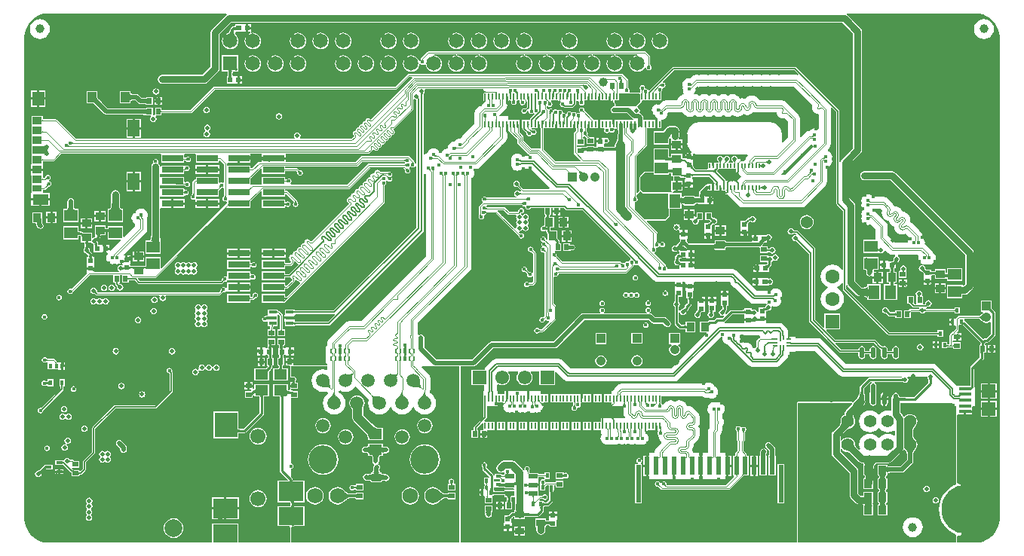
<source format=gbl>
G04*
G04 #@! TF.GenerationSoftware,Altium Limited,Altium Designer,20.0.13 (296)*
G04*
G04 Layer_Physical_Order=6*
G04 Layer_Color=16711680*
%FSLAX44Y44*%
%MOMM*%
G71*
G01*
G75*
%ADD15C,0.2000*%
%ADD16C,0.2540*%
%ADD17C,0.1016*%
%ADD21R,0.6500X0.5500*%
%ADD24R,1.0000X0.9000*%
%ADD25R,0.9000X1.0000*%
%ADD26R,0.5500X0.6500*%
%ADD27R,0.6200X0.6200*%
%ADD28R,0.6000X4.2000*%
%ADD29R,0.6000X2.0000*%
%ADD41R,0.7100X0.3000*%
%ADD46R,0.6200X0.6200*%
%ADD94C,0.5080*%
%ADD105C,0.1005*%
%ADD106C,0.1339*%
%ADD107C,1.0000*%
%ADD110C,0.5080*%
%ADD111C,0.5000*%
%ADD112C,0.3810*%
%ADD113C,0.3000*%
%ADD114C,0.2032*%
%ADD115C,0.1270*%
%ADD116C,1.0000*%
%ADD117C,0.7620*%
%ADD118C,0.1520*%
%ADD121C,0.1020*%
%ADD122C,0.1524*%
%ADD124C,2.7000*%
%ADD125C,1.5000*%
%ADD126C,1.7500*%
%ADD127C,3.2000*%
%ADD128C,2.4000*%
%ADD129R,1.5500X1.5500*%
%ADD130C,1.5500*%
%ADD131C,1.0500*%
%ADD132R,1.0500X1.0500*%
%ADD133R,1.0500X1.0500*%
%ADD134C,1.7000*%
%ADD135C,2.0000*%
%ADD136O,1.5000X2.7000*%
%ADD137O,1.5000X3.3000*%
%ADD138C,3.4500*%
%ADD139C,1.4200*%
%ADD140C,0.4064*%
%ADD141C,5.3000*%
%ADD142C,5.5000*%
%ADD143O,1.5500X0.9000*%
%ADD144O,0.9500X1.2500*%
%ADD145R,1.3680X1.3680*%
%ADD146C,1.3680*%
%ADD147C,1.6500*%
%ADD148R,1.6500X1.6500*%
%ADD149C,1.6000*%
%ADD150R,1.6000X1.6000*%
%ADD153C,0.2030*%
%ADD154R,1.0000X0.6000*%
%ADD155R,0.2000X0.7000*%
%ADD156R,1.5000X1.3000*%
%ADD157R,0.5500X0.4500*%
%ADD158R,0.4500X0.5500*%
%ADD159R,0.9000X0.4000*%
%ADD160R,0.4200X0.6000*%
G04:AMPARAMS|DCode=161|XSize=0.2mm|YSize=0.565mm|CornerRadius=0.05mm|HoleSize=0mm|Usage=FLASHONLY|Rotation=0.000|XOffset=0mm|YOffset=0mm|HoleType=Round|Shape=RoundedRectangle|*
%AMROUNDEDRECTD161*
21,1,0.2000,0.4650,0,0,0.0*
21,1,0.1000,0.5650,0,0,0.0*
1,1,0.1000,0.0500,-0.2325*
1,1,0.1000,-0.0500,-0.2325*
1,1,0.1000,-0.0500,0.2325*
1,1,0.1000,0.0500,0.2325*
%
%ADD161ROUNDEDRECTD161*%
G04:AMPARAMS|DCode=162|XSize=0.4mm|YSize=0.565mm|CornerRadius=0.05mm|HoleSize=0mm|Usage=FLASHONLY|Rotation=0.000|XOffset=0mm|YOffset=0mm|HoleType=Round|Shape=RoundedRectangle|*
%AMROUNDEDRECTD162*
21,1,0.4000,0.4650,0,0,0.0*
21,1,0.3000,0.5650,0,0,0.0*
1,1,0.1000,0.1500,-0.2325*
1,1,0.1000,-0.1500,-0.2325*
1,1,0.1000,-0.1500,0.2325*
1,1,0.1000,0.1500,0.2325*
%
%ADD162ROUNDEDRECTD162*%
%ADD163R,1.4500X1.1500*%
%ADD164R,2.8000X2.0000*%
%ADD165R,2.8000X2.2000*%
%ADD166R,2.6000X2.8000*%
%ADD167R,1.3500X1.5500*%
%ADD168R,1.8000X1.1700*%
%ADD169R,1.3500X1.9000*%
%ADD170R,1.0000X1.2000*%
%ADD171R,1.1000X0.8500*%
%ADD172R,1.1000X0.8750*%
%ADD173R,1.1000X0.7500*%
%ADD174R,1.3000X1.5000*%
%ADD175R,0.5630X0.2250*%
%ADD176R,0.2250X0.5630*%
%ADD177R,0.2250X0.6630*%
%ADD178R,0.2200X0.5000*%
%ADD179R,1.0000X0.8000*%
%ADD180O,0.5500X1.2500*%
%ADD181R,0.4000X0.5100*%
%ADD182R,1.5500X1.5000*%
%ADD183R,1.3500X0.4000*%
%ADD184R,2.4000X0.7600*%
%ADD185C,0.1030*%
%ADD186R,1.5500X1.2000*%
%ADD187R,1.5500X1.2000*%
G36*
X1075367Y596982D02*
X1078843Y596050D01*
X1082168Y594673D01*
X1085284Y592874D01*
X1088139Y590683D01*
X1090683Y588139D01*
X1092874Y585284D01*
X1094673Y582168D01*
X1096050Y578843D01*
X1096982Y575367D01*
X1097451Y571799D01*
Y570000D01*
Y30000D01*
X1097451Y28201D01*
X1096982Y24633D01*
X1096050Y21157D01*
X1094673Y17832D01*
X1092874Y14716D01*
X1090683Y11861D01*
X1088139Y9317D01*
X1085284Y7126D01*
X1082167Y5327D01*
X1078843Y3950D01*
X1075367Y3019D01*
X1071799Y2549D01*
X1070000Y2549D01*
X1051136D01*
X1049866Y2549D01*
Y10001D01*
X1051136Y10809D01*
X1051948Y10614D01*
X1051950Y10623D01*
X1052556Y10502D01*
X1053448Y10680D01*
X1054204Y11185D01*
X1054709Y11941D01*
X1054887Y12833D01*
X1054709Y13725D01*
X1054204Y14481D01*
X1053448Y14987D01*
X1053191Y15151D01*
X1053191Y15151D01*
X1050096Y16090D01*
X1045622Y18482D01*
X1041700Y21700D01*
X1038482Y25622D01*
X1036090Y30096D01*
X1034617Y34951D01*
X1034120Y40000D01*
X1034617Y45049D01*
X1036090Y49904D01*
X1038482Y54378D01*
X1041700Y58300D01*
X1045622Y61518D01*
X1050096Y63910D01*
X1052253Y64564D01*
X1052253Y64564D01*
X1053175Y65216D01*
X1053203Y65257D01*
X1053681Y65972D01*
X1053858Y66864D01*
X1053681Y67756D01*
X1053175Y68512D01*
X1052419Y69017D01*
X1051527Y69194D01*
X1051136Y69117D01*
X1050343Y69556D01*
X1049866Y69999D01*
Y145714D01*
X1050480Y146730D01*
X1051136Y146730D01*
X1057230D01*
Y150000D01*
X1058500D01*
Y151270D01*
X1066520D01*
Y153270D01*
X1066266Y154435D01*
Y155022D01*
X1067164Y155920D01*
X1070330D01*
Y162420D01*
Y176580D01*
X1069927D01*
X1069109Y177850D01*
X1069178Y178198D01*
Y198151D01*
X1079255Y208227D01*
X1079760Y208983D01*
X1079937Y209875D01*
Y214500D01*
X1079976Y214587D01*
X1079988Y215040D01*
X1080019Y215400D01*
X1080067Y215691D01*
X1080125Y215907D01*
X1080181Y216046D01*
X1080205Y216086D01*
X1080270Y216093D01*
X1080299Y216109D01*
X1082373D01*
Y224641D01*
X1082011D01*
X1081907Y224718D01*
X1081309Y225491D01*
X1081148Y225824D01*
X1081144Y225870D01*
X1081212Y226117D01*
X1081342Y226474D01*
X1081502Y226817D01*
X1081691Y227151D01*
X1081911Y227475D01*
X1082067Y227669D01*
X1083581D01*
X1084473Y227847D01*
X1085229Y228352D01*
X1092005Y235128D01*
X1092510Y235884D01*
X1092687Y236776D01*
Y260776D01*
X1092510Y261668D01*
X1092005Y262424D01*
X1090460Y263969D01*
X1090428Y264055D01*
X1089522Y265031D01*
X1089211Y265420D01*
X1088972Y265762D01*
X1088873Y265937D01*
Y266770D01*
X1088926Y266899D01*
X1088891Y266982D01*
X1088912Y267070D01*
X1088873Y267135D01*
Y274792D01*
X1076341D01*
Y262260D01*
X1078671D01*
X1079056Y260990D01*
X1078089Y260343D01*
X1077978Y260178D01*
X1077488Y259690D01*
X1076948Y259183D01*
X1075948Y258340D01*
X1075529Y258035D01*
X1075146Y257791D01*
X1074817Y257615D01*
X1074548Y257504D01*
X1074443Y257476D01*
X1051826D01*
X1050660Y256992D01*
X1048996Y255328D01*
X1048675Y255074D01*
X1047811Y254569D01*
X1046040D01*
Y250749D01*
Y246929D01*
X1048040D01*
X1048351Y245788D01*
Y242906D01*
X1045487Y240042D01*
X1045179Y239914D01*
X1045112Y239848D01*
X1044722Y239686D01*
X1041981Y236945D01*
X1041498Y235779D01*
Y225895D01*
X1038961D01*
Y228342D01*
X1032929D01*
Y221210D01*
X1038961D01*
Y222580D01*
X1039216Y222596D01*
X1045504D01*
Y220480D01*
X1054036D01*
Y228012D01*
X1045504D01*
X1044797Y228989D01*
Y229143D01*
X1045250Y230226D01*
X1048500D01*
Y234246D01*
X1049770D01*
Y235516D01*
X1054290D01*
Y238266D01*
X1050035D01*
X1049549Y239439D01*
X1051167Y241056D01*
X1051650Y242222D01*
Y245956D01*
X1051754Y247183D01*
X1056653D01*
X1076242Y227595D01*
X1076276Y227512D01*
Y226250D01*
X1076237Y226163D01*
X1076225Y225708D01*
X1076194Y225347D01*
X1076146Y225055D01*
X1076088Y224838D01*
X1076032Y224700D01*
X1076011Y224664D01*
X1075950Y224658D01*
X1075920Y224641D01*
X1074841D01*
Y217479D01*
X1074833Y217469D01*
X1074841Y217396D01*
X1074840Y217279D01*
X1074787Y217148D01*
X1074840Y216109D01*
X1075153D01*
X1075233Y215051D01*
X1075237Y214605D01*
X1075276Y214514D01*
Y210841D01*
X1066006Y201571D01*
X1065956Y201561D01*
X1065200Y201055D01*
X1064694Y200299D01*
X1064517Y199407D01*
Y179164D01*
X1064394Y179041D01*
X1059211D01*
X1059083Y179016D01*
X1050734D01*
X1050734Y179016D01*
Y179016D01*
X1049516Y179284D01*
X1048939Y180147D01*
X1026928Y202157D01*
X1025027Y203428D01*
X1022783Y203874D01*
X925318D01*
X898204Y230988D01*
X896303Y232259D01*
X894059Y232705D01*
X868673D01*
Y233743D01*
X864864D01*
Y233933D01*
X861546D01*
X861548Y233867D01*
X861571Y233608D01*
X861609Y233380D01*
X861663Y233181D01*
X861731Y233014D01*
X861815Y232877D01*
X861914Y232770D01*
X862028Y232694D01*
X862158Y232648D01*
X862302Y232633D01*
X859255D01*
X859399Y232648D01*
X859529Y232694D01*
X859643Y232770D01*
X859742Y232877D01*
X859826Y233014D01*
X859895Y233181D01*
X859948Y233380D01*
X859986Y233608D01*
X860009Y233867D01*
X860016Y234157D01*
X861299D01*
Y240231D01*
X860016D01*
X860006Y240457D01*
X859976Y240681D01*
X859925Y240901D01*
X859854Y241118D01*
X859792D01*
X859741Y241373D01*
X859651Y241545D01*
X859519Y241754D01*
X859366Y241960D01*
X859194Y242164D01*
X859000Y242364D01*
X859494D01*
X858295Y244159D01*
X854514Y247940D01*
X852612Y249211D01*
X850369Y249657D01*
X836478D01*
X835259Y249779D01*
X835259Y250927D01*
Y252879D01*
X830889D01*
Y255419D01*
X835259D01*
Y257868D01*
X835259Y258519D01*
X835005Y259684D01*
Y262599D01*
X835319Y262610D01*
X835497Y262692D01*
X836170Y262826D01*
X836926Y263331D01*
X837125Y263529D01*
X837973Y263361D01*
X839360Y263637D01*
X840536Y264422D01*
X841322Y265599D01*
X841598Y266986D01*
X841460Y267681D01*
X842576Y268583D01*
X843695Y268120D01*
X845551Y267875D01*
X847408Y268120D01*
X849138Y268836D01*
X850624Y269976D01*
X851764Y271462D01*
X852480Y273192D01*
X852725Y275049D01*
X852480Y276905D01*
X852190Y277606D01*
X852273Y277715D01*
X852990Y279445D01*
X853234Y281301D01*
X852990Y283158D01*
X852273Y284888D01*
X851133Y286374D01*
X849648Y287514D01*
X847917Y288230D01*
X846061Y288475D01*
X844204Y288230D01*
X842474Y287514D01*
X840989Y286374D01*
X840197Y285341D01*
X838527D01*
X836995Y284223D01*
X837027Y284457D01*
X837042Y284679D01*
X837040Y284890D01*
X837023Y285089D01*
X836988Y285277D01*
X836970Y285341D01*
X824995D01*
X819702Y290634D01*
X820447Y291686D01*
X821410Y291686D01*
X823330D01*
Y294785D01*
X821531D01*
Y293598D01*
X821505Y293840D01*
X821429Y294056D01*
X821302Y294246D01*
X821124Y294411D01*
X820895Y294551D01*
X820616Y294665D01*
X820514Y294693D01*
X820354Y294632D01*
X820230Y294570D01*
Y292936D01*
X820230Y291903D01*
X819178Y291158D01*
X802047Y308289D01*
X800145Y309560D01*
X797902Y310006D01*
X756374D01*
X755220Y310286D01*
X755220Y311276D01*
Y313076D01*
X755176Y313112D01*
X755047Y313193D01*
X754900Y313264D01*
X754828Y313291D01*
X754555Y313179D01*
X754326Y313039D01*
X754148Y312874D01*
X754021Y312684D01*
X753945Y312468D01*
X753920Y312226D01*
Y313386D01*
X750850D01*
Y314656D01*
X749580D01*
Y319026D01*
X747131D01*
X746480Y319026D01*
X745315Y318772D01*
X740245D01*
X740020Y318817D01*
X738907D01*
X738794Y319387D01*
X738008Y320563D01*
X737948Y321460D01*
X738661Y322306D01*
X738853Y322467D01*
X738924Y322472D01*
X738946Y322483D01*
X740107D01*
X740332Y322528D01*
X745402D01*
X746567Y322274D01*
X747218Y322274D01*
X749667D01*
Y326644D01*
Y331014D01*
X747218D01*
X746567Y331014D01*
X745402Y330760D01*
X738726D01*
X738200Y332030D01*
X740180Y334010D01*
X740238Y334031D01*
X741722Y335411D01*
X742338Y335905D01*
X742598Y336087D01*
X744283Y334619D01*
X744856Y334054D01*
X744919Y334028D01*
X745283Y333664D01*
X746249Y333018D01*
X747389Y332791D01*
X775128D01*
X775186Y332766D01*
X776523Y332724D01*
X776837Y332694D01*
X777984Y332308D01*
Y332307D01*
X777984D01*
Y331741D01*
X779026Y331688D01*
X779126Y331729D01*
X779232Y331706D01*
X779285Y331741D01*
X790016D01*
Y333913D01*
X790033Y333944D01*
X790057Y334176D01*
X790082Y334247D01*
X790125Y334310D01*
X790218Y334395D01*
X790394Y334502D01*
X790672Y334615D01*
X791053Y334717D01*
X791535Y334797D01*
X792112Y334847D01*
X792808Y334865D01*
X792867Y334892D01*
X827701D01*
X828854Y333826D01*
Y328132D01*
X837386D01*
Y328468D01*
X838306Y329187D01*
X838517Y329277D01*
X838656Y329275D01*
X838678Y329269D01*
X838798Y329224D01*
X838932Y329161D01*
X839077Y329077D01*
X839220Y328980D01*
X839588Y328675D01*
X839779Y328489D01*
X839831Y328469D01*
X840973Y327706D01*
X842360Y327430D01*
X843747Y327706D01*
X844924Y328492D01*
X845710Y329668D01*
X845986Y331056D01*
X845710Y332443D01*
X844924Y333619D01*
X843747Y334405D01*
X842360Y334681D01*
X840973Y334405D01*
X839831Y333643D01*
X839779Y333622D01*
X839577Y333425D01*
X839400Y333271D01*
X839233Y333141D01*
X839077Y333035D01*
X838932Y332951D01*
X838798Y332887D01*
X838678Y332842D01*
X838656Y332837D01*
X838517Y332835D01*
X838306Y332924D01*
X837386Y333644D01*
Y335664D01*
X831503D01*
X830977Y336934D01*
X831627Y337584D01*
X832273Y338550D01*
X832499Y339690D01*
Y339787D01*
X832596Y339884D01*
X836616D01*
Y342217D01*
X837016D01*
X838154Y342443D01*
X838220Y342430D01*
X839607Y342706D01*
X840784Y343492D01*
X841570Y344668D01*
X841846Y346056D01*
X841570Y347443D01*
X840784Y348619D01*
X839607Y349405D01*
X838220Y349681D01*
X836833Y349405D01*
X835656Y348619D01*
X835358Y348173D01*
X833695D01*
X833407Y348116D01*
X829035D01*
X827870Y348370D01*
X827870Y348370D01*
X827870Y348370D01*
X824770D01*
Y344000D01*
X823500D01*
Y342730D01*
X820431D01*
Y341898D01*
X820405Y342140D01*
X820329Y342356D01*
X820202Y342546D01*
X820024Y342711D01*
X819993Y342730D01*
X819130D01*
Y340848D01*
X792867D01*
X792808Y340874D01*
X792112Y340892D01*
X791535Y340943D01*
X791053Y341022D01*
X790672Y341124D01*
X790597Y341155D01*
X790016Y342197D01*
Y342198D01*
X790016D01*
X790016Y342773D01*
X788939Y342780D01*
X788924Y342773D01*
X788846D01*
X788823Y342773D01*
X788823Y342773D01*
X788746Y342773D01*
X777984D01*
Y339730D01*
X777968Y339700D01*
X777942Y339468D01*
X777916Y339395D01*
X777872Y339330D01*
X777779Y339244D01*
X777602Y339137D01*
X777324Y339024D01*
X776943Y338922D01*
X776462Y338843D01*
X775886Y338792D01*
X775192Y338774D01*
X775133Y338748D01*
X748666D01*
X748525Y338891D01*
X747587Y339890D01*
X746945Y340653D01*
X746756Y340912D01*
X746686Y341025D01*
X746697Y341053D01*
X746674Y341108D01*
Y344066D01*
X746928Y345230D01*
X746928Y345881D01*
Y348228D01*
X746857Y348216D01*
X746523Y348127D01*
X746240Y348013D01*
X746009Y347873D01*
X745829Y347708D01*
X745700Y347518D01*
X745623Y347302D01*
X745598Y347060D01*
Y348330D01*
X742558D01*
X738188D01*
Y345881D01*
X738188Y345230D01*
X738442Y344066D01*
Y343107D01*
X738434Y343093D01*
X738442Y343056D01*
Y342974D01*
X738420Y342919D01*
X738442Y342864D01*
Y341266D01*
X738249Y340931D01*
X737872Y340392D01*
X736737Y339053D01*
X736004Y338295D01*
X735980Y338233D01*
X734143Y336396D01*
X733001Y336624D01*
X731613Y336348D01*
X730437Y335562D01*
X729651Y334385D01*
X729375Y332998D01*
X729651Y331610D01*
X730437Y330434D01*
X731613Y329648D01*
X733001Y329372D01*
X734388Y329648D01*
X735354Y330293D01*
X736339Y330489D01*
X736551Y330631D01*
X737821Y329952D01*
Y327355D01*
X737705Y327312D01*
X737504Y327262D01*
X737233Y327221D01*
X736896Y327194D01*
X736474Y327183D01*
X736294Y327104D01*
X735609Y326967D01*
X734853Y326462D01*
X733445Y325055D01*
X732940Y324299D01*
X732762Y323407D01*
Y321585D01*
X732724Y321495D01*
X732720Y321236D01*
X732710Y321028D01*
X732671Y320638D01*
X732648Y320506D01*
X732620Y320389D01*
X732594Y320302D01*
X732571Y320246D01*
X732559Y320221D01*
X732520Y320164D01*
X732479Y319963D01*
X732094Y319387D01*
X731818Y317999D01*
X732094Y316612D01*
X732880Y315436D01*
X734056Y314650D01*
X735444Y314374D01*
X736405Y314565D01*
X736753Y314332D01*
X737645Y314155D01*
X737734Y314066D01*
X737734Y310540D01*
X736685Y310006D01*
X724989D01*
X724468Y310642D01*
X724231Y311831D01*
X723558Y312840D01*
X723548Y312846D01*
X723523Y312906D01*
X723519Y312908D01*
X723517Y312912D01*
X723374Y313053D01*
X723270Y313168D01*
X723186Y313275D01*
X723118Y313375D01*
X723066Y313467D01*
X723027Y313550D01*
X723010Y313599D01*
Y313862D01*
X722526Y315028D01*
X709932Y327622D01*
X710340Y329011D01*
X711112Y329526D01*
X711785Y330535D01*
X712022Y331724D01*
X711785Y332913D01*
X711722Y333008D01*
X711952Y333563D01*
X712422Y334245D01*
X713405Y334441D01*
X714414Y335115D01*
X714924Y335878D01*
X715885Y336055D01*
X716360Y336015D01*
X716622Y335622D01*
X717631Y334949D01*
X718820Y334712D01*
X720009Y334949D01*
X721018Y335622D01*
X721691Y336631D01*
X721928Y337820D01*
X721691Y339009D01*
X721018Y340018D01*
X720009Y340691D01*
X718820Y340928D01*
X717631Y340691D01*
X716622Y340018D01*
X716112Y339254D01*
X715151Y339077D01*
X714676Y339117D01*
X714466Y339430D01*
X714427Y339530D01*
X714273Y339688D01*
X714158Y339820D01*
X714062Y339943D01*
X713986Y340056D01*
X713927Y340157D01*
X713884Y340247D01*
X713866Y340297D01*
Y350266D01*
X713382Y351432D01*
X701201Y363614D01*
X701687Y364787D01*
X721716D01*
X722493Y365109D01*
X727014Y369631D01*
X727337Y370408D01*
Y378326D01*
X740408D01*
Y382001D01*
X740425Y382032D01*
X740462Y382385D01*
X740526Y382564D01*
X740632Y382723D01*
X740814Y382891D01*
X741104Y383067D01*
X741521Y383237D01*
X741790Y383309D01*
X741898Y383284D01*
X742325Y383136D01*
X742409Y383092D01*
X742984Y382044D01*
Y382043D01*
X742984D01*
X742984Y381484D01*
X744031Y381431D01*
X744060Y381443D01*
X744166Y381439D01*
X744245Y381484D01*
X753746D01*
X753763Y381484D01*
X753847Y381437D01*
X753944Y381441D01*
X753969Y381431D01*
X755016Y381484D01*
Y382043D01*
X755016D01*
Y382044D01*
X755475Y383186D01*
X755713Y383323D01*
X756132Y383484D01*
X756679Y383622D01*
X757351Y383728D01*
X757647Y383752D01*
X758564Y383688D01*
X758895Y383646D01*
X758895Y383340D01*
X759942Y383286D01*
X760070Y383340D01*
X760165Y383340D01*
X766477D01*
X767641Y383086D01*
X768292Y383086D01*
X770741D01*
Y387456D01*
Y391826D01*
X768292D01*
X767641Y391826D01*
X767299Y391751D01*
X766604Y392204D01*
X766098Y392737D01*
X766027Y393662D01*
X766016Y394353D01*
X765990Y394414D01*
Y395078D01*
X768842Y397930D01*
X769884Y398484D01*
Y398484D01*
X769884Y398484D01*
X773630D01*
Y398230D01*
X774730D01*
Y402000D01*
Y405770D01*
X773630D01*
Y405516D01*
X769884D01*
Y405516D01*
X768700Y404978D01*
X767561Y404752D01*
X766594Y404106D01*
X760906Y398417D01*
X760260Y397451D01*
X760033Y396311D01*
Y394429D01*
X760007Y394372D01*
X759962Y393038D01*
X759911Y392537D01*
X759842Y392120D01*
X759763Y391805D01*
X759688Y391601D01*
X759671Y391572D01*
X758895D01*
Y391317D01*
X756976Y391183D01*
X756597Y391220D01*
X756011Y391311D01*
X755016Y391956D01*
Y391957D01*
X755016Y391957D01*
Y392516D01*
X753969Y392569D01*
X753874Y392530D01*
X753773Y392552D01*
X753718Y392516D01*
X744267D01*
X744201Y392556D01*
X744100Y392541D01*
X744031Y392569D01*
X742984Y392516D01*
Y391957D01*
X742984Y391957D01*
Y391956D01*
X742019Y391237D01*
X741804Y391143D01*
X741522Y391219D01*
X741104Y391388D01*
X740814Y391565D01*
X740632Y391733D01*
X740526Y391891D01*
X740462Y392071D01*
X740425Y392424D01*
X740408Y392454D01*
Y395358D01*
X730763D01*
X730207Y396598D01*
X730291Y396800D01*
X730446Y396955D01*
X731165Y397676D01*
X731679Y397919D01*
X733846D01*
Y403689D01*
Y409459D01*
X732290D01*
Y414173D01*
X738138D01*
X738825Y413486D01*
X738825Y413486D01*
X739497Y413037D01*
X740290Y412879D01*
X743231D01*
X744436Y412497D01*
Y411486D01*
X744182Y410321D01*
X744182Y409670D01*
Y407221D01*
X751591D01*
Y407983D01*
X751611Y407790D01*
X751673Y407617D01*
X751777Y407465D01*
X751921Y407333D01*
X752106Y407221D01*
X752922D01*
Y409670D01*
X752922Y410321D01*
X752668Y411486D01*
Y413286D01*
X753873Y413668D01*
X771400D01*
X776078Y408990D01*
X776084Y408958D01*
X776533Y408286D01*
X777779Y407040D01*
X777569Y405770D01*
X777270D01*
Y402000D01*
Y398230D01*
X778370D01*
Y398484D01*
X781630D01*
Y398230D01*
X782730D01*
Y402000D01*
X785270D01*
Y398230D01*
X786370D01*
Y398484D01*
X789630D01*
Y398230D01*
X789820D01*
Y394420D01*
X791880D01*
X792828Y393000D01*
X804688Y381141D01*
X806536Y379906D01*
X808716Y379472D01*
X864833D01*
X864861Y379478D01*
X867114D01*
X867141Y379483D01*
X875141D01*
X877319Y379916D01*
X879166Y381150D01*
X902296Y404281D01*
X903530Y406127D01*
X903963Y408306D01*
Y424303D01*
X904257Y424342D01*
X905987Y425058D01*
X907472Y426198D01*
X908612Y427684D01*
X909329Y429414D01*
X909573Y431270D01*
X909329Y433127D01*
X909046Y433811D01*
X909329Y434494D01*
X909573Y436351D01*
X909329Y438207D01*
X908612Y439937D01*
X907472Y441423D01*
X905987Y442563D01*
X904813Y443049D01*
X904421Y444453D01*
X906491Y446522D01*
X907726Y448371D01*
X908159Y450551D01*
Y489922D01*
X907825Y491602D01*
X908996Y492228D01*
X914495Y486729D01*
Y383794D01*
X914623Y383150D01*
X914988Y382604D01*
X921861Y375731D01*
Y309849D01*
X920591Y309417D01*
X919037Y311442D01*
X916305Y313539D01*
X913123Y314856D01*
X909708Y315306D01*
X906294Y314856D01*
X903112Y313539D01*
X900380Y311442D01*
X898283Y308710D01*
X896965Y305528D01*
X896516Y302113D01*
X896965Y298699D01*
X898283Y295517D01*
X900380Y292785D01*
X903112Y290688D01*
X904656Y290048D01*
Y288778D01*
X903112Y288139D01*
X900380Y286042D01*
X898283Y283310D01*
X896965Y280128D01*
X896516Y276713D01*
X896965Y273299D01*
X898283Y270117D01*
X900380Y267384D01*
X903112Y265288D01*
X906294Y263970D01*
X909708Y263520D01*
X913123Y263970D01*
X916305Y265288D01*
X919037Y267384D01*
X921134Y270117D01*
X922452Y273299D01*
X922901Y276713D01*
X922452Y280128D01*
X921134Y283310D01*
X919037Y286042D01*
X916305Y288139D01*
X914761Y288778D01*
Y290048D01*
X916305Y290688D01*
X919037Y292785D01*
X920591Y294809D01*
X921861Y294378D01*
Y287274D01*
X921989Y286630D01*
X922354Y286084D01*
X971852Y236586D01*
X972398Y236221D01*
X973042Y236093D01*
X1027562D01*
X1027677Y236042D01*
X1027891Y236036D01*
X1027929Y236033D01*
Y234210D01*
X1033961D01*
Y241342D01*
X1027929D01*
Y239519D01*
X1027891Y239516D01*
X1027677Y239510D01*
X1027562Y239459D01*
X973739D01*
X925227Y287971D01*
Y291696D01*
X926497Y292081D01*
X927127Y291138D01*
X937338Y280927D01*
X938935Y279860D01*
X940818Y279486D01*
X942688D01*
X943661Y279461D01*
X944883Y279358D01*
X945935Y279189D01*
X946811Y278963D01*
X947506Y278689D01*
X948024Y278386D01*
X948379Y278069D01*
X948605Y277743D01*
X948640Y277649D01*
X948847Y276450D01*
Y276450D01*
X948847D01*
X948847Y275890D01*
X949894Y275837D01*
X949919Y275847D01*
X950014Y275844D01*
X950099Y275890D01*
X963879D01*
Y292922D01*
X950117D01*
X950099Y292922D01*
X950014Y292969D01*
X949919Y292965D01*
X949894Y292976D01*
X948847Y292922D01*
Y292363D01*
X948847D01*
Y292363D01*
X948640Y291164D01*
X948605Y291070D01*
X948379Y290744D01*
X948024Y290427D01*
X947506Y290123D01*
X946811Y289850D01*
X945935Y289623D01*
X944883Y289455D01*
X943661Y289351D01*
X942852Y289331D01*
X935527Y296656D01*
Y381240D01*
X935153Y383123D01*
X934086Y384719D01*
X928809Y389996D01*
Y427583D01*
X941501Y440275D01*
X942568Y441871D01*
X942943Y443755D01*
Y577342D01*
X942568Y579225D01*
X941501Y580821D01*
X926517Y595805D01*
X925955Y596181D01*
X926340Y597451D01*
X1070000D01*
X1071799Y597451D01*
X1075367Y596982D01*
D02*
G37*
G36*
X871958Y529266D02*
X871332Y528095D01*
X869652Y528429D01*
X756379D01*
X754198Y527996D01*
X752350Y526761D01*
X749913Y524323D01*
X748644Y524490D01*
X746788Y524246D01*
X745058Y523529D01*
X743572Y522389D01*
X742432Y520904D01*
X741715Y519174D01*
X741471Y517317D01*
X741715Y515460D01*
X741999Y514777D01*
X741715Y514094D01*
X741471Y512237D01*
X741715Y510380D01*
X742432Y508650D01*
X743112Y507764D01*
X742551Y506409D01*
X742070Y506346D01*
X739783Y505399D01*
X737819Y503892D01*
X736312Y501928D01*
X735388Y499697D01*
X722415D01*
X720235Y499264D01*
X718386Y498029D01*
X716043Y495686D01*
X715984Y495710D01*
X714127Y495955D01*
X712271Y495710D01*
X710541Y494994D01*
X709055Y493854D01*
X707915Y492368D01*
X707198Y490638D01*
X706954Y488781D01*
X707198Y486925D01*
X707915Y485195D01*
X709055Y483709D01*
X710541Y482569D01*
X711224Y482286D01*
X711507Y481603D01*
X712647Y480117D01*
X713790Y479240D01*
X713359Y477970D01*
X713270D01*
Y473200D01*
Y468430D01*
X714270D01*
Y468684D01*
X718016D01*
Y476881D01*
X718016Y477716D01*
X719087Y478196D01*
X719576Y478260D01*
X721306Y478977D01*
X722792Y480117D01*
X723932Y481603D01*
X724649Y483333D01*
X724893Y485187D01*
X725722Y486017D01*
X729666D01*
X729666Y486017D01*
X737531D01*
X737531Y486017D01*
X739182D01*
X739604Y486100D01*
X741537Y486355D01*
X741654Y486073D01*
X743161Y484109D01*
X745125Y482601D01*
X747412Y481654D01*
X749866Y481331D01*
X752321Y481654D01*
X754608Y482601D01*
X755208Y483062D01*
X755809Y482601D01*
X758096Y481654D01*
X760550Y481331D01*
X763005Y481654D01*
X765292Y482601D01*
X765892Y483062D01*
X766493Y482601D01*
X768780Y481654D01*
X771234Y481331D01*
X773689Y481654D01*
X775976Y482601D01*
X776576Y483062D01*
X777177Y482601D01*
X779464Y481654D01*
X781918Y481331D01*
X784373Y481654D01*
X786660Y482601D01*
X787260Y483062D01*
X787861Y482601D01*
X790148Y481654D01*
X792602Y481331D01*
X795057Y481654D01*
X797344Y482601D01*
X798031Y483129D01*
X798545Y482734D01*
X800832Y481787D01*
X803287Y481464D01*
X805741Y481787D01*
X808028Y482734D01*
X809992Y484241D01*
X810042Y484307D01*
X811516Y483697D01*
X813971Y483374D01*
X816425Y483697D01*
X818712Y484644D01*
X820676Y486151D01*
X821170Y486795D01*
X822200Y486368D01*
X824233Y486100D01*
X824655Y486017D01*
X847338D01*
X847528Y484578D01*
X848245Y482847D01*
X849386Y481360D01*
X850872Y480219D01*
X852603Y479502D01*
X854461Y479258D01*
X856318Y479502D01*
X856453Y479558D01*
X859801Y476211D01*
Y457859D01*
X854325Y452383D01*
X853055Y452909D01*
Y462000D01*
X853128D01*
X852681Y465398D01*
X851369Y468564D01*
X849283Y471283D01*
X846564Y473369D01*
X843398Y474681D01*
X840000Y475128D01*
Y475056D01*
X760000D01*
Y475128D01*
X756602Y474681D01*
X753436Y473369D01*
X750717Y471283D01*
X748631Y468564D01*
X747319Y465398D01*
X746872Y462000D01*
X746945D01*
Y452000D01*
X746872D01*
X747319Y448602D01*
X748631Y445436D01*
X750717Y442717D01*
X751751Y441923D01*
X751343Y440720D01*
X750405D01*
Y437620D01*
X753505D01*
Y439459D01*
X754561Y440164D01*
X756602Y439319D01*
X760000Y438872D01*
Y438945D01*
X814240D01*
X814725Y437771D01*
X812828Y435874D01*
X811593Y434025D01*
X811505Y433580D01*
X808050D01*
X808900Y431643D01*
X808622Y431744D01*
X808356Y431818D01*
X808104Y431865D01*
X807865Y431886D01*
X807639Y431879D01*
X807426Y431846D01*
X807225Y431786D01*
X807038Y431698D01*
X806865Y431585D01*
X806704Y431444D01*
X806273Y432450D01*
X806364Y432553D01*
X806461Y432687D01*
X806564Y432854D01*
X806791Y433280D01*
X806928Y433580D01*
X803970D01*
X803626Y434000D01*
X803350Y435387D01*
X802564Y436564D01*
X801387Y437350D01*
X800000Y437626D01*
X798613Y437350D01*
X797436Y436564D01*
X796650Y435387D01*
X796374Y434000D01*
X796650Y432612D01*
X797398Y431494D01*
X797421Y431433D01*
X797851Y430975D01*
X797997Y430796D01*
X798004Y430786D01*
X797817Y430051D01*
X797707Y429846D01*
X797591Y429707D01*
X797375Y429516D01*
X793373D01*
X793052Y430338D01*
X792994Y430786D01*
X793040Y430839D01*
X793934Y431436D01*
X794720Y432612D01*
X794996Y434000D01*
X794720Y435387D01*
X793934Y436564D01*
X792758Y437350D01*
X791370Y437626D01*
X789983Y437350D01*
X788807Y436564D01*
X788306Y435813D01*
X788260Y435796D01*
X786940D01*
X786894Y435813D01*
X786393Y436564D01*
X785217Y437350D01*
X783829Y437626D01*
X782442Y437350D01*
X781265Y436564D01*
X780480Y435387D01*
X780204Y434000D01*
X780480Y432612D01*
X781227Y431494D01*
X781250Y431433D01*
X781680Y430975D01*
X781826Y430796D01*
X781833Y430786D01*
X781646Y430051D01*
X781537Y429846D01*
X781421Y429707D01*
X781204Y429516D01*
X778370D01*
Y429770D01*
X777270D01*
Y426000D01*
X774730D01*
Y429770D01*
X773630D01*
Y429516D01*
X769884D01*
Y422484D01*
X768650Y422397D01*
X756945D01*
X754491Y424851D01*
X754458Y424944D01*
X754449Y424948D01*
X754446Y424957D01*
X753714Y425743D01*
X753469Y426047D01*
X753283Y426312D01*
X753251Y426366D01*
Y427002D01*
X753273Y427052D01*
X753251Y427111D01*
Y427183D01*
X753263Y427231D01*
X753251Y427253D01*
Y430816D01*
X753505Y431981D01*
X753505Y431981D01*
X753505Y431981D01*
Y435080D01*
X749135D01*
X744734D01*
X744003Y434481D01*
X744003Y434481D01*
X742128D01*
X742030Y434524D01*
X741672Y434534D01*
X741396Y434557D01*
X741180Y434593D01*
X741029Y434633D01*
X741016Y434638D01*
Y439516D01*
X728984D01*
Y436687D01*
X728968Y436656D01*
X728961Y436596D01*
X728925Y436574D01*
X728787Y436518D01*
X728570Y436461D01*
X728278Y436413D01*
X727917Y436381D01*
X727525Y436371D01*
X727135Y436381D01*
X726775Y436413D01*
X726484Y436461D01*
X726268Y436518D01*
X726129Y436574D01*
X726089Y436599D01*
X726082Y436664D01*
X726066Y436692D01*
Y446072D01*
X709034D01*
Y432306D01*
X709034Y431040D01*
X709034D01*
Y431036D01*
X709034D01*
Y419616D01*
X699084D01*
X698307Y419293D01*
X693633Y414620D01*
X693311Y413842D01*
X693311Y399085D01*
X693543Y398525D01*
X693452Y398488D01*
X690909Y395945D01*
X689736Y396431D01*
Y436959D01*
X701244Y448467D01*
X701727Y449634D01*
Y468684D01*
X709730D01*
Y468430D01*
X710730D01*
Y473200D01*
Y477970D01*
X709730D01*
Y477716D01*
X697522D01*
Y480456D01*
X697522Y480456D01*
X697246Y481843D01*
X696460Y483020D01*
X696460Y483020D01*
X694570Y484910D01*
X693793Y485429D01*
X693394Y485696D01*
X693421Y486985D01*
X693468Y487054D01*
X693744Y488442D01*
X693468Y489829D01*
X692682Y491006D01*
X691506Y491792D01*
X691276Y491837D01*
X690859Y493215D01*
X695080Y497436D01*
X695133Y497565D01*
X695245Y497649D01*
X695289Y497941D01*
X695402Y498214D01*
X695617Y498801D01*
X696150Y499484D01*
X718016D01*
Y507261D01*
X718062Y507343D01*
X718058Y507443D01*
X718069Y507469D01*
X718016Y508516D01*
X717980Y509786D01*
X718077Y509928D01*
X718215Y510104D01*
X718276Y510325D01*
X718643Y510875D01*
X718880Y512064D01*
X718774Y512598D01*
X719237Y513588D01*
X719719Y513860D01*
X720517Y514019D01*
X721525Y514692D01*
X722199Y515701D01*
X722436Y516890D01*
X722199Y518079D01*
X721525Y519087D01*
X720517Y519761D01*
X719722Y519919D01*
X719240Y521002D01*
X719222Y521215D01*
X732132Y534126D01*
X867098D01*
X871958Y529266D01*
D02*
G37*
G36*
X655585Y524155D02*
X655658Y524123D01*
X655745Y524095D01*
X655848Y524071D01*
X655966Y524051D01*
X656247Y524021D01*
X656588Y524006D01*
X656781Y524004D01*
X657694Y522984D01*
X656875Y522659D01*
X655528Y524190D01*
X655585Y524155D01*
D02*
G37*
G36*
X673504Y521601D02*
X673512D01*
X673522Y521216D01*
X673552Y520871D01*
X673602Y520566D01*
X673672Y520302D01*
X673762Y520079D01*
X673872Y519896D01*
X674002Y519754D01*
X674152Y519652D01*
X674322Y519591D01*
X674512Y519571D01*
X670512D01*
X670702Y519591D01*
X670872Y519652D01*
X671022Y519754D01*
X671152Y519896D01*
X671262Y520079D01*
X671352Y520302D01*
X671422Y520566D01*
X671472Y520871D01*
X671501Y521202D01*
X671491Y521326D01*
X671464Y521506D01*
X671428Y521665D01*
X671380Y521805D01*
X671322Y521925D01*
X671253Y522025D01*
X671174Y522105D01*
X671084Y522166D01*
X670984Y522206D01*
X673469Y523488D01*
X673504Y521601D01*
D02*
G37*
G36*
X751874Y517509D02*
X750159Y515963D01*
X750296Y518500D01*
X750394Y518382D01*
X750496Y518292D01*
X750603Y518230D01*
X750716Y518195D01*
X750834Y518188D01*
X750957Y518209D01*
X751085Y518258D01*
X751218Y518335D01*
X751357Y518440D01*
X751500Y518572D01*
X751874Y517509D01*
D02*
G37*
G36*
X717877Y515468D02*
X717698Y515641D01*
X717344Y515934D01*
X717169Y516053D01*
X716995Y516153D01*
X716822Y516236D01*
X716650Y516300D01*
X716479Y516345D01*
X716310Y516373D01*
X716141Y516382D01*
Y517398D01*
X716310Y517407D01*
X716479Y517435D01*
X716650Y517480D01*
X716822Y517544D01*
X716995Y517627D01*
X717169Y517727D01*
X717344Y517846D01*
X717521Y517983D01*
X717698Y518139D01*
X717877Y518312D01*
Y515468D01*
D02*
G37*
G36*
X630176Y517370D02*
X630341Y517257D01*
X630522Y517165D01*
X630716Y517093D01*
X630926Y517041D01*
X631150Y517010D01*
X631389Y517000D01*
X631642Y517009D01*
X631910Y517039D01*
X632193Y517090D01*
X630182Y514408D01*
X630150Y514725D01*
X630052Y515303D01*
X629986Y515565D01*
X629907Y515809D01*
X629816Y516035D01*
X629714Y516243D01*
X629599Y516432D01*
X629473Y516603D01*
X629335Y516757D01*
X630025Y517503D01*
X630176Y517370D01*
D02*
G37*
G36*
X751123Y513275D02*
X751025Y513176D01*
X750639Y512741D01*
X750626Y512715D01*
X750624Y512697D01*
X750009Y513742D01*
X750027Y513732D01*
X750049Y513730D01*
X750077Y513736D01*
X750109Y513750D01*
X750146Y513771D01*
X750188Y513800D01*
X750235Y513837D01*
X750343Y513933D01*
X750404Y513993D01*
X751123Y513275D01*
D02*
G37*
G36*
X679461Y513811D02*
X679489Y513642D01*
X679534Y513471D01*
X679598Y513299D01*
X679680Y513126D01*
X679781Y512952D01*
X679899Y512777D01*
X680036Y512601D01*
X680191Y512424D01*
X680364Y512245D01*
X677520D01*
X677693Y512424D01*
X677848Y512601D01*
X677985Y512777D01*
X678103Y512952D01*
X678204Y513126D01*
X678286Y513299D01*
X678350Y513471D01*
X678395Y513642D01*
X678423Y513811D01*
X678432Y513980D01*
X679452D01*
X679461Y513811D01*
D02*
G37*
G36*
X663431Y513182D02*
X663345Y513151D01*
X663269Y513099D01*
X663203Y513026D01*
X663147Y512931D01*
X663101Y512816D01*
X663066Y512680D01*
X663040Y512523D01*
X663025Y512345D01*
X663020Y512146D01*
X662004D01*
X661999Y512345D01*
X661984Y512523D01*
X661958Y512680D01*
X661923Y512816D01*
X661877Y512931D01*
X661821Y513026D01*
X661755Y513099D01*
X661679Y513151D01*
X661592Y513182D01*
X661496Y513193D01*
X663528D01*
X663431Y513182D01*
D02*
G37*
G36*
X697518Y511848D02*
X697326Y511724D01*
X697154Y511593D01*
X697003Y511456D01*
X696872Y511314D01*
X696760Y511166D01*
X696670Y511012D01*
X696599Y510852D01*
X696548Y510686D01*
X696518Y510515D01*
X696508Y510337D01*
X695492Y510587D01*
X695485Y510739D01*
X695462Y510900D01*
X695425Y511070D01*
X695373Y511249D01*
X695306Y511436D01*
X695128Y511837D01*
X695017Y512050D01*
X694750Y512503D01*
X697518Y511848D01*
D02*
G37*
G36*
X717189Y510578D02*
X716920Y510183D01*
X716811Y509993D01*
X716718Y509808D01*
X716643Y509627D01*
X716584Y509451D01*
X716542Y509279D01*
X716516Y509113D01*
X716508Y508951D01*
X715492Y508832D01*
X715482Y509006D01*
X715453Y509176D01*
X715405Y509345D01*
X715337Y509512D01*
X715249Y509676D01*
X715143Y509838D01*
X715016Y509997D01*
X714871Y510155D01*
X714706Y510310D01*
X714521Y510462D01*
X717348Y510782D01*
X717189Y510578D01*
D02*
G37*
G36*
X578826Y511739D02*
X578868Y511648D01*
X578925Y511549D01*
X578996Y511441D01*
X579180Y511199D01*
X579294Y511066D01*
X579721Y510613D01*
X578756Y508706D01*
X578598Y508857D01*
X578445Y508989D01*
X578297Y509101D01*
X578153Y509194D01*
X578014Y509268D01*
X577880Y509323D01*
X577751Y509358D01*
X577627Y509374D01*
X577507Y509371D01*
X577392Y509348D01*
X578799Y511821D01*
X578826Y511739D01*
D02*
G37*
G36*
X614040Y508572D02*
X613928Y508591D01*
X613814Y508593D01*
X613698Y508579D01*
X613579Y508549D01*
X613458Y508503D01*
X613334Y508441D01*
X613208Y508362D01*
X613079Y508268D01*
X612991Y508194D01*
X612970Y507469D01*
X611356Y507439D01*
X611427Y507451D01*
X611490Y507483D01*
X611547Y507536D01*
X611595Y507609D01*
X611636Y507703D01*
X611670Y507817D01*
X611696Y507952D01*
X611715Y508107D01*
X611726Y508283D01*
X611730Y508479D01*
X612365D01*
X611916Y508928D01*
X612048Y509067D01*
X612164Y509202D01*
X612264Y509335D01*
X612348Y509465D01*
X612416Y509592D01*
X612467Y509716D01*
X612503Y509837D01*
X612523Y509956D01*
X612527Y510071D01*
X612514Y510184D01*
X614040Y508572D01*
D02*
G37*
G36*
X555485Y510475D02*
X555499Y510352D01*
X555531Y510225D01*
X555579Y510093D01*
X555644Y509957D01*
X555727Y509817D01*
X555827Y509672D01*
X555944Y509524D01*
X556078Y509370D01*
X556229Y509213D01*
X554646Y507925D01*
X554488Y508078D01*
X554189Y508337D01*
X554047Y508444D01*
X553910Y508536D01*
X553779Y508613D01*
X553653Y508675D01*
X553532Y508721D01*
X553417Y508752D01*
X553307Y508768D01*
X555488Y510594D01*
X555485Y510475D01*
D02*
G37*
G36*
X518520Y510519D02*
X518874Y510226D01*
X519049Y510107D01*
X519223Y510007D01*
X519396Y509924D01*
X519568Y509860D01*
X519739Y509815D01*
X519908Y509787D01*
X520077Y509778D01*
Y508762D01*
X519908Y508753D01*
X519739Y508725D01*
X519568Y508680D01*
X519396Y508616D01*
X519223Y508533D01*
X519049Y508433D01*
X518874Y508314D01*
X518697Y508177D01*
X518520Y508021D01*
X518341Y507848D01*
Y510692D01*
X518520Y510519D01*
D02*
G37*
G36*
X549469Y509264D02*
X549386Y509180D01*
X549312Y509081D01*
X549246Y508968D01*
X549189Y508839D01*
X549141Y508695D01*
X549102Y508537D01*
X549071Y508363D01*
X549050Y508175D01*
X549032Y507753D01*
X547000Y507887D01*
X546996Y508106D01*
X546967Y508501D01*
X546941Y508677D01*
X546907Y508838D01*
X546866Y508984D01*
X546818Y509117D01*
X546763Y509234D01*
X546700Y509338D01*
X546629Y509426D01*
X549469Y509264D01*
D02*
G37*
G36*
X625289Y509371D02*
X625229Y509267D01*
X625175Y509149D01*
X625129Y509016D01*
X625089Y508870D01*
X625057Y508708D01*
X625032Y508532D01*
X625004Y508137D01*
X625000Y507918D01*
X622970Y507731D01*
X622966Y507949D01*
X622930Y508340D01*
X622898Y508513D01*
X622858Y508671D01*
X622808Y508814D01*
X622750Y508942D01*
X622683Y509054D01*
X622606Y509152D01*
X622521Y509235D01*
X625357Y509460D01*
X625289Y509371D01*
D02*
G37*
G36*
X716513Y508293D02*
X716526Y508120D01*
X716550Y507967D01*
X716582Y507835D01*
X716624Y507724D01*
X716674Y507632D01*
X716734Y507561D01*
X716803Y507510D01*
X716882Y507480D01*
X716970Y507469D01*
X715031D01*
X715118Y507480D01*
X715197Y507510D01*
X715266Y507561D01*
X715326Y507632D01*
X715377Y507724D01*
X715418Y507835D01*
X715451Y507967D01*
X715474Y508120D01*
X715487Y508293D01*
X715492Y508485D01*
X716508D01*
X716513Y508293D01*
D02*
G37*
G36*
X708513D02*
X708527Y508120D01*
X708550Y507967D01*
X708582Y507835D01*
X708623Y507724D01*
X708674Y507632D01*
X708734Y507561D01*
X708803Y507510D01*
X708882Y507480D01*
X708970Y507469D01*
X707030D01*
X707118Y507480D01*
X707197Y507510D01*
X707266Y507561D01*
X707326Y507632D01*
X707377Y507724D01*
X707418Y507835D01*
X707450Y507967D01*
X707474Y508120D01*
X707487Y508293D01*
X707492Y508485D01*
X708508D01*
X708513Y508293D01*
D02*
G37*
G36*
X696513D02*
X696526Y508120D01*
X696550Y507967D01*
X696582Y507835D01*
X696623Y507724D01*
X696674Y507632D01*
X696734Y507561D01*
X696803Y507510D01*
X696882Y507480D01*
X696970Y507469D01*
X695031D01*
X695118Y507480D01*
X695197Y507510D01*
X695266Y507561D01*
X695326Y507632D01*
X695377Y507724D01*
X695418Y507835D01*
X695451Y507967D01*
X695474Y508120D01*
X695487Y508293D01*
X695492Y508485D01*
X696508D01*
X696513Y508293D01*
D02*
G37*
G36*
X668515Y508296D02*
X668528Y508122D01*
X668551Y507969D01*
X668584Y507837D01*
X668625Y507724D01*
X668676Y507633D01*
X668735Y507561D01*
X668804Y507510D01*
X668882Y507480D01*
X668970Y507469D01*
X667030D01*
X667118Y507480D01*
X667196Y507510D01*
X667265Y507561D01*
X667325Y507633D01*
X667375Y507724D01*
X667417Y507837D01*
X667449Y507969D01*
X667472Y508122D01*
X667486Y508296D01*
X667490Y508489D01*
X668510D01*
X668515Y508296D01*
D02*
G37*
G36*
X664513Y508293D02*
X664527Y508120D01*
X664550Y507967D01*
X664582Y507835D01*
X664623Y507724D01*
X664674Y507632D01*
X664734Y507561D01*
X664803Y507510D01*
X664882Y507480D01*
X664970Y507469D01*
X663031D01*
X663118Y507480D01*
X663197Y507510D01*
X663266Y507561D01*
X663326Y507632D01*
X663377Y507724D01*
X663418Y507835D01*
X663450Y507967D01*
X663474Y508120D01*
X663487Y508293D01*
X663492Y508485D01*
X664508D01*
X664513Y508293D01*
D02*
G37*
G36*
X644513D02*
X644527Y508120D01*
X644550Y507967D01*
X644582Y507835D01*
X644623Y507724D01*
X644674Y507632D01*
X644734Y507561D01*
X644803Y507510D01*
X644882Y507480D01*
X644970Y507469D01*
X643030D01*
X643118Y507480D01*
X643197Y507510D01*
X643266Y507561D01*
X643326Y507632D01*
X643377Y507724D01*
X643418Y507835D01*
X643450Y507967D01*
X643474Y508120D01*
X643487Y508293D01*
X643492Y508485D01*
X644508D01*
X644513Y508293D01*
D02*
G37*
G36*
X632465D02*
X632480Y508120D01*
X632506Y507967D01*
X632542Y507835D01*
X632587Y507724D01*
X632643Y507632D01*
X632710Y507561D01*
X632786Y507510D01*
X632873Y507480D01*
X632970Y507469D01*
X631031D01*
X631109Y507480D01*
X631179Y507510D01*
X631241Y507561D01*
X631295Y507632D01*
X631341Y507724D01*
X631378Y507835D01*
X631407Y507967D01*
X631427Y508120D01*
X631440Y508293D01*
X631444Y508485D01*
X632460D01*
X632465Y508293D01*
D02*
G37*
G36*
X609512Y509060D02*
X609321Y509010D01*
X609150Y508945D01*
X609000Y508865D01*
X608869Y508770D01*
X608759Y508660D01*
X608669Y508534D01*
X608598Y508394D01*
X608548Y508238D01*
X608527Y508118D01*
X608550Y507967D01*
X608582Y507835D01*
X608623Y507724D01*
X608674Y507632D01*
X608734Y507561D01*
X608803Y507510D01*
X608882Y507480D01*
X608970Y507469D01*
X607030D01*
X607118Y507480D01*
X607197Y507510D01*
X607266Y507561D01*
X607326Y507632D01*
X607377Y507724D01*
X607418Y507835D01*
X607450Y507967D01*
X607474Y508120D01*
X607487Y508293D01*
X607489Y508345D01*
X607489Y508352D01*
X607436Y509061D01*
X607405Y509296D01*
X607270Y510000D01*
X607211Y510234D01*
X607145Y510468D01*
X609512Y509060D01*
D02*
G37*
G36*
X593534Y508963D02*
X593364Y508873D01*
X593211Y508771D01*
X593076Y508658D01*
X592959Y508534D01*
X592860Y508399D01*
X592779Y508252D01*
X592716Y508094D01*
X592684Y507975D01*
X592689Y507927D01*
X592719Y507787D01*
X592756Y507673D01*
X592799Y507584D01*
X592849Y507520D01*
X592906Y507482D01*
X592970Y507469D01*
X591031D01*
X591094Y507482D01*
X591151Y507520D01*
X591201Y507584D01*
X591245Y507673D01*
X591281Y507787D01*
X591311Y507927D01*
X591335Y508092D01*
X591352Y508282D01*
X591352Y508285D01*
X591344Y508366D01*
X591319Y508543D01*
X591236Y508910D01*
X591179Y509100D01*
X591035Y509492D01*
X590947Y509694D01*
X590849Y509901D01*
X593534Y508963D01*
D02*
G37*
G36*
X584513Y508293D02*
X584526Y508120D01*
X584550Y507967D01*
X584582Y507835D01*
X584623Y507724D01*
X584674Y507632D01*
X584734Y507561D01*
X584803Y507510D01*
X584882Y507480D01*
X584970Y507469D01*
X583031D01*
X583118Y507480D01*
X583197Y507510D01*
X583266Y507561D01*
X583326Y507632D01*
X583377Y507724D01*
X583418Y507835D01*
X583451Y507967D01*
X583474Y508120D01*
X583487Y508293D01*
X583492Y508485D01*
X584508D01*
X584513Y508293D01*
D02*
G37*
G36*
X532513D02*
X532527Y508120D01*
X532550Y507967D01*
X532582Y507835D01*
X532623Y507724D01*
X532674Y507632D01*
X532734Y507561D01*
X532803Y507510D01*
X532882Y507480D01*
X532970Y507469D01*
X531031D01*
X531118Y507480D01*
X531197Y507510D01*
X531266Y507561D01*
X531326Y507632D01*
X531377Y507724D01*
X531418Y507835D01*
X531451Y507967D01*
X531474Y508120D01*
X531487Y508293D01*
X531492Y508485D01*
X532508D01*
X532513Y508293D01*
D02*
G37*
G36*
X704777Y508316D02*
X704824Y507731D01*
X704845Y507637D01*
X704870Y507564D01*
X704900Y507511D01*
X704933Y507480D01*
X704970Y507469D01*
X703095Y507439D01*
X703173Y507451D01*
X703243Y507484D01*
X703304Y507539D01*
X703357Y507614D01*
X703403Y507711D01*
X703439Y507829D01*
X703468Y507969D01*
X703489Y508129D01*
X703501Y508311D01*
X703505Y508514D01*
X704775D01*
X704777Y508316D01*
D02*
G37*
G36*
X640592Y508293D02*
X640622Y507967D01*
X640649Y507835D01*
X640683Y507724D01*
X640725Y507632D01*
X640775Y507561D01*
X640832Y507510D01*
X640897Y507480D01*
X640970Y507469D01*
X639064Y507439D01*
X639160Y507451D01*
X639247Y507483D01*
X639323Y507537D01*
X639389Y507610D01*
X639445Y507705D01*
X639491Y507820D01*
X639526Y507955D01*
X639552Y508111D01*
X639567Y508288D01*
X639572Y508485D01*
X640588D01*
X640592Y508293D01*
D02*
G37*
G36*
X596970Y507469D02*
X595095Y507439D01*
X595216Y507454D01*
X595324Y507494D01*
X595419Y507561D01*
X595502Y507652D01*
X595571Y507769D01*
X595629Y507912D01*
X595673Y508081D01*
X595705Y508275D01*
X595724Y508494D01*
X595730Y508740D01*
X597000D01*
X596970Y507469D01*
D02*
G37*
G36*
X601688D02*
X601522Y507301D01*
X601060Y506776D01*
X600995Y506682D01*
X600951Y506603D01*
X600927Y506539D01*
X600923Y506491D01*
X600939Y506457D01*
X599957Y507439D01*
X599991Y507423D01*
X600039Y507427D01*
X600103Y507451D01*
X600182Y507495D01*
X600276Y507560D01*
X600385Y507645D01*
X600647Y507876D01*
X600970Y508188D01*
X601688Y507469D01*
D02*
G37*
G36*
X651783Y508051D02*
X652062Y507822D01*
X652198Y507728D01*
X652332Y507649D01*
X652464Y507584D01*
X652594Y507534D01*
X652721Y507498D01*
X652846Y507477D01*
X652970Y507469D01*
X651061Y506643D01*
X651140Y506695D01*
X651185Y506767D01*
X651195Y506860D01*
X651172Y506973D01*
X651114Y507106D01*
X651022Y507260D01*
X650896Y507434D01*
X650735Y507629D01*
X650312Y508080D01*
X651641Y508188D01*
X651783Y508051D01*
D02*
G37*
G36*
X700788Y508327D02*
X701700D01*
X701527Y508148D01*
X701234Y507794D01*
X701115Y507619D01*
X701015Y507445D01*
X700932Y507272D01*
X700868Y507100D01*
X700823Y506929D01*
X700795Y506760D01*
X700786Y506591D01*
X699770D01*
X699761Y506760D01*
X699733Y506929D01*
X699688Y507100D01*
X699624Y507272D01*
X699542Y507444D01*
X699262Y507439D01*
X699359Y507451D01*
X699445Y507484D01*
X699498Y507521D01*
X699441Y507619D01*
X699322Y507794D01*
X699185Y507971D01*
X699029Y508148D01*
X698856Y508327D01*
X699766D01*
X699770Y508485D01*
X700786D01*
X700788Y508327D01*
D02*
G37*
G36*
X655267Y508013D02*
X655715Y507622D01*
X655835Y507536D01*
X655941Y507472D01*
X656032Y507431D01*
X656108Y507411D01*
X656170Y507414D01*
X656217Y507439D01*
X655061Y506399D01*
X655089Y506442D01*
X655095Y506501D01*
X655078Y506576D01*
X655037Y506666D01*
X654974Y506771D01*
X654887Y506891D01*
X654778Y507027D01*
X654490Y507345D01*
X654312Y507528D01*
X655089Y508188D01*
X655267Y508013D01*
D02*
G37*
G36*
X450443Y508483D02*
X450327Y508306D01*
X450224Y508120D01*
X450135Y507924D01*
X450060Y507720D01*
X449998Y507505D01*
X449950Y507282D01*
X449916Y507049D01*
X449895Y506807D01*
X449888Y506555D01*
X447858Y506342D01*
X447850Y506596D01*
X447825Y506838D01*
X447784Y507066D01*
X447726Y507282D01*
X447652Y507485D01*
X447561Y507676D01*
X447454Y507853D01*
X447331Y508018D01*
X447191Y508171D01*
X447034Y508310D01*
X450574Y508651D01*
X450443Y508483D01*
D02*
G37*
G36*
X588930Y501586D02*
X588915Y501518D01*
X588925Y501436D01*
X588960Y501339D01*
X589019Y501226D01*
X589103Y501098D01*
X589212Y500956D01*
X589505Y500625D01*
X589688Y500436D01*
X588876Y499812D01*
X588694Y499989D01*
X588232Y500379D01*
X588105Y500462D01*
X587991Y500522D01*
X587892Y500559D01*
X587806Y500573D01*
X587733Y500563D01*
X587674Y500531D01*
X588970Y501638D01*
X588930Y501586D01*
D02*
G37*
G36*
X564963Y501377D02*
X564974Y501341D01*
X565003Y501290D01*
X565048Y501224D01*
X565112Y501145D01*
X565405Y500819D01*
X565688Y500531D01*
X564970Y499812D01*
X564818Y499962D01*
X564211Y500497D01*
X564160Y500526D01*
X564123Y500537D01*
X564101Y500531D01*
X564970Y501399D01*
X564963Y501377D01*
D02*
G37*
G36*
X604427Y500520D02*
X604341Y500490D01*
X604265Y500439D01*
X604199Y500368D01*
X604143Y500276D01*
X604097Y500165D01*
X604062Y500033D01*
X604036Y499880D01*
X604021Y499708D01*
X604016Y499515D01*
X603000D01*
X603031Y500531D01*
X604524D01*
X604427Y500520D01*
D02*
G37*
G36*
X540062D02*
X539976Y500490D01*
X539900Y500439D01*
X539834Y500368D01*
X539778Y500276D01*
X539732Y500165D01*
X539697Y500033D01*
X539671Y499880D01*
X539656Y499708D01*
X539651Y499515D01*
X538635D01*
X538639Y499708D01*
X538671Y500033D01*
X538698Y500165D01*
X538734Y500276D01*
X538777Y500368D01*
X538829Y500439D01*
X538888Y500490D01*
X538955Y500520D01*
X539030Y500531D01*
X540159D01*
X540062Y500520D01*
D02*
G37*
G36*
X537045D02*
X537112Y500490D01*
X537171Y500439D01*
X537223Y500368D01*
X537266Y500276D01*
X537302Y500165D01*
X537329Y500033D01*
X537349Y499880D01*
X537361Y499708D01*
X537365Y499515D01*
X536349D01*
X536344Y499708D01*
X536329Y499880D01*
X536303Y500033D01*
X536268Y500165D01*
X536222Y500276D01*
X536166Y500368D01*
X536100Y500439D01*
X536024Y500490D01*
X535938Y500520D01*
X535841Y500531D01*
X536970D01*
X537045Y500520D01*
D02*
G37*
G36*
X528063D02*
X527976Y500490D01*
X527900Y500439D01*
X527834Y500368D01*
X527778Y500276D01*
X527732Y500165D01*
X527697Y500033D01*
X527671Y499880D01*
X527656Y499708D01*
X527651Y499515D01*
X526635D01*
X526639Y499708D01*
X526671Y500033D01*
X526698Y500165D01*
X526734Y500276D01*
X526777Y500368D01*
X526829Y500439D01*
X526888Y500490D01*
X526955Y500520D01*
X527030Y500531D01*
X528159D01*
X528063Y500520D01*
D02*
G37*
G36*
X525045D02*
X525112Y500490D01*
X525171Y500439D01*
X525223Y500368D01*
X525266Y500276D01*
X525302Y500165D01*
X525330Y500033D01*
X525349Y499880D01*
X525361Y499708D01*
X525365Y499515D01*
X524349D01*
X524344Y499708D01*
X524329Y499880D01*
X524303Y500033D01*
X524268Y500165D01*
X524222Y500276D01*
X524166Y500368D01*
X524100Y500439D01*
X524024Y500490D01*
X523938Y500520D01*
X523841Y500531D01*
X524970D01*
X525045Y500520D01*
D02*
G37*
G36*
X620932Y500518D02*
X620897Y500480D01*
X620867Y500416D01*
X620841Y500327D01*
X620819Y500213D01*
X620801Y500073D01*
X620777Y499718D01*
X620769Y499260D01*
X619499D01*
X619494Y499502D01*
X619457Y499908D01*
X619424Y500073D01*
X619382Y500213D01*
X619330Y500327D01*
X619269Y500416D01*
X619199Y500480D01*
X619119Y500518D01*
X619030Y500531D01*
X620970D01*
X620932Y500518D01*
D02*
G37*
G36*
X576906D02*
X576849Y500480D01*
X576799Y500416D01*
X576755Y500327D01*
X576719Y500213D01*
X576689Y500073D01*
X576665Y499908D01*
X576648Y499718D01*
X576635Y499260D01*
X575365D01*
X575362Y499502D01*
X575312Y500073D01*
X575281Y500213D01*
X575245Y500327D01*
X575201Y500416D01*
X575151Y500480D01*
X575094Y500518D01*
X575031Y500531D01*
X576970D01*
X576906Y500518D01*
D02*
G37*
G36*
X572906D02*
X572849Y500480D01*
X572799Y500416D01*
X572756Y500327D01*
X572719Y500213D01*
X572689Y500073D01*
X572665Y499908D01*
X572648Y499718D01*
X572635Y499260D01*
X571365D01*
X571362Y499502D01*
X571311Y500073D01*
X571281Y500213D01*
X571245Y500327D01*
X571201Y500416D01*
X571151Y500480D01*
X571094Y500518D01*
X571031Y500531D01*
X572970D01*
X572906Y500518D01*
D02*
G37*
G36*
X568968D02*
X568966Y500480D01*
X568960Y499260D01*
X567690D01*
X567684Y499502D01*
X567665Y499718D01*
X567633Y499908D01*
X567588Y500073D01*
X567531Y500213D01*
X567461Y500327D01*
X567379Y500416D01*
X567284Y500480D01*
X567176Y500518D01*
X567055Y500531D01*
X568970D01*
X568968Y500518D01*
D02*
G37*
G36*
X661270Y499230D02*
X662270D01*
Y499484D01*
X663900D01*
Y497539D01*
X663943Y497435D01*
X663922Y497325D01*
X664100Y497058D01*
X664222Y496762D01*
X664326Y496718D01*
X664389Y496625D01*
X664819Y496338D01*
X665250Y495693D01*
X665401Y494933D01*
X665315Y494499D01*
X665395Y494095D01*
X664626Y492830D01*
X664210D01*
X662822Y492554D01*
X661646Y491768D01*
X660860Y490592D01*
X660584Y489204D01*
X660860Y487817D01*
X661646Y486640D01*
X662822Y485854D01*
X664210Y485578D01*
X679233D01*
X685029Y479782D01*
X685029Y479782D01*
X686206Y478996D01*
X686257Y478986D01*
X686132Y477716D01*
X666270D01*
Y477970D01*
X665270D01*
Y477913D01*
X665392Y477919D01*
X665270Y477781D01*
Y473200D01*
X662730D01*
Y477611D01*
X662730Y477611D01*
X662551Y477779D01*
X662730Y477787D01*
Y477970D01*
X661730D01*
Y477716D01*
X650270D01*
Y477970D01*
X649270D01*
Y473200D01*
Y468430D01*
X650270D01*
Y468684D01*
X653130D01*
X653809Y467414D01*
X653719Y467279D01*
X653482Y466090D01*
X653719Y464901D01*
X654392Y463893D01*
X655401Y463219D01*
X656590Y462982D01*
X657779Y463219D01*
X658788Y463893D01*
X658790Y463896D01*
X659980Y464400D01*
X660989Y463727D01*
X662178Y463490D01*
X663367Y463727D01*
X664376Y464400D01*
X665049Y465409D01*
X665259Y466465D01*
X667403D01*
X667752Y466609D01*
X669022Y465761D01*
Y462549D01*
X668748Y462140D01*
X668522Y461000D01*
X668569Y460764D01*
X668552Y459688D01*
X668497Y458554D01*
X668274Y456514D01*
X668114Y455658D01*
X667920Y454885D01*
X667696Y454209D01*
X667448Y453631D01*
X667180Y453149D01*
X666853Y452700D01*
X666816Y452548D01*
X665909Y451191D01*
X665598Y449628D01*
X665507Y449457D01*
X665453Y448899D01*
X665442Y448843D01*
Y448785D01*
X665283Y447145D01*
X655145D01*
X655068Y447179D01*
X654526Y447193D01*
X654086Y447232D01*
X653969Y447251D01*
X653157Y448363D01*
X653340Y449202D01*
X653340Y449853D01*
Y450875D01*
X654610Y451554D01*
X654639Y451535D01*
X655828Y451298D01*
X657017Y451535D01*
X658026Y452209D01*
X658699Y453217D01*
X658936Y454406D01*
X658699Y455595D01*
X658026Y456604D01*
X657017Y457277D01*
X655828Y457514D01*
X654639Y457277D01*
X654610Y457258D01*
X653340Y457937D01*
Y457942D01*
X650312D01*
X650321Y457886D01*
X650325Y457871D01*
X650359D01*
X650334Y457836D01*
X650410Y457556D01*
X650524Y457276D01*
X650664Y457048D01*
X650829Y456870D01*
X651019Y456743D01*
X651235Y456667D01*
X651477Y456642D01*
X650240D01*
Y453572D01*
X648970D01*
Y452302D01*
X644600D01*
Y449853D01*
X644600Y449202D01*
X644785Y448355D01*
X643976Y447244D01*
X643854Y447224D01*
X643436Y447187D01*
X643186Y447206D01*
X642060Y447786D01*
Y447787D01*
X642060D01*
X642060Y448346D01*
X641013Y448399D01*
X640982Y448386D01*
X640873Y448390D01*
X640796Y448346D01*
X634798D01*
X634792Y448346D01*
X634715Y448390D01*
X634606Y448386D01*
X634575Y448399D01*
X633528Y448346D01*
Y447787D01*
X633528D01*
Y447786D01*
X632401Y447216D01*
X632077Y447183D01*
X631551Y447171D01*
X631473Y447137D01*
X629067D01*
X628638Y447052D01*
X623015D01*
X622704Y448193D01*
Y448379D01*
X623015Y449520D01*
X631547D01*
Y457052D01*
X629792D01*
Y458700D01*
X630833Y459350D01*
X631020Y459373D01*
X631039Y459374D01*
X631284Y459273D01*
X631726Y459069D01*
X632104Y458864D01*
X632243Y458778D01*
X632399Y458666D01*
X633528Y457537D01*
Y450814D01*
X642060D01*
Y458346D01*
X637700D01*
X637590Y458398D01*
X637501Y458402D01*
X637463Y458408D01*
X637420Y458419D01*
X637369Y458437D01*
X637308Y458464D01*
X637239Y458502D01*
X637210Y458521D01*
X635012Y460719D01*
X635011Y460740D01*
X635013Y460788D01*
X635025Y460858D01*
X635051Y460951D01*
X635109Y461106D01*
X635105Y461229D01*
X635314Y462280D01*
X635077Y463469D01*
X634456Y464398D01*
X634417Y464498D01*
X634263Y464656D01*
X634148Y464788D01*
X634052Y464911D01*
X633975Y465024D01*
X633917Y465125D01*
X633874Y465215D01*
X633856Y465265D01*
Y468430D01*
X634730D01*
Y473200D01*
X637270D01*
Y468430D01*
X638270D01*
Y468684D01*
X645730D01*
Y468430D01*
X646730D01*
Y473200D01*
Y477970D01*
X645730D01*
Y477716D01*
X641578D01*
X641206Y478613D01*
X631534Y488285D01*
X631499Y488353D01*
X631451Y488467D01*
X631404Y488601D01*
X631363Y488745D01*
X631279Y489144D01*
X631245Y489369D01*
X631127Y489567D01*
X631013Y490139D01*
X630340Y491147D01*
X629331Y491821D01*
X628142Y492058D01*
X626953Y491821D01*
X625945Y491147D01*
X625271Y490139D01*
X625034Y488950D01*
X625271Y487761D01*
X625921Y486788D01*
X625884Y486627D01*
X625384Y485600D01*
X624840Y485708D01*
X623651Y485471D01*
X623556Y485408D01*
X622430Y485075D01*
X621928Y485731D01*
X621703Y486068D01*
X620695Y486741D01*
X619506Y486978D01*
X618317Y486741D01*
X618126Y486613D01*
X616623Y486576D01*
X615615Y487249D01*
X614426Y487486D01*
X613237Y487249D01*
X612229Y486576D01*
X611555Y485567D01*
X611493Y485258D01*
X610868Y485022D01*
X610126Y484896D01*
X609265Y485471D01*
X608076Y485708D01*
X607043Y486797D01*
X606883Y487599D01*
X606209Y488607D01*
X605201Y489281D01*
X604012Y489518D01*
X602823Y489281D01*
X602514Y489075D01*
X601129Y488862D01*
X600121Y489535D01*
X598932Y489772D01*
X597743Y489535D01*
X597706Y489510D01*
X596727Y488872D01*
X596078Y489834D01*
X596049Y489878D01*
X595041Y490551D01*
X593852Y490788D01*
X592663Y490551D01*
X591655Y489878D01*
X591505Y489654D01*
X590072Y489795D01*
X589938Y490116D01*
X588633Y491421D01*
Y493450D01*
X589903Y493835D01*
X590218Y493364D01*
X591226Y492691D01*
X592416Y492454D01*
X593605Y492691D01*
X594613Y493364D01*
X595287Y494373D01*
X595523Y495562D01*
X595287Y496751D01*
X594613Y497760D01*
X593941Y498208D01*
X593937Y498214D01*
X594081Y498904D01*
X594390Y499484D01*
X601730D01*
Y499230D01*
X604535D01*
X604921Y497960D01*
X604608Y497752D01*
X603935Y496743D01*
X603698Y495554D01*
X603935Y494365D01*
X604608Y493357D01*
X605617Y492683D01*
X606806Y492446D01*
X607012Y492487D01*
X607131Y492443D01*
X607159Y492456D01*
X607189Y492447D01*
X607297Y492457D01*
X607346Y492456D01*
X607392Y492451D01*
X607438Y492441D01*
X607487Y492424D01*
X607544Y492399D01*
X607607Y492363D01*
X607680Y492314D01*
X607760Y492249D01*
X607874Y492143D01*
X608108Y492055D01*
X608430Y491840D01*
X609074Y491712D01*
X617729D01*
X618374Y491840D01*
X618920Y492205D01*
X621324Y494609D01*
X621689Y495155D01*
X621817Y495799D01*
Y499123D01*
X621864Y499230D01*
X624387D01*
X624682Y498909D01*
X625210Y497960D01*
X625034Y497078D01*
X625271Y495889D01*
X625945Y494880D01*
X626953Y494207D01*
X628142Y493970D01*
X629331Y494207D01*
X630340Y494880D01*
X631013Y495889D01*
X631250Y497078D01*
X631024Y498214D01*
X631018Y498276D01*
X631728Y499484D01*
X633730D01*
Y499230D01*
X634730D01*
Y504000D01*
X637270D01*
Y499230D01*
X638270D01*
Y499484D01*
X645730D01*
Y499230D01*
X646730D01*
Y504000D01*
X649270D01*
Y499230D01*
X650270D01*
Y499484D01*
X657730D01*
Y499230D01*
X658730D01*
Y504000D01*
X661270D01*
Y499230D01*
D02*
G37*
G36*
X553000Y500541D02*
X553004Y500322D01*
X553036Y499928D01*
X553063Y499753D01*
X553099Y499593D01*
X553142Y499446D01*
X553194Y499315D01*
X553253Y499198D01*
X553320Y499095D01*
X553395Y499007D01*
X550551Y499066D01*
X550631Y499152D01*
X550702Y499253D01*
X550765Y499369D01*
X550819Y499499D01*
X550865Y499644D01*
X550903Y499804D01*
X550932Y499978D01*
X550953Y500167D01*
X550970Y500589D01*
X553000Y500541D01*
D02*
G37*
G36*
X628919Y500518D02*
X628875Y500480D01*
X628835Y500416D01*
X628801Y500327D01*
X628772Y500213D01*
X628748Y500073D01*
X628732Y499930D01*
X628738Y499884D01*
X628779Y499707D01*
X628835Y499534D01*
X628908Y499365D01*
X628997Y499199D01*
X629101Y499038D01*
X629222Y498881D01*
X629360Y498727D01*
X629513Y498578D01*
X626670Y498479D01*
X626815Y498641D01*
X626946Y498805D01*
X627061Y498972D01*
X627160Y499141D01*
X627244Y499312D01*
X627313Y499486D01*
X627367Y499662D01*
X627405Y499838D01*
X627399Y499908D01*
X627371Y500073D01*
X627335Y500213D01*
X627290Y500327D01*
X627237Y500416D01*
X627177Y500480D01*
X627108Y500518D01*
X627030Y500531D01*
X628970D01*
X628919Y500518D01*
D02*
G37*
G36*
X616925D02*
X616886Y500480D01*
X616851Y500416D01*
X616821Y500327D01*
X616795Y500213D01*
X616774Y500073D01*
X616763Y499937D01*
X616770Y499892D01*
X616810Y499715D01*
X616867Y499543D01*
X616941Y499375D01*
X617030Y499211D01*
X617136Y499051D01*
X617258Y498896D01*
X617397Y498745D01*
X617552Y498599D01*
X614711Y498456D01*
X614854Y498621D01*
X614983Y498788D01*
X615096Y498956D01*
X615195Y499127D01*
X615278Y499300D01*
X615346Y499474D01*
X615399Y499650D01*
X615435Y499821D01*
X615428Y499908D01*
X615397Y500073D01*
X615358Y500213D01*
X615310Y500327D01*
X615253Y500416D01*
X615188Y500480D01*
X615113Y500518D01*
X615031Y500531D01*
X616970D01*
X616925Y500518D01*
D02*
G37*
G36*
X560975Y500520D02*
X560981Y500490D01*
X560985Y500439D01*
X560995Y500165D01*
X560995Y500139D01*
X561000Y500144D01*
X561009Y499955D01*
X561038Y499784D01*
X561085Y499633D01*
X561150Y499501D01*
X561235Y499388D01*
X561338Y499294D01*
X561460Y499219D01*
X561601Y499163D01*
X561761Y499126D01*
X561939Y499108D01*
X559851Y497456D01*
X559877Y497598D01*
X559951Y498219D01*
X559972Y498559D01*
X559984Y499106D01*
X560384Y499515D01*
X559984D01*
X559979Y499708D01*
X559964Y499880D01*
X559938Y500033D01*
X559903Y500165D01*
X559857Y500276D01*
X559801Y500368D01*
X559735Y500439D01*
X559659Y500490D01*
X559573Y500520D01*
X559476Y500531D01*
X560970D01*
X560975Y500520D01*
D02*
G37*
G36*
X591710Y498359D02*
X591827Y498261D01*
X592106Y498058D01*
X592268Y497952D01*
X592843Y497622D01*
X593302Y497391D01*
X590638Y496547D01*
X590729Y496730D01*
X590796Y496908D01*
X590840Y497080D01*
X590859Y497248D01*
X590855Y497411D01*
X590827Y497569D01*
X590776Y497721D01*
X590700Y497868D01*
X590601Y498011D01*
X590478Y498148D01*
X591608Y498455D01*
X591710Y498359D01*
D02*
G37*
G36*
X558843Y498212D02*
X558788Y497760D01*
X558769Y497647D01*
X558776Y497613D01*
X558759Y497583D01*
X558807Y497414D01*
X558740Y497078D01*
X558977Y495889D01*
X559650Y494880D01*
X560659Y494207D01*
X561848Y493970D01*
X563037Y494207D01*
X564045Y494880D01*
X564719Y495889D01*
X564956Y497078D01*
X564890Y497411D01*
X565802Y498544D01*
X566521Y498476D01*
X566642Y498114D01*
Y491932D01*
X565413Y490703D01*
X565302Y490663D01*
X565201Y490571D01*
X565149Y490533D01*
X565114Y490512D01*
X565091Y490503D01*
X565078Y490499D01*
X565066Y490498D01*
X565049Y490498D01*
X565019Y490502D01*
X564970Y490515D01*
X564851Y490561D01*
X564774Y490559D01*
X563626Y490788D01*
X562437Y490551D01*
X561428Y489878D01*
X560755Y488869D01*
X560518Y487680D01*
X560755Y486491D01*
X561428Y485482D01*
X562437Y484809D01*
X563626Y484572D01*
X564815Y484809D01*
X565824Y485482D01*
X566390Y486330D01*
X566495Y486426D01*
X566759Y486988D01*
X566826Y487110D01*
X566997Y487384D01*
X567062Y487476D01*
X567233Y487685D01*
X567318Y487775D01*
X568318Y487543D01*
X568548Y487459D01*
X568654Y487387D01*
X568883Y486237D01*
X569557Y485229D01*
X570565Y484555D01*
X571754Y484318D01*
X572943Y484555D01*
X573951Y485229D01*
X573980Y485272D01*
X574089Y485433D01*
X574857Y485300D01*
X575251Y483946D01*
X570551Y479245D01*
X570102Y478573D01*
X569944Y477781D01*
Y477716D01*
X562270D01*
Y477970D01*
X561270D01*
Y473200D01*
Y468430D01*
X562270D01*
X562313Y467795D01*
X562317Y467748D01*
X562445Y467104D01*
X562810Y466558D01*
X565941Y463427D01*
X565982Y463314D01*
X566074Y463214D01*
X566126Y463146D01*
X566172Y463074D01*
X566212Y462997D01*
X566247Y462912D01*
X566278Y462817D01*
X566303Y462710D01*
X566321Y462591D01*
X566333Y462458D01*
X566337Y462278D01*
X566381Y462177D01*
X566597Y461091D01*
X567271Y460083D01*
X568279Y459409D01*
X569468Y459172D01*
X570657Y459409D01*
X571665Y460083D01*
X572339Y461091D01*
X573642Y461130D01*
X574548Y460950D01*
X575737Y461187D01*
X576745Y461861D01*
X577419Y462869D01*
X577656Y464058D01*
X577419Y465247D01*
X576745Y466255D01*
X575737Y466929D01*
X574548Y467166D01*
X573359Y466929D01*
X572844Y466585D01*
X572638Y466538D01*
X571787Y467373D01*
X571650Y467511D01*
X572136Y468684D01*
X577730D01*
Y468430D01*
X578730D01*
Y473200D01*
X581270D01*
Y468430D01*
X582270D01*
X582351Y467193D01*
Y446061D01*
X581081Y445535D01*
X581005Y445610D01*
X579837Y446094D01*
X571782D01*
X563002Y454874D01*
Y458377D01*
X562518Y459545D01*
X558142Y463921D01*
Y468430D01*
X558730D01*
Y473200D01*
Y477970D01*
X557730D01*
Y477716D01*
X546270D01*
Y477970D01*
X546080D01*
Y481780D01*
X535952D01*
X535717Y482937D01*
X535741Y483050D01*
X537548Y484257D01*
X543172Y489882D01*
X544407Y491730D01*
X544841Y493910D01*
Y495420D01*
X546080D01*
Y499230D01*
X546270D01*
Y499484D01*
X548134D01*
X548960Y498214D01*
X548835Y497586D01*
X549072Y496397D01*
X549745Y495388D01*
X550754Y494715D01*
X551943Y494478D01*
X553132Y494715D01*
X554141Y495388D01*
X554814Y496397D01*
X555051Y497586D01*
X554926Y498214D01*
X555752Y499484D01*
X558843D01*
Y498212D01*
D02*
G37*
G36*
X517920Y512580D02*
Y508770D01*
X517730D01*
Y499230D01*
X517730Y499230D01*
X517730D01*
X517730Y499230D01*
X517507Y498052D01*
X517248Y497715D01*
X516878Y496823D01*
X517727Y495744D01*
X517574Y495586D01*
X517313Y495287D01*
X517206Y495146D01*
X517113Y495010D01*
X517036Y494879D01*
X516973Y494755D01*
X516926Y494635D01*
X516893Y494521D01*
X516876Y494412D01*
X516064Y495410D01*
X514852Y494601D01*
X509685Y489434D01*
X508450Y487585D01*
X508017Y485405D01*
Y473148D01*
X494573Y459705D01*
X494046Y458916D01*
X492268Y457138D01*
X492000Y457173D01*
X490143Y456929D01*
X488413Y456212D01*
X486928Y455072D01*
X485788Y453587D01*
X485585Y453096D01*
X485000Y453173D01*
X483143Y452929D01*
X481413Y452212D01*
X479928Y451072D01*
X478788Y449587D01*
X478071Y447857D01*
X477852Y446195D01*
X476869Y445304D01*
X475013Y445060D01*
X473283Y444343D01*
X471797Y443203D01*
X470666Y441730D01*
X469286Y442652D01*
X468065Y442895D01*
X467252Y443954D01*
X465767Y445093D01*
X464037Y445810D01*
X462180Y446055D01*
X460323Y445810D01*
X458593Y445093D01*
X457108Y443954D01*
X455968Y442468D01*
X455632Y441658D01*
X454822Y441322D01*
X453336Y440182D01*
X452214Y438720D01*
X452138Y438710D01*
X450944Y438992D01*
Y506428D01*
X450988Y506525D01*
X450994Y506745D01*
X451009Y506922D01*
X451033Y507086D01*
X451065Y507238D01*
X451105Y507377D01*
X451153Y507506D01*
X451207Y507626D01*
X451269Y507737D01*
X451338Y507842D01*
X451442Y507976D01*
X451497Y508176D01*
X451980Y508899D01*
X452256Y510286D01*
X451980Y511674D01*
X451973Y511684D01*
X452651Y512954D01*
X516805D01*
X517920Y512580D01*
D02*
G37*
G36*
X588233Y495702D02*
X587940Y495348D01*
X587821Y495173D01*
X587720Y494999D01*
X587638Y494826D01*
X587574Y494654D01*
X587528Y494483D01*
X587501Y494314D01*
X587492Y494145D01*
X586476D01*
X586467Y494314D01*
X586439Y494483D01*
X586394Y494654D01*
X586330Y494826D01*
X586247Y494999D01*
X586147Y495173D01*
X586028Y495348D01*
X585891Y495525D01*
X585735Y495702D01*
X585561Y495881D01*
X588406D01*
X588233Y495702D01*
D02*
G37*
G36*
X83249Y505000D02*
X83196Y504452D01*
X83309Y503809D01*
X83589Y503069D01*
X84036Y502233D01*
X84650Y501301D01*
X85431Y500273D01*
X87492Y497929D01*
X88773Y496613D01*
X84469Y493845D01*
X83399Y494880D01*
X81501Y496496D01*
X80673Y497076D01*
X79925Y497505D01*
X79258Y497783D01*
X78672Y497910D01*
X78167Y497885D01*
X77742Y497708D01*
X77398Y497380D01*
X83469Y505452D01*
X83249Y505000D01*
D02*
G37*
G36*
X582683Y495220D02*
X582585Y495158D01*
X582498Y495078D01*
X582420Y494981D01*
X582353Y494867D01*
X582297Y494735D01*
X582250Y494586D01*
X582214Y494420D01*
X582189Y494236D01*
X582173Y494035D01*
X582168Y493816D01*
X580138Y494563D01*
X580136Y494787D01*
X580075Y495658D01*
X580052Y495782D01*
X580026Y495888D01*
X579996Y495978D01*
X579962Y496051D01*
X582683Y495220D01*
D02*
G37*
G36*
X692824Y507489D02*
X693984Y506247D01*
Y499484D01*
X693984D01*
X694302Y498214D01*
X689102Y493014D01*
X667209Y493014D01*
X666393Y494284D01*
X666522Y494933D01*
X666286Y496122D01*
X665612Y497130D01*
X665000Y497539D01*
Y499484D01*
X670016D01*
Y507260D01*
X670062Y507342D01*
X671262Y507500D01*
X692739Y507500D01*
X692824Y507489D01*
D02*
G37*
G36*
X608831Y495257D02*
X608844Y495093D01*
X608873Y494931D01*
X608917Y494770D01*
X608978Y494612D01*
X609054Y494455D01*
X609146Y494301D01*
X609254Y494148D01*
X609378Y493998D01*
X609517Y493850D01*
X608625Y492946D01*
X608481Y493080D01*
X608336Y493198D01*
X608188Y493299D01*
X608038Y493383D01*
X607885Y493451D01*
X607730Y493502D01*
X607574Y493537D01*
X607414Y493555D01*
X607253Y493557D01*
X607089Y493542D01*
X608834Y495424D01*
X608831Y495257D01*
D02*
G37*
G36*
X576937Y491058D02*
X576947Y490938D01*
X576962Y490831D01*
X576984Y490736D01*
X577012Y490654D01*
X577046Y490584D01*
X577086Y490527D01*
X577133Y490483D01*
X577186Y490451D01*
X577244Y490432D01*
X575470Y489948D01*
X575507Y489992D01*
X575540Y490054D01*
X575569Y490134D01*
X575594Y490232D01*
X575616Y490347D01*
X575633Y490480D01*
X575657Y490800D01*
X575664Y491191D01*
X576934D01*
X576937Y491058D01*
D02*
G37*
G36*
X566520Y488531D02*
X566407Y488412D01*
X566187Y488143D01*
X566081Y487994D01*
X565877Y487666D01*
X565779Y487488D01*
X565500Y486894D01*
X564454Y489536D01*
X564628Y489468D01*
X564799Y489422D01*
X564967Y489399D01*
X565131Y489397D01*
X565292Y489418D01*
X565449Y489460D01*
X565603Y489525D01*
X565753Y489611D01*
X565900Y489720D01*
X566043Y489850D01*
X566520Y488531D01*
D02*
G37*
G36*
X572635Y490476D02*
X572642Y490297D01*
X572663Y490118D01*
X572699Y489939D01*
X572748Y489760D01*
X572812Y489582D01*
X572889Y489404D01*
X572981Y489226D01*
X573087Y489049D01*
X573207Y488871D01*
X573342Y488694D01*
X570518Y489039D01*
X570679Y489172D01*
X570823Y489311D01*
X570950Y489456D01*
X571060Y489607D01*
X571153Y489764D01*
X571230Y489927D01*
X571289Y490096D01*
X571331Y490271D01*
X571357Y490452D01*
X571365Y490640D01*
X572635Y490476D01*
D02*
G37*
G36*
X715428Y490371D02*
X716073Y490041D01*
X716270Y489960D01*
X716637Y489842D01*
X716806Y489806D01*
X716967Y489784D01*
X717118Y489776D01*
X717378Y488760D01*
X717201Y488750D01*
X717029Y488720D01*
X716864Y488669D01*
X716704Y488598D01*
X716551Y488507D01*
X716404Y488396D01*
X716263Y488264D01*
X716128Y488113D01*
X716000Y487940D01*
X715877Y487748D01*
X715195Y490510D01*
X715428Y490371D01*
D02*
G37*
G36*
X630196Y488950D02*
X630295Y488479D01*
X630356Y488267D01*
X630425Y488070D01*
X630502Y487889D01*
X630586Y487724D01*
X630678Y487573D01*
X630778Y487439D01*
X630885Y487320D01*
X630270Y486498D01*
X630140Y486614D01*
X629998Y486715D01*
X629844Y486799D01*
X629679Y486867D01*
X629502Y486920D01*
X629313Y486956D01*
X629113Y486976D01*
X628900Y486980D01*
X628677Y486968D01*
X628441Y486940D01*
X630157Y489209D01*
X630196Y488950D01*
D02*
G37*
G36*
X155700Y487923D02*
X155731Y487836D01*
X155784Y487760D01*
X155857Y487694D01*
X155952Y487637D01*
X156067Y487592D01*
X156204Y487556D01*
X156361Y487530D01*
X156540Y487515D01*
X156740Y487510D01*
Y486490D01*
X156540Y486485D01*
X156361Y486470D01*
X156204Y486444D01*
X156067Y486408D01*
X155952Y486362D01*
X155857Y486306D01*
X155784Y486240D01*
X155731Y486164D01*
X155700Y486077D01*
X155689Y485980D01*
Y488020D01*
X155700Y487923D01*
D02*
G37*
G36*
X719964Y487541D02*
X719845Y487407D01*
X719745Y487264D01*
X719665Y487112D01*
X719605Y486950D01*
X719565Y486780D01*
X719545Y486601D01*
X719544Y486412D01*
X719563Y486215D01*
X719602Y486008D01*
X719660Y485792D01*
X717156Y487142D01*
X717421Y487222D01*
X718111Y487474D01*
X718306Y487562D01*
X718645Y487745D01*
X718788Y487840D01*
X718914Y487937D01*
X719022Y488035D01*
X719964Y487541D01*
D02*
G37*
G36*
X594339Y485707D02*
X594086Y485641D01*
X593420Y485415D01*
X593229Y485331D01*
X592891Y485150D01*
X592745Y485053D01*
X592614Y484952D01*
X592499Y484846D01*
X591641Y485425D01*
X591750Y485549D01*
X591841Y485681D01*
X591914Y485824D01*
X591968Y485976D01*
X592004Y486138D01*
X592021Y486309D01*
X592020Y486490D01*
X592001Y486680D01*
X591964Y486880D01*
X591908Y487090D01*
X594339Y485707D01*
D02*
G37*
G36*
X598611Y484658D02*
X598475Y484671D01*
X598338Y484668D01*
X598201Y484649D01*
X598063Y484613D01*
X597924Y484562D01*
X597785Y484493D01*
X597645Y484408D01*
X597505Y484307D01*
X597364Y484190D01*
X597222Y484056D01*
X596324Y484954D01*
X596458Y485096D01*
X596575Y485237D01*
X596676Y485377D01*
X596761Y485517D01*
X596829Y485656D01*
X596881Y485795D01*
X596917Y485933D01*
X596936Y486070D01*
X596939Y486207D01*
X596926Y486343D01*
X598611Y484658D01*
D02*
G37*
G36*
X585684Y485449D02*
X585465Y485392D01*
X585056Y485258D01*
X584868Y485181D01*
X584521Y485005D01*
X584363Y484907D01*
X584215Y484803D01*
X584078Y484691D01*
X583950Y484572D01*
X582817Y485235D01*
X582945Y485376D01*
X583054Y485522D01*
X583145Y485675D01*
X583216Y485835D01*
X583269Y486000D01*
X583303Y486171D01*
X583317Y486349D01*
X583313Y486533D01*
X583290Y486722D01*
X583248Y486918D01*
X585684Y485449D01*
D02*
G37*
G36*
X140281Y483781D02*
X140231Y483917D01*
X140080Y484039D01*
X139831Y484147D01*
X139480Y484241D01*
X139031Y484320D01*
X138481Y484385D01*
X137080Y484471D01*
X135281Y484500D01*
Y489500D01*
X136230Y489507D01*
X139031Y489680D01*
X139480Y489759D01*
X139831Y489853D01*
X140080Y489961D01*
X140231Y490083D01*
X140281Y490219D01*
Y483781D01*
D02*
G37*
G36*
X605238Y484789D02*
X605076Y484658D01*
X604932Y484520D01*
X604804Y484376D01*
X604694Y484226D01*
X604600Y484069D01*
X604524Y483907D01*
X604464Y483738D01*
X604422Y483563D01*
X604397Y483381D01*
X604388Y483194D01*
X603118Y483366D01*
X603111Y483545D01*
X603090Y483724D01*
X603055Y483903D01*
X603006Y484082D01*
X602943Y484260D01*
X602865Y484439D01*
X602774Y484617D01*
X602669Y484796D01*
X602550Y484974D01*
X602416Y485152D01*
X605238Y484789D01*
D02*
G37*
G36*
X615384Y482586D02*
X615243Y482508D01*
X614825Y482237D01*
X614686Y482134D01*
X614274Y481791D01*
X614137Y481664D01*
X614002Y481532D01*
X612475Y481801D01*
X612607Y481946D01*
X612716Y482092D01*
X612800Y482238D01*
X612861Y482385D01*
X612897Y482533D01*
X612909Y482682D01*
X612896Y482831D01*
X612860Y482981D01*
X612799Y483132D01*
X612714Y483283D01*
X615384Y482586D01*
D02*
G37*
G36*
X620521Y482109D02*
X620328Y481989D01*
X620155Y481863D01*
X620003Y481730D01*
X619871Y481590D01*
X619760Y481445D01*
X619668Y481292D01*
X619597Y481133D01*
X619547Y480968D01*
X619516Y480797D01*
X619506Y480619D01*
X618490Y480891D01*
X618483Y481042D01*
X618461Y481202D01*
X618425Y481371D01*
X618374Y481550D01*
X618309Y481738D01*
X618135Y482143D01*
X618027Y482359D01*
X617766Y482821D01*
X620521Y482109D01*
D02*
G37*
G36*
X521249Y481370D02*
X521093Y481190D01*
X520956Y481010D01*
X520837Y480831D01*
X520737Y480651D01*
X520654Y480471D01*
X520590Y480290D01*
X520545Y480110D01*
X520517Y479930D01*
X520508Y479749D01*
X519492D01*
X519483Y479930D01*
X519455Y480110D01*
X519410Y480290D01*
X519346Y480471D01*
X519263Y480651D01*
X519163Y480831D01*
X519044Y481010D01*
X518907Y481190D01*
X518751Y481370D01*
X518578Y481549D01*
X521423Y481549D01*
X521249Y481370D01*
D02*
G37*
G36*
X626089Y480970D02*
X625796Y480616D01*
X625677Y480441D01*
X625577Y480267D01*
X625494Y480094D01*
X625430Y479922D01*
X625385Y479751D01*
X625357Y479582D01*
X625348Y479413D01*
X624332D01*
X624323Y479582D01*
X624295Y479751D01*
X624250Y479922D01*
X624186Y480094D01*
X624103Y480267D01*
X624003Y480441D01*
X623884Y480616D01*
X623747Y480793D01*
X623591Y480970D01*
X623418Y481149D01*
X626262D01*
X626089Y480970D01*
D02*
G37*
G36*
X609337Y480980D02*
X609046Y480623D01*
X608928Y480447D01*
X608828Y480272D01*
X608746Y480098D01*
X608682Y479926D01*
X608637Y479755D01*
X608609Y479586D01*
X608600Y479418D01*
X607584Y479409D01*
X607575Y479578D01*
X607547Y479748D01*
X607501Y479918D01*
X607437Y480090D01*
X607355Y480262D01*
X607253Y480435D01*
X607134Y480610D01*
X606996Y480785D01*
X606840Y480961D01*
X606665Y481138D01*
X609510Y481160D01*
X609337Y480980D01*
D02*
G37*
G36*
X612970Y476670D02*
X611031D01*
X611145Y476682D01*
X611247Y476720D01*
X611337Y476784D01*
X611415Y476873D01*
X611482Y476987D01*
X611536Y477127D01*
X611578Y477292D01*
X611608Y477482D01*
X611626Y477698D01*
X611632Y477939D01*
X612902D01*
X612970Y476670D01*
D02*
G37*
G36*
X604394Y477698D02*
X604411Y477482D01*
X604440Y477292D01*
X604481Y477127D01*
X604533Y476987D01*
X604597Y476873D01*
X604673Y476784D01*
X604760Y476720D01*
X604859Y476682D01*
X604970Y476670D01*
X603031D01*
X603047Y476682D01*
X603062Y476720D01*
X603075Y476784D01*
X603087Y476873D01*
X603104Y477127D01*
X603118Y477939D01*
X604388D01*
X604394Y477698D01*
D02*
G37*
G36*
X592513Y477492D02*
X592527Y477320D01*
X592550Y477167D01*
X592582Y477035D01*
X592623Y476923D01*
X592674Y476832D01*
X592734Y476761D01*
X592803Y476710D01*
X592882Y476680D01*
X592970Y476670D01*
X591031D01*
X591118Y476680D01*
X591197Y476710D01*
X591266Y476761D01*
X591326Y476832D01*
X591377Y476923D01*
X591418Y477035D01*
X591451Y477167D01*
X591474Y477320D01*
X591487Y477492D01*
X591492Y477686D01*
X592508D01*
X592513Y477492D01*
D02*
G37*
G36*
X532513D02*
X532527Y477320D01*
X532550Y477167D01*
X532582Y477035D01*
X532623Y476923D01*
X532674Y476832D01*
X532734Y476761D01*
X532803Y476710D01*
X532882Y476680D01*
X532970Y476670D01*
X531031D01*
X531118Y476680D01*
X531197Y476710D01*
X531266Y476761D01*
X531326Y476832D01*
X531377Y476923D01*
X531418Y477035D01*
X531451Y477167D01*
X531474Y477320D01*
X531487Y477492D01*
X531492Y477686D01*
X532508D01*
X532513Y477492D01*
D02*
G37*
G36*
X520513D02*
X520527Y477320D01*
X520550Y477167D01*
X520582Y477035D01*
X520623Y476923D01*
X520674Y476832D01*
X520734Y476761D01*
X520803Y476710D01*
X520882Y476680D01*
X520970Y476670D01*
X519030D01*
X519118Y476680D01*
X519197Y476710D01*
X519266Y476761D01*
X519326Y476832D01*
X519377Y476923D01*
X519418Y477035D01*
X519450Y477167D01*
X519474Y477320D01*
X519487Y477492D01*
X519492Y477686D01*
X520508D01*
X520513Y477492D01*
D02*
G37*
G36*
X640551Y477293D02*
X640572Y477035D01*
X640591Y476930D01*
X640615Y476841D01*
X640645Y476768D01*
X640680Y476712D01*
X640720Y476671D01*
X640766Y476647D01*
X640817Y476639D01*
X639263D01*
X639314Y476647D01*
X639360Y476671D01*
X639400Y476712D01*
X639435Y476768D01*
X639465Y476841D01*
X639489Y476930D01*
X639508Y477035D01*
X639521Y477156D01*
X639532Y477447D01*
X640548D01*
X640551Y477293D01*
D02*
G37*
G36*
X624970Y476670D02*
X623824Y476639D01*
X623921Y476652D01*
X624007Y476685D01*
X624083Y476739D01*
X624149Y476813D01*
X624205Y476907D01*
X624251Y477022D01*
X624286Y477158D01*
X624312Y477313D01*
X624327Y477489D01*
X624332Y477686D01*
X625348D01*
X624970Y476670D01*
D02*
G37*
G36*
X616970D02*
X615945Y476639D01*
X615953Y476645D01*
X615959Y476662D01*
X615965Y476692D01*
X615970Y476732D01*
X615978Y476847D01*
X615984Y477216D01*
X617000D01*
X616970Y476670D01*
D02*
G37*
G36*
X608604Y477492D02*
X608633Y477167D01*
X608659Y477035D01*
X608693Y476923D01*
X608733Y476832D01*
X608781Y476761D01*
X608837Y476710D01*
X608899Y476680D01*
X608970Y476670D01*
X607076Y476639D01*
X607173Y476651D01*
X607259Y476684D01*
X607335Y476737D01*
X607401Y476810D01*
X607457Y476905D01*
X607503Y477020D01*
X607538Y477155D01*
X607564Y477311D01*
X607579Y477488D01*
X607584Y477686D01*
X608600D01*
X608604Y477492D01*
D02*
G37*
G36*
X596970Y476670D02*
X595503Y476639D01*
X595624Y476654D01*
X595732Y476695D01*
X595827Y476762D01*
X595909Y476853D01*
X595979Y476971D01*
X596036Y477113D01*
X596081Y477282D01*
X596113Y477476D01*
X596132Y477695D01*
X596138Y477939D01*
X597408D01*
X596970Y476670D01*
D02*
G37*
G36*
X576637Y477353D02*
X576670Y476956D01*
X576689Y476859D01*
X576713Y476780D01*
X576741Y476718D01*
X576773Y476674D01*
X576810Y476648D01*
X576851Y476639D01*
X575150D01*
X575191Y476648D01*
X575227Y476674D01*
X575260Y476718D01*
X575288Y476780D01*
X575311Y476859D01*
X575331Y476956D01*
X575346Y477071D01*
X575363Y477353D01*
X575365Y477520D01*
X576635D01*
X576637Y477353D01*
D02*
G37*
G36*
X585688Y477020D02*
X585468Y476793D01*
X585126Y476395D01*
X585003Y476224D01*
X584911Y476071D01*
X584853Y475937D01*
X584826Y475821D01*
X584832Y475723D01*
X584869Y475644D01*
X584939Y475583D01*
X583183Y476639D01*
X583278Y476604D01*
X583392Y476601D01*
X583525Y476630D01*
X583676Y476692D01*
X583847Y476787D01*
X584035Y476914D01*
X584243Y477074D01*
X584715Y477490D01*
X584979Y477747D01*
X585688Y477020D01*
D02*
G37*
G36*
X22480Y477920D02*
X22510Y477833D01*
X22561Y477757D01*
X22632Y477691D01*
X22724Y477635D01*
X22835Y477589D01*
X22967Y477554D01*
X23120Y477528D01*
X23293Y477513D01*
X23486Y477508D01*
Y476492D01*
X23293Y476487D01*
X23120Y476472D01*
X22967Y476446D01*
X22835Y476411D01*
X22724Y476365D01*
X22632Y476309D01*
X22561Y476243D01*
X22510Y476167D01*
X22480Y476081D01*
X22469Y475984D01*
Y478016D01*
X22480Y477920D01*
D02*
G37*
G36*
X680043Y469730D02*
X680007Y469750D01*
X679956Y469749D01*
X679891Y469728D01*
X679811Y469686D01*
X679717Y469624D01*
X679608Y469543D01*
X679348Y469318D01*
X679031Y469012D01*
X678312Y469730D01*
X678475Y469897D01*
X678925Y470417D01*
X678986Y470511D01*
X679028Y470590D01*
X679049Y470656D01*
X679050Y470707D01*
X679031Y470743D01*
X680043Y469730D01*
D02*
G37*
G36*
X568828Y469721D02*
X568761Y469694D01*
X568701Y469649D01*
X568650Y469586D01*
X568607Y469505D01*
X568571Y469406D01*
X568544Y469288D01*
X568524Y469153D01*
X568512Y468999D01*
X568508Y468828D01*
X567492D01*
X567488Y468999D01*
X567476Y469153D01*
X567457Y469288D01*
X567429Y469406D01*
X567393Y469505D01*
X567350Y469586D01*
X567299Y469649D01*
X567239Y469694D01*
X567172Y469721D01*
X567098Y469730D01*
X568903D01*
X568828Y469721D01*
D02*
G37*
G36*
X700897Y469720D02*
X700831Y469690D01*
X700774Y469639D01*
X700724Y469568D01*
X700682Y469477D01*
X700647Y469365D01*
X700620Y469233D01*
X700601Y469080D01*
X700590Y468908D01*
X700586Y468714D01*
X699570D01*
X699565Y468908D01*
X699549Y469080D01*
X699524Y469233D01*
X699489Y469365D01*
X699443Y469477D01*
X699387Y469568D01*
X699321Y469639D01*
X699245Y469690D01*
X699158Y469720D01*
X699062Y469730D01*
X700970D01*
X700897Y469720D01*
D02*
G37*
G36*
X676904D02*
X676845Y469690D01*
X676794Y469639D01*
X676749Y469568D01*
X676711Y469477D01*
X676680Y469365D01*
X676655Y469233D01*
X676638Y469080D01*
X676628Y468908D01*
X676624Y468714D01*
X675608D01*
X675603Y468908D01*
X675588Y469080D01*
X675563Y469233D01*
X675527Y469365D01*
X675481Y469477D01*
X675425Y469568D01*
X675359Y469639D01*
X675283Y469690D01*
X675197Y469720D01*
X675100Y469730D01*
X676970D01*
X676904Y469720D01*
D02*
G37*
G36*
X632921D02*
X632878Y469690D01*
X632839Y469639D01*
X632806Y469568D01*
X632778Y469477D01*
X632755Y469365D01*
X632737Y469233D01*
X632717Y468908D01*
X632714Y468714D01*
X631698D01*
X631693Y468908D01*
X631678Y469080D01*
X631652Y469233D01*
X631617Y469365D01*
X631571Y469477D01*
X631515Y469568D01*
X631449Y469639D01*
X631373Y469690D01*
X631287Y469720D01*
X631190Y469730D01*
X632970D01*
X632921Y469720D01*
D02*
G37*
G36*
X624428D02*
X624341Y469690D01*
X624265Y469639D01*
X624199Y469568D01*
X624143Y469477D01*
X624097Y469365D01*
X624062Y469233D01*
X624036Y469080D01*
X624021Y468908D01*
X624016Y468714D01*
X623000D01*
X623031Y469730D01*
X624524D01*
X624428Y469720D01*
D02*
G37*
G36*
X584882D02*
X584803Y469690D01*
X584734Y469639D01*
X584674Y469568D01*
X584623Y469477D01*
X584582Y469365D01*
X584550Y469233D01*
X584526Y469080D01*
X584513Y468908D01*
X584508Y468714D01*
X583492D01*
X583487Y468908D01*
X583474Y469080D01*
X583451Y469233D01*
X583418Y469365D01*
X583377Y469477D01*
X583326Y469568D01*
X583266Y469639D01*
X583197Y469690D01*
X583118Y469720D01*
X583031Y469730D01*
X584970D01*
X584882Y469720D01*
D02*
G37*
G36*
X544975D02*
X544981Y469690D01*
X544985Y469639D01*
X544995Y469365D01*
X545000Y468714D01*
X543984D01*
X543979Y468908D01*
X543964Y469080D01*
X543938Y469233D01*
X543903Y469365D01*
X543857Y469477D01*
X543801Y469568D01*
X543735Y469639D01*
X543659Y469690D01*
X543573Y469720D01*
X543476Y469730D01*
X544970D01*
X544975Y469720D01*
D02*
G37*
G36*
X540062D02*
X539976Y469690D01*
X539900Y469639D01*
X539834Y469568D01*
X539778Y469477D01*
X539732Y469365D01*
X539697Y469233D01*
X539671Y469080D01*
X539656Y468908D01*
X539651Y468714D01*
X538635D01*
X538639Y468908D01*
X538671Y469233D01*
X538698Y469365D01*
X538734Y469477D01*
X538777Y469568D01*
X538829Y469639D01*
X538888Y469690D01*
X538955Y469720D01*
X539030Y469730D01*
X540159D01*
X540062Y469720D01*
D02*
G37*
G36*
X537045D02*
X537112Y469690D01*
X537171Y469639D01*
X537223Y469568D01*
X537266Y469477D01*
X537302Y469365D01*
X537329Y469233D01*
X537349Y469080D01*
X537361Y468908D01*
X537365Y468714D01*
X536349D01*
X536344Y468908D01*
X536329Y469080D01*
X536303Y469233D01*
X536268Y469365D01*
X536222Y469477D01*
X536166Y469568D01*
X536100Y469639D01*
X536024Y469690D01*
X535938Y469720D01*
X535841Y469730D01*
X536970D01*
X537045Y469720D01*
D02*
G37*
G36*
X528063D02*
X527976Y469690D01*
X527900Y469639D01*
X527834Y469568D01*
X527778Y469477D01*
X527732Y469365D01*
X527697Y469233D01*
X527671Y469080D01*
X527656Y468908D01*
X527651Y468714D01*
X526635D01*
X526639Y468908D01*
X526671Y469233D01*
X526698Y469365D01*
X526734Y469477D01*
X526777Y469568D01*
X526829Y469639D01*
X526888Y469690D01*
X526955Y469720D01*
X527030Y469730D01*
X528159D01*
X528063Y469720D01*
D02*
G37*
G36*
X525045D02*
X525112Y469690D01*
X525171Y469639D01*
X525223Y469568D01*
X525266Y469477D01*
X525302Y469365D01*
X525330Y469233D01*
X525349Y469080D01*
X525361Y468908D01*
X525365Y468714D01*
X524349D01*
X524344Y468908D01*
X524329Y469080D01*
X524303Y469233D01*
X524268Y469365D01*
X524222Y469477D01*
X524166Y469568D01*
X524100Y469639D01*
X524024Y469690D01*
X523938Y469720D01*
X523841Y469730D01*
X524970D01*
X525045Y469720D01*
D02*
G37*
G36*
X668882D02*
X668804Y469690D01*
X668735Y469639D01*
X668676Y469568D01*
X668625Y469476D01*
X668584Y469365D01*
X668551Y469232D01*
X668528Y469080D01*
X668515Y468907D01*
X668510Y468714D01*
X667490D01*
X667486Y468907D01*
X667472Y469080D01*
X667449Y469232D01*
X667417Y469365D01*
X667375Y469476D01*
X667325Y469568D01*
X667265Y469639D01*
X667196Y469690D01*
X667118Y469720D01*
X667030Y469730D01*
X668970D01*
X668882Y469720D01*
D02*
G37*
G36*
X556975Y469720D02*
X556981Y469690D01*
X556985Y469639D01*
X556995Y469363D01*
X557000Y468711D01*
X555980D01*
X555975Y468904D01*
X555960Y469078D01*
X555934Y469231D01*
X555899Y469363D01*
X555853Y469476D01*
X555796Y469567D01*
X555730Y469639D01*
X555654Y469690D01*
X555567Y469720D01*
X555470Y469730D01*
X556970D01*
X556975Y469720D01*
D02*
G37*
G36*
X552975D02*
X552981Y469690D01*
X552985Y469639D01*
X552995Y469363D01*
X553000Y468711D01*
X551980D01*
X551975Y468904D01*
X551960Y469078D01*
X551934Y469231D01*
X551898Y469363D01*
X551853Y469476D01*
X551796Y469567D01*
X551730Y469639D01*
X551654Y469690D01*
X551567Y469720D01*
X551470Y469730D01*
X552970D01*
X552975Y469720D01*
D02*
G37*
G36*
X548975D02*
X548981Y469690D01*
X548985Y469639D01*
X548995Y469363D01*
X549000Y468711D01*
X547980D01*
X547975Y468904D01*
X547960Y469078D01*
X547934Y469231D01*
X547898Y469363D01*
X547853Y469476D01*
X547797Y469567D01*
X547730Y469639D01*
X547654Y469690D01*
X547567Y469720D01*
X547470Y469730D01*
X548970D01*
X548975Y469720D01*
D02*
G37*
G36*
X564906Y469718D02*
X564849Y469680D01*
X564799Y469616D01*
X564756Y469527D01*
X564719Y469413D01*
X564689Y469273D01*
X564665Y469108D01*
X564649Y468918D01*
X564635Y468461D01*
X563365D01*
X563362Y468702D01*
X563312Y469273D01*
X563281Y469413D01*
X563245Y469527D01*
X563201Y469616D01*
X563151Y469680D01*
X563094Y469718D01*
X563031Y469730D01*
X564970D01*
X564906Y469718D01*
D02*
G37*
G36*
X621270Y468430D02*
X621858D01*
Y465746D01*
X619888Y463775D01*
X619404Y462609D01*
Y441174D01*
X619888Y440008D01*
X627304Y432591D01*
X626818Y431418D01*
X599361D01*
X585650Y445129D01*
Y468684D01*
X597730D01*
Y468430D01*
X598730D01*
Y473200D01*
X601270D01*
Y468430D01*
X602270D01*
Y468684D01*
X617730D01*
Y468430D01*
X618450D01*
X618454Y468458D01*
X618475Y468647D01*
X618491Y469070D01*
X618730D01*
Y473200D01*
X621270D01*
Y468430D01*
D02*
G37*
G36*
X664819Y467756D02*
X664697Y467630D01*
X664410Y467289D01*
X664342Y467187D01*
X664287Y467092D01*
X664246Y467003D01*
X664218Y466921D01*
X664203Y466844D01*
X664202Y466773D01*
X663364Y468248D01*
X663424Y468212D01*
X663487Y468190D01*
X663553Y468180D01*
X663622Y468183D01*
X663694Y468200D01*
X663769Y468229D01*
X663847Y468272D01*
X663928Y468327D01*
X664011Y468396D01*
X664098Y468477D01*
X664819Y467756D01*
D02*
G37*
G36*
X628909Y469720D02*
X628854Y469690D01*
X628807Y469639D01*
X628765Y469568D01*
X628730Y469477D01*
X628701Y469365D01*
X628679Y469233D01*
X628663Y469084D01*
X628687Y468939D01*
X628732Y468768D01*
X628796Y468596D01*
X628879Y468423D01*
X628979Y468249D01*
X629098Y468074D01*
X629235Y467897D01*
X629391Y467720D01*
X629564Y467541D01*
X626720D01*
X626893Y467720D01*
X627186Y468074D01*
X627305Y468249D01*
X627405Y468423D01*
X627488Y468596D01*
X627552Y468768D01*
X627597Y468939D01*
X627616Y469054D01*
X627614Y469080D01*
X627588Y469233D01*
X627553Y469365D01*
X627507Y469477D01*
X627451Y469568D01*
X627385Y469639D01*
X627309Y469690D01*
X627223Y469720D01*
X627126Y469730D01*
X628970D01*
X628909Y469720D01*
D02*
G37*
G36*
X887407Y493687D02*
X887282Y493387D01*
X887038Y491529D01*
X887282Y489672D01*
X887999Y487940D01*
X889140Y486454D01*
X890627Y485313D01*
X892358Y484596D01*
X894215Y484352D01*
X894479Y484121D01*
Y467694D01*
X893339Y467132D01*
X893179Y467255D01*
X891449Y467972D01*
X889592Y468216D01*
X887736Y467972D01*
X886005Y467255D01*
X884520Y466115D01*
X883928Y465344D01*
X883646D01*
X881466Y464910D01*
X879617Y463675D01*
X874655Y458713D01*
X873482Y459199D01*
Y479518D01*
X873048Y481698D01*
X871813Y483546D01*
X857331Y498029D01*
X855482Y499264D01*
X853302Y499697D01*
X850646D01*
X850646Y499697D01*
X850646Y499697D01*
X847617D01*
X847613Y499697D01*
X847609Y499697D01*
X827762D01*
X827525Y500270D01*
X826018Y502234D01*
X824054Y503741D01*
X821767Y504688D01*
X819313Y505011D01*
X816858Y504688D01*
X814571Y503741D01*
X812607Y502234D01*
X812113Y501590D01*
X811083Y502017D01*
X808628Y502340D01*
X806174Y502017D01*
X806109Y501990D01*
X804650Y503892D01*
X802686Y505399D01*
X800399Y506346D01*
X797944Y506669D01*
X795490Y506346D01*
X793203Y505399D01*
X792602Y504938D01*
X792002Y505399D01*
X789715Y506346D01*
X787260Y506669D01*
X784806Y506346D01*
X782519Y505399D01*
X781918Y504938D01*
X781318Y505399D01*
X779031Y506346D01*
X776576Y506669D01*
X774122Y506346D01*
X771835Y505399D01*
X771234Y504938D01*
X770634Y505399D01*
X768347Y506346D01*
X765892Y506669D01*
X763438Y506346D01*
X761151Y505399D01*
X760550Y504938D01*
X759950Y505399D01*
X757663Y506346D01*
X755208Y506669D01*
X754907Y506629D01*
X754220Y507820D01*
X754857Y508650D01*
X755573Y510380D01*
X755583Y510457D01*
X755965Y511028D01*
X759686Y514749D01*
X866346D01*
X887407Y493687D01*
D02*
G37*
G36*
X632723Y465298D02*
X632751Y465129D01*
X632796Y464958D01*
X632860Y464786D01*
X632943Y464613D01*
X633043Y464439D01*
X633162Y464264D01*
X633299Y464087D01*
X633455Y463910D01*
X633628Y463731D01*
X630784D01*
X630957Y463910D01*
X631250Y464264D01*
X631369Y464439D01*
X631469Y464613D01*
X631552Y464786D01*
X631616Y464958D01*
X631661Y465129D01*
X631689Y465298D01*
X631698Y465467D01*
X632714D01*
X632723Y465298D01*
D02*
G37*
G36*
X22480Y465322D02*
X22510Y465235D01*
X22561Y465159D01*
X22632Y465093D01*
X22724Y465037D01*
X22835Y464991D01*
X22967Y464956D01*
X23120Y464930D01*
X23293Y464915D01*
X23486Y464910D01*
Y463894D01*
X23293Y463889D01*
X23120Y463874D01*
X22967Y463848D01*
X22835Y463813D01*
X22724Y463767D01*
X22632Y463711D01*
X22561Y463645D01*
X22510Y463569D01*
X22480Y463483D01*
X22469Y463386D01*
Y465418D01*
X22480Y465322D01*
D02*
G37*
G36*
X571960Y465600D02*
X572101Y465500D01*
X572243Y465426D01*
X572387Y465379D01*
X572532Y465358D01*
X572678Y465362D01*
X572825Y465393D01*
X572974Y465450D01*
X573124Y465533D01*
X573275Y465642D01*
X572825Y462981D01*
X572719Y463145D01*
X572339Y463661D01*
X572036Y464025D01*
X571309Y464801D01*
X571820Y465726D01*
X571960Y465600D01*
D02*
G37*
G36*
X629391Y464460D02*
X629098Y464106D01*
X628979Y463931D01*
X628879Y463757D01*
X628796Y463584D01*
X628732Y463412D01*
X628687Y463241D01*
X628659Y463072D01*
X628650Y462903D01*
X627634D01*
X627625Y463072D01*
X627597Y463241D01*
X627552Y463412D01*
X627488Y463584D01*
X627405Y463757D01*
X627305Y463931D01*
X627186Y464106D01*
X627049Y464283D01*
X626893Y464460D01*
X626720Y464639D01*
X629564D01*
X629391Y464460D01*
D02*
G37*
G36*
X567826Y464832D02*
X567970Y464721D01*
X568123Y464623D01*
X568286Y464538D01*
X568457Y464467D01*
X568637Y464410D01*
X568826Y464365D01*
X569025Y464334D01*
X569232Y464316D01*
X569448Y464312D01*
X567436Y462300D01*
X567432Y462516D01*
X567414Y462723D01*
X567383Y462922D01*
X567338Y463111D01*
X567281Y463291D01*
X567210Y463462D01*
X567125Y463625D01*
X567027Y463778D01*
X566916Y463923D01*
X566792Y464058D01*
X567690Y464956D01*
X567826Y464832D01*
D02*
G37*
G36*
X888227Y459538D02*
X888210Y459548D01*
X888187Y459550D01*
X888160Y459544D01*
X888128Y459530D01*
X888091Y459509D01*
X888049Y459480D01*
X888002Y459444D01*
X887894Y459347D01*
X887832Y459287D01*
X887114Y460005D01*
X887211Y460103D01*
X887598Y460539D01*
X887611Y460565D01*
X887613Y460583D01*
X888227Y459538D01*
D02*
G37*
G36*
X634004Y461291D02*
X633950Y461097D01*
X633919Y460910D01*
X633909Y460731D01*
X633921Y460559D01*
X633955Y460394D01*
X634010Y460237D01*
X634088Y460087D01*
X634187Y459944D01*
X634308Y459808D01*
X633495Y459185D01*
X633356Y459315D01*
X633203Y459444D01*
X632853Y459694D01*
X632656Y459815D01*
X632219Y460052D01*
X631725Y460281D01*
X631455Y460392D01*
X634079Y461492D01*
X634004Y461291D01*
D02*
G37*
G36*
X636242Y457881D02*
X636386Y457759D01*
X636530Y457651D01*
X636673Y457558D01*
X636817Y457479D01*
X636961Y457414D01*
X637104Y457364D01*
X637248Y457328D01*
X637392Y457307D01*
X637535Y457299D01*
X634662D01*
X634791Y457307D01*
X634892Y457328D01*
X634963Y457364D01*
X635006Y457414D01*
X635021Y457479D01*
X635006Y457558D01*
X634963Y457651D01*
X634892Y457759D01*
X634791Y457881D01*
X634662Y458018D01*
X636099D01*
X636242Y457881D01*
D02*
G37*
G36*
X887894Y457659D02*
X888049Y457526D01*
X888091Y457497D01*
X888128Y457476D01*
X888160Y457462D01*
X888187Y457456D01*
X888210Y457458D01*
X888227Y457468D01*
X887613Y456423D01*
X887611Y456441D01*
X887598Y456467D01*
X887574Y456502D01*
X887540Y456546D01*
X887440Y456662D01*
X887114Y457001D01*
X887832Y457719D01*
X887894Y457659D01*
D02*
G37*
G36*
X628655Y456828D02*
X628670Y456656D01*
X628696Y456503D01*
X628731Y456371D01*
X628777Y456259D01*
X628833Y456168D01*
X628899Y456097D01*
X628975Y456046D01*
X629062Y456016D01*
X629158Y456006D01*
X627126D01*
X627223Y456016D01*
X627309Y456046D01*
X627385Y456097D01*
X627451Y456168D01*
X627507Y456259D01*
X627553Y456371D01*
X627588Y456503D01*
X627614Y456656D01*
X627629Y456828D01*
X627634Y457021D01*
X628650D01*
X628655Y456828D01*
D02*
G37*
G36*
X22480Y455579D02*
X22510Y455493D01*
X22561Y455417D01*
X22632Y455351D01*
X22724Y455295D01*
X22835Y455249D01*
X22967Y455214D01*
X23120Y455188D01*
X23293Y455173D01*
X23486Y455168D01*
Y454152D01*
X23293Y454147D01*
X23120Y454132D01*
X22967Y454106D01*
X22835Y454071D01*
X22724Y454025D01*
X22632Y453969D01*
X22561Y453903D01*
X22510Y453827D01*
X22480Y453741D01*
X22469Y453644D01*
Y455676D01*
X22480Y455579D01*
D02*
G37*
G36*
X55615Y452910D02*
X55768Y452744D01*
X55923Y452598D01*
X56080Y452471D01*
X56241Y452364D01*
X56404Y452276D01*
X56570Y452208D01*
X56738Y452159D01*
X56909Y452130D01*
X57083Y452120D01*
X56951Y451104D01*
X56790Y451096D01*
X56624Y451071D01*
X56452Y451029D01*
X56276Y450971D01*
X56094Y450896D01*
X55908Y450805D01*
X55716Y450697D01*
X55317Y450431D01*
X55110Y450273D01*
X55465Y453096D01*
X55615Y452910D01*
D02*
G37*
G36*
X673500Y459653D02*
X673790Y456353D01*
X673963Y455423D01*
X674175Y454578D01*
X674426Y453819D01*
X674716Y453145D01*
X675044Y452556D01*
X675410Y452053D01*
X670058D01*
X671576Y448843D01*
X668544Y447409D01*
X672083Y443869D01*
X668373Y443519D01*
X666252Y445641D01*
X666250Y445672D01*
X666256Y445779D01*
X666602Y449351D01*
X668221Y447732D01*
X668313Y447854D01*
X668632Y448363D01*
X668907Y448906D01*
X669141Y449482D01*
X669332Y450092D01*
X669480Y450736D01*
X669586Y451413D01*
X669643Y452053D01*
X667742D01*
X668108Y452556D01*
X668436Y453145D01*
X668726Y453819D01*
X668977Y454578D01*
X669189Y455423D01*
X669362Y456353D01*
X669594Y458468D01*
X669652Y459653D01*
X669671Y460924D01*
X673481D01*
X673500Y459653D01*
D02*
G37*
G36*
X51697Y449631D02*
X51832Y449460D01*
X51973Y449310D01*
X52119Y449179D01*
X52271Y449069D01*
X52427Y448979D01*
X52588Y448908D01*
X52755Y448858D01*
X52926Y448828D01*
X53103Y448818D01*
X52882Y447802D01*
X52727Y447794D01*
X52564Y447771D01*
X52394Y447733D01*
X52216Y447680D01*
X52030Y447611D01*
X51835Y447527D01*
X51424Y447313D01*
X51207Y447183D01*
X50981Y447037D01*
X51566Y449821D01*
X51697Y449631D01*
D02*
G37*
G36*
X645931Y441572D02*
X645901Y441857D01*
X645810Y442112D01*
X645658Y442337D01*
X645446Y442532D01*
X645173Y442697D01*
X644840Y442832D01*
X644446Y442937D01*
X643991Y443012D01*
X643476Y443057D01*
X643427Y443058D01*
X642484Y442963D01*
X642094Y442878D01*
X641764Y442769D01*
X641494Y442636D01*
X641283Y442478D01*
X641133Y442297D01*
X641043Y442091D01*
X641013Y441861D01*
Y447299D01*
X641043Y447066D01*
X641133Y446858D01*
X641283Y446674D01*
X641494Y446514D01*
X641764Y446379D01*
X642094Y446268D01*
X642484Y446182D01*
X642934Y446121D01*
X643424Y446086D01*
X643476Y446087D01*
X643991Y446132D01*
X644446Y446207D01*
X644840Y446312D01*
X645173Y446447D01*
X645446Y446612D01*
X645658Y446807D01*
X645810Y447032D01*
X645901Y447287D01*
X645931Y447572D01*
Y441572D01*
D02*
G37*
G36*
X486324Y447570D02*
X486962Y447234D01*
X487157Y447151D01*
X487345Y447084D01*
X487523Y447032D01*
X487693Y446995D01*
X487855Y446972D01*
X488008Y446965D01*
X488251Y445949D01*
X488073Y445938D01*
X487902Y445908D01*
X487736Y445858D01*
X487576Y445787D01*
X487421Y445696D01*
X487272Y445586D01*
X487129Y445454D01*
X486992Y445303D01*
X486860Y445132D01*
X486734Y444940D01*
X486095Y447712D01*
X486324Y447570D01*
D02*
G37*
G36*
X441334Y500840D02*
X442581Y500592D01*
Y429384D01*
X441311Y428998D01*
X440908Y429601D01*
X440868Y429700D01*
X440715Y429858D01*
X440600Y429990D01*
X440504Y430112D01*
X440428Y430225D01*
X440369Y430327D01*
X440326Y430417D01*
X440308Y430466D01*
Y430733D01*
X439824Y431899D01*
X434693Y437030D01*
X433527Y437514D01*
X381682D01*
X380516Y437030D01*
X374151Y430666D01*
X295660D01*
Y433070D01*
X282390D01*
X270451D01*
Y431888D01*
X270425Y432129D01*
X270348Y432345D01*
X270220Y432536D01*
X270040Y432701D01*
X269808Y432840D01*
X269526Y432955D01*
X269191Y433044D01*
X269120Y433055D01*
Y430666D01*
X266202D01*
X265036Y430182D01*
X258143Y423290D01*
X256406D01*
Y426456D01*
X230374D01*
X229742Y427464D01*
Y428157D01*
X229980Y428858D01*
X230902Y429270D01*
X242120D01*
Y434340D01*
X243390D01*
Y435610D01*
X255359D01*
Y436880D01*
X255385Y436639D01*
X255461Y436423D01*
X255588Y436232D01*
X255766Y436067D01*
X255994Y435928D01*
X256274Y435813D01*
X256604Y435724D01*
X256660Y435715D01*
X256660Y439410D01*
X257910Y439458D01*
X267870D01*
X269120Y439410D01*
X269120Y438188D01*
Y435801D01*
X269191Y435812D01*
X269526Y435901D01*
X269808Y436016D01*
X270040Y436155D01*
X270220Y436320D01*
X270348Y436511D01*
X270425Y436727D01*
X270451Y436968D01*
Y435610D01*
X282390D01*
X295660D01*
X295660Y439410D01*
X296910Y439458D01*
X388529D01*
X389696Y439941D01*
X392777Y443022D01*
X392777Y443022D01*
X393137Y443382D01*
X393278Y443722D01*
X393522Y444088D01*
X394506Y444380D01*
X394990Y444417D01*
X395588Y443818D01*
X395928Y443677D01*
X396523Y443280D01*
X397565Y443073D01*
X398606Y443280D01*
X399201Y443677D01*
X399541Y443818D01*
X399721Y443998D01*
X399862Y444339D01*
X400259Y444933D01*
X400379Y445535D01*
X400880Y446260D01*
X401605Y446761D01*
X402207Y446881D01*
X402801Y447278D01*
X403142Y447419D01*
X403322Y447599D01*
X403463Y447939D01*
X403860Y448534D01*
X403980Y449136D01*
X404481Y449861D01*
X405206Y450362D01*
X405807Y450481D01*
X406402Y450879D01*
X406742Y451020D01*
X406922Y451200D01*
X407063Y451540D01*
X407461Y452135D01*
X407580Y452736D01*
X408081Y453461D01*
X408806Y453962D01*
X409408Y454082D01*
X410003Y454479D01*
X410343Y454620D01*
X410523Y454800D01*
X410664Y455141D01*
X411061Y455735D01*
X411181Y456337D01*
X411682Y457062D01*
X412407Y457563D01*
X413009Y457682D01*
X413603Y458080D01*
X413944Y458221D01*
X414124Y458401D01*
X414265Y458741D01*
X414662Y459336D01*
X414789Y459973D01*
X415522Y461122D01*
X416564Y461329D01*
X417158Y461726D01*
X417499Y461867D01*
X417679Y462047D01*
X417820Y462388D01*
X418217Y462982D01*
X418424Y464024D01*
X418244Y464928D01*
X418217Y465065D01*
X418018Y465410D01*
X417679Y466000D01*
X417679D01*
X417187Y467117D01*
X417454Y468020D01*
X417821Y468265D01*
X418161Y468406D01*
X437665Y487911D01*
X438808Y489054D01*
X439292Y490220D01*
Y500794D01*
X439324Y500825D01*
X440562Y501357D01*
X441334Y500840D01*
D02*
G37*
G36*
X634574Y441861D02*
X634544Y442091D01*
X634454Y442297D01*
X634304Y442478D01*
X634094Y442636D01*
X633824Y442769D01*
X633494Y442878D01*
X633104Y442963D01*
X632654Y443023D01*
X632594Y443028D01*
X632413Y443012D01*
X631959Y442937D01*
X631566Y442832D01*
X631233Y442697D01*
X630960Y442532D01*
X630747Y442337D01*
X630594Y442112D01*
X630502Y441857D01*
X630470Y441572D01*
X630500Y446006D01*
X631575Y446029D01*
Y446072D01*
X632145Y446084D01*
X633104Y446182D01*
X633494Y446268D01*
X633824Y446379D01*
X634094Y446514D01*
X634304Y446674D01*
X634454Y446858D01*
X634544Y447066D01*
X634574Y447299D01*
Y441861D01*
D02*
G37*
G36*
X652039Y447295D02*
X652130Y447040D01*
X652282Y446815D01*
X652494Y446620D01*
X652767Y446455D01*
X653100Y446320D01*
X653494Y446215D01*
X653949Y446140D01*
X654464Y446095D01*
X655040Y446080D01*
Y443080D01*
X654464Y443065D01*
X653949Y443020D01*
X653494Y442945D01*
X653100Y442840D01*
X652767Y442705D01*
X652494Y442540D01*
X652282Y442345D01*
X652130Y442120D01*
X652039Y441865D01*
X652009Y441580D01*
Y447580D01*
X652039Y447295D01*
D02*
G37*
G36*
X25990Y443250D02*
X25618Y443244D01*
Y439750D01*
X22469Y439781D01*
Y442230D01*
Y448220D01*
X22505Y448225D01*
X22610Y448231D01*
X25990Y448250D01*
Y443250D01*
D02*
G37*
G36*
X478608Y439194D02*
X478636Y439185D01*
X478677Y439177D01*
X478732Y439170D01*
X478885Y439158D01*
X479356Y439150D01*
Y438134D01*
X479270Y438133D01*
X479066Y438117D01*
X479015Y438108D01*
X478974Y438097D01*
X478942Y438084D01*
X478919Y438068D01*
X478904Y438051D01*
X478899Y438032D01*
X478594Y439205D01*
X478608Y439194D01*
D02*
G37*
G36*
X547272Y464431D02*
X547322Y464310D01*
X555626Y456006D01*
Y452504D01*
X556110Y451336D01*
X568244Y439202D01*
X568244Y439202D01*
X569412Y438718D01*
X569357Y437471D01*
X561930D01*
X561529Y437739D01*
X561151Y437814D01*
X561072Y437917D01*
X559587Y439057D01*
X557857Y439773D01*
X556000Y440018D01*
X554143Y439773D01*
X552413Y439057D01*
X550928Y437917D01*
X549788Y436431D01*
X549071Y434701D01*
X548827Y432844D01*
X549071Y430988D01*
X549354Y430304D01*
X549071Y429621D01*
X548827Y427764D01*
X549071Y425908D01*
X549788Y424178D01*
X550928Y422692D01*
X552413Y421552D01*
X554143Y420835D01*
X556000Y420591D01*
X557857Y420835D01*
X559587Y421552D01*
X561072Y422692D01*
X561151Y422795D01*
X561529Y422870D01*
X561930Y423138D01*
X570722D01*
X581005Y412855D01*
X592351Y401510D01*
X591865Y400336D01*
X562997D01*
X558864Y404469D01*
X558852Y404491D01*
X558804Y404609D01*
X558758Y404758D01*
X558716Y404939D01*
X558685Y405137D01*
X558643Y405678D01*
X558639Y405985D01*
X558619Y406034D01*
X558350Y407388D01*
X557564Y408564D01*
X556387Y409350D01*
X555000Y409626D01*
X553613Y409350D01*
X552436Y408564D01*
X551650Y407388D01*
X551374Y406000D01*
X551650Y404613D01*
X552436Y403436D01*
X553613Y402650D01*
X554932Y402388D01*
X554991Y402361D01*
X555619Y402342D01*
X555849Y402318D01*
X556061Y402284D01*
X556242Y402242D01*
X556391Y402196D01*
X556509Y402148D01*
X556531Y402136D01*
X560078Y398590D01*
X560185Y398208D01*
X560172Y398010D01*
X560046Y397616D01*
X559715Y397156D01*
X559049Y397138D01*
X558803Y397348D01*
X558584Y397563D01*
X558535Y397583D01*
X557388Y398350D01*
X556000Y398626D01*
X554613Y398350D01*
X553436Y397564D01*
X552650Y396387D01*
X552374Y395000D01*
X552650Y393613D01*
X553436Y392436D01*
X554613Y391650D01*
X555169Y391540D01*
X555044Y390270D01*
X522113D01*
X522064Y390288D01*
X521974Y390331D01*
X521872Y390390D01*
X521773Y390457D01*
X521493Y390688D01*
X521346Y390831D01*
X521247Y390871D01*
X520318Y391491D01*
X519128Y391728D01*
X517939Y391491D01*
X516931Y390817D01*
X516257Y389809D01*
X516021Y388620D01*
X516257Y387431D01*
X516931Y386423D01*
X517055Y386339D01*
X517045Y385060D01*
X516960Y384876D01*
X513438Y381353D01*
X512954Y380187D01*
Y371218D01*
X512953Y371208D01*
X512708Y370239D01*
X512641Y370029D01*
X512643Y370015D01*
X512634Y370004D01*
X512657Y369789D01*
X512512Y369062D01*
X512749Y367873D01*
X513423Y366865D01*
X514431Y366191D01*
X515620Y365954D01*
X516809Y366191D01*
X517817Y366865D01*
X518491Y367873D01*
X518728Y369062D01*
X518491Y370251D01*
X519339Y371269D01*
X519349Y371271D01*
X520278Y371892D01*
X520378Y371931D01*
X520536Y372085D01*
X520668Y372200D01*
X520791Y372296D01*
X520904Y372373D01*
X521005Y372431D01*
X521095Y372474D01*
X521145Y372492D01*
X532006D01*
X557304Y347195D01*
X557545Y347094D01*
X557707Y346283D01*
X558381Y345275D01*
X559389Y344601D01*
X560578Y344364D01*
X561767Y344601D01*
X562775Y345275D01*
X563449Y346283D01*
X563686Y347472D01*
X563449Y348661D01*
X562775Y349669D01*
X561767Y350343D01*
X560578Y350580D01*
X559389Y350343D01*
X559048Y350116D01*
X557581Y351583D01*
X558207Y352753D01*
X558292Y352736D01*
X559679Y353012D01*
X560856Y353798D01*
X561028Y354057D01*
X562556D01*
X562728Y353798D01*
X563904Y353012D01*
X565292Y352736D01*
X566679Y353012D01*
X567856Y353798D01*
X568642Y354975D01*
X568918Y356362D01*
X568642Y357749D01*
X568158Y358473D01*
X567955Y359362D01*
X568158Y360251D01*
X568642Y360975D01*
X568918Y362362D01*
X568642Y363750D01*
X568158Y364473D01*
X567955Y365362D01*
X568158Y366251D01*
X568642Y366974D01*
X568918Y368362D01*
X568642Y369749D01*
X567856Y370926D01*
X566679Y371712D01*
X565292Y371988D01*
X563904Y371712D01*
X562728Y370926D01*
X562556Y370667D01*
X561028D01*
X560856Y370926D01*
X560344Y371268D01*
X560330Y372005D01*
X560612Y372616D01*
X561513Y372795D01*
X562522Y373469D01*
X563195Y374477D01*
X563432Y375666D01*
X563195Y376855D01*
X562522Y377864D01*
X561513Y378537D01*
X560324Y378774D01*
X559135Y378537D01*
X558126Y377864D01*
X557453Y376855D01*
X557235Y375760D01*
X557192Y375661D01*
X557189Y375440D01*
X557178Y375266D01*
X557158Y375111D01*
X557133Y374977D01*
X557102Y374864D01*
X557069Y374770D01*
X557047Y374722D01*
X556593Y374268D01*
X547291D01*
X542186Y379372D01*
X541020Y379856D01*
X521841D01*
X521543Y380394D01*
X521539Y380411D01*
X521502Y380466D01*
X521252Y380918D01*
X521893Y382144D01*
X561149D01*
X561199Y382126D01*
X561289Y382083D01*
X561390Y382024D01*
X561490Y381957D01*
X561769Y381726D01*
X561916Y381583D01*
X562016Y381544D01*
X562945Y380923D01*
X563943Y380724D01*
X565001Y380073D01*
X565090Y379984D01*
X565327Y378795D01*
X566001Y377786D01*
X567009Y377113D01*
X568198Y376876D01*
X569387Y377113D01*
X570396Y377786D01*
X570612Y378110D01*
X570781Y378214D01*
X570874Y378343D01*
X570938Y378417D01*
X570998Y378475D01*
X571054Y378519D01*
X571106Y378553D01*
X571159Y378579D01*
X571214Y378599D01*
X571276Y378615D01*
X571348Y378625D01*
X571484Y378632D01*
X571564Y378669D01*
X571651Y378652D01*
X571695Y378682D01*
X586356D01*
Y370892D01*
X587114D01*
X587702Y369810D01*
X587114Y368728D01*
X586432D01*
Y359951D01*
X585216Y358898D01*
X584027Y358661D01*
X583018Y357988D01*
X582345Y356979D01*
X582108Y355790D01*
X582345Y354601D01*
X583018Y353592D01*
X584027Y352919D01*
X585216Y352682D01*
X586405Y352919D01*
X587203Y353452D01*
X587864Y353252D01*
X588426Y352667D01*
X588473Y352543D01*
X588473Y352541D01*
Y352418D01*
X588651Y351526D01*
X589156Y350770D01*
X589988Y349938D01*
Y343829D01*
X589265Y343203D01*
X589222Y343184D01*
X588718Y343066D01*
X588600Y343144D01*
X588160Y343523D01*
X588134Y343790D01*
X588131Y343995D01*
X588089Y344094D01*
X587871Y345189D01*
X587197Y346198D01*
X586189Y346871D01*
X585000Y347108D01*
X583811Y346871D01*
X582803Y346198D01*
X582129Y345189D01*
X581892Y344000D01*
X582129Y342811D01*
X582803Y341802D01*
X583364Y341427D01*
X583691Y340467D01*
X583585Y339879D01*
X583114Y339175D01*
X582878Y337986D01*
X583114Y336796D01*
X583568Y336118D01*
X583687Y335508D01*
X583343Y334558D01*
X582803Y334198D01*
X582129Y333189D01*
X581892Y332000D01*
X582129Y330811D01*
X582803Y329803D01*
X583811Y329129D01*
X585000Y328892D01*
X585048Y328902D01*
X586271Y328015D01*
X586318Y327831D01*
Y257651D01*
X584797Y256130D01*
X584749Y256108D01*
X584655Y256075D01*
X584542Y256044D01*
X584424Y256022D01*
X584063Y255987D01*
X583858Y255985D01*
X583759Y255942D01*
X582664Y255724D01*
X581656Y255051D01*
X580982Y254042D01*
X580745Y252853D01*
X580982Y251664D01*
X581656Y250656D01*
X582664Y249982D01*
X583853Y249745D01*
X585042Y249982D01*
X586051Y250656D01*
X586724Y251664D01*
X586938Y252738D01*
X587306Y253010D01*
X588553Y253148D01*
X588802Y252774D01*
X589811Y252100D01*
X590907Y251882D01*
X591139Y251520D01*
X591486Y250665D01*
X583390Y242569D01*
X581089D01*
X581039Y242587D01*
X580949Y242630D01*
X580848Y242689D01*
X580748Y242756D01*
X580469Y242987D01*
X580322Y243130D01*
X580222Y243169D01*
X579293Y243790D01*
X578104Y244027D01*
X576915Y243790D01*
X575906Y243116D01*
X575233Y242108D01*
X574996Y240919D01*
X575233Y239730D01*
X575906Y238722D01*
X576915Y238048D01*
X578104Y237811D01*
X579293Y238048D01*
X580222Y238668D01*
X580322Y238708D01*
X580480Y238862D01*
X580612Y238977D01*
X580735Y239073D01*
X580848Y239149D01*
X580949Y239208D01*
X581039Y239251D01*
X581089Y239269D01*
X584073D01*
X585239Y239753D01*
X599082Y253596D01*
X599566Y254762D01*
Y267970D01*
X599082Y269136D01*
X596264Y271955D01*
Y301322D01*
X597534Y301984D01*
X597997Y301675D01*
X599186Y301438D01*
X600375Y301675D01*
X601384Y302348D01*
X602057Y303357D01*
X602291Y304531D01*
X602317Y304594D01*
X602317Y304804D01*
X602327Y304967D01*
X602344Y305110D01*
X602358Y305182D01*
X677926D01*
X679092Y305666D01*
X685504Y312077D01*
X685987Y313244D01*
Y314560D01*
X687173Y315352D01*
X687412Y315303D01*
X688421Y314629D01*
X689610Y314392D01*
X690799Y314629D01*
X691710Y315238D01*
X709557Y297390D01*
X711459Y296120D01*
X713702Y295673D01*
X732675D01*
Y293426D01*
X737045D01*
X740087D01*
X740084Y293866D01*
X740111Y293624D01*
X740183Y293426D01*
X741415D01*
Y295673D01*
X744195D01*
X745130Y294865D01*
X745130Y294403D01*
Y292678D01*
X745186Y292683D01*
X745516Y292751D01*
X745796Y292838D01*
X746024Y292945D01*
X746202Y293071D01*
X746329Y293216D01*
X746405Y293381D01*
X746431Y293565D01*
X746442Y291765D01*
X749500D01*
X751518D01*
X751515Y291839D01*
X751788Y291844D01*
X752279Y291886D01*
X752497Y291923D01*
X752539Y291933D01*
Y293109D01*
X752565Y292867D01*
X752642Y292652D01*
X752770Y292461D01*
X752950Y292296D01*
X753164Y292167D01*
X753183Y292177D01*
X753308Y292267D01*
X753415Y292367D01*
X753424Y292058D01*
X753464Y292042D01*
X753799Y291953D01*
X753870Y291941D01*
Y294403D01*
X753870Y294865D01*
X754805Y295673D01*
X794393D01*
X795384Y294683D01*
X795655Y293323D01*
X796940Y291399D01*
X796940Y291399D01*
X797792Y290547D01*
X797792Y290547D01*
X799716Y289262D01*
X801075Y288992D01*
X814591Y275476D01*
X814591Y275475D01*
X815065Y275002D01*
X817341Y272726D01*
X819243Y271455D01*
X821486Y271009D01*
X835306D01*
X835691Y269739D01*
X835409Y269550D01*
X834623Y268374D01*
X834621Y268364D01*
X834412Y268016D01*
X833869Y267320D01*
X833829Y267315D01*
X833820Y267310D01*
X832719D01*
X832494Y267265D01*
X826773D01*
Y261733D01*
X825503Y261608D01*
X825348Y262387D01*
X824562Y263563D01*
X823386Y264349D01*
X821998Y264625D01*
X820611Y264349D01*
X820298Y264140D01*
X820268Y264138D01*
X819588Y264350D01*
X819166Y264676D01*
X819116Y264729D01*
X819016Y264899D01*
Y265865D01*
X810784D01*
Y264436D01*
X810768Y264406D01*
X810761Y264345D01*
X810725Y264323D01*
X810587Y264268D01*
X810370Y264210D01*
X810078Y264162D01*
X809717Y264130D01*
X809262Y264119D01*
X809175Y264080D01*
X796226D01*
X795334Y263903D01*
X794578Y263397D01*
X790212Y259032D01*
X789226Y259842D01*
X789350Y260027D01*
X789626Y261414D01*
X789581Y261641D01*
X789586Y261656D01*
X789596Y261672D01*
X789600Y261693D01*
X789611Y261717D01*
X789653Y261788D01*
X789709Y261868D01*
X790108Y262339D01*
X790280Y262515D01*
X790289Y262538D01*
X790311Y262548D01*
X790340Y262630D01*
X790342Y262632D01*
X790847Y263388D01*
X791024Y264280D01*
Y266831D01*
X791063Y266918D01*
X791075Y267372D01*
X791106Y267734D01*
X791154Y268026D01*
X791212Y268243D01*
X791268Y268381D01*
X791290Y268417D01*
X791350Y268423D01*
X791380Y268440D01*
X792810D01*
Y276021D01*
X793064Y277186D01*
X793064Y277836D01*
Y280286D01*
X788694D01*
X784324D01*
Y277836D01*
X784324Y277186D01*
X784578Y276021D01*
Y268440D01*
X786007D01*
X786037Y268423D01*
X786098Y268417D01*
X786119Y268381D01*
X786175Y268243D01*
X786233Y268026D01*
X786281Y267734D01*
X786312Y267372D01*
X786324Y266918D01*
X786363Y266831D01*
Y265334D01*
X786177Y265178D01*
X786078Y265106D01*
X785999Y265054D01*
X785956Y265031D01*
X784613Y264764D01*
X783436Y263978D01*
X782650Y262802D01*
X782374Y261414D01*
X782650Y260027D01*
X783436Y258851D01*
X784613Y258065D01*
X786000Y257789D01*
X787387Y258065D01*
X787573Y258188D01*
X788382Y257202D01*
X786511Y255331D01*
X780650D01*
X779758Y255153D01*
X779002Y254648D01*
X776785Y252431D01*
X771500D01*
X770608Y252253D01*
X769852Y251748D01*
X769220Y251116D01*
X760984D01*
Y239084D01*
X768203D01*
X768689Y237911D01*
X728919Y198140D01*
X616480D01*
X616098Y198522D01*
X616098Y198522D01*
X606952Y207668D01*
X605050Y208939D01*
X602807Y209385D01*
X532573D01*
X530330Y208939D01*
X528428Y207668D01*
X520550Y199790D01*
X519280Y197888D01*
X519123Y197098D01*
X504534D01*
Y179566D01*
X518834D01*
Y174306D01*
X518584Y173933D01*
X518474Y173380D01*
X517920D01*
Y156220D01*
X518282D01*
Y143776D01*
X507801Y133295D01*
X507428Y132738D01*
X507298Y132080D01*
Y129414D01*
X507247Y129301D01*
X507241Y129073D01*
X507233Y128980D01*
X504568D01*
Y120448D01*
X512100D01*
Y128980D01*
X510799D01*
X510791Y129073D01*
X510785Y129301D01*
X510734Y129414D01*
Y131368D01*
X516714Y137348D01*
X517984Y136822D01*
X517984Y129484D01*
X516818Y129234D01*
X514314D01*
Y125984D01*
X518334D01*
X521054D01*
Y127230D01*
X521079Y126989D01*
X521155Y126773D01*
X521282Y126582D01*
X521460Y126417D01*
X521688Y126278D01*
X521968Y126163D01*
X522298Y126074D01*
X522354Y126065D01*
Y129234D01*
X523520Y129484D01*
X529730D01*
Y129230D01*
X530730D01*
Y134000D01*
Y138770D01*
X529730D01*
Y138516D01*
X519678D01*
X519152Y139786D01*
X521215Y141849D01*
X521588Y142406D01*
X521718Y143064D01*
Y156220D01*
X534080D01*
Y160030D01*
X534270D01*
Y160284D01*
X540148D01*
X540873Y159014D01*
X540393Y157857D01*
X540149Y156000D01*
X540393Y154143D01*
X541110Y152413D01*
X542250Y150928D01*
X543736Y149788D01*
X545466Y149071D01*
X547323Y148827D01*
X549179Y149071D01*
X549863Y149354D01*
X550546Y149071D01*
X552402Y148827D01*
X554259Y149071D01*
X555931Y149764D01*
X557603Y149071D01*
X559460Y148827D01*
X561317Y149071D01*
X562000Y149354D01*
X562683Y149071D01*
X564540Y148827D01*
X566397Y149071D01*
X568127Y149788D01*
X568422Y150014D01*
X569437Y149236D01*
X571167Y148519D01*
X573024Y148275D01*
X574881Y148519D01*
X576177Y149056D01*
X576247Y149027D01*
X578104Y148783D01*
X579961Y149027D01*
X581691Y149744D01*
X583176Y150884D01*
X584316Y152369D01*
X585033Y154099D01*
X585277Y155956D01*
X585033Y157813D01*
X584587Y158889D01*
X583514Y156930D01*
X583436Y157195D01*
X583188Y157885D01*
X583100Y158081D01*
X582918Y158420D01*
X582824Y158563D01*
X582727Y158689D01*
X582628Y158799D01*
X583128Y159735D01*
X583262Y159616D01*
X583405Y159516D01*
X583557Y159436D01*
X583719Y159375D01*
X583889Y159335D01*
X584069Y159313D01*
X584258Y159312D01*
X584457Y159330D01*
X584664Y159368D01*
X584741Y159388D01*
X585234Y160284D01*
X589730D01*
Y160030D01*
X590730D01*
Y164800D01*
Y169570D01*
X589730D01*
Y169316D01*
X582270D01*
Y169570D01*
X582080D01*
Y173380D01*
X541920D01*
Y169570D01*
X541730D01*
Y169316D01*
X534270D01*
Y169570D01*
X534080D01*
Y173380D01*
X533588D01*
X533416Y174243D01*
X533167Y174617D01*
Y180126D01*
X533185Y180135D01*
X534436Y180610D01*
X536412Y179792D01*
X538700Y179490D01*
X540988Y179792D01*
X543121Y180675D01*
X544952Y182080D01*
X546357Y183911D01*
X547240Y186044D01*
X547542Y188332D01*
X547240Y190620D01*
X546357Y192753D01*
X545567Y193782D01*
X546194Y195052D01*
X556606D01*
X557233Y193782D01*
X556443Y192753D01*
X555560Y190620D01*
X555258Y188332D01*
X555560Y186044D01*
X556443Y183911D01*
X557848Y182080D01*
X559679Y180675D01*
X561812Y179792D01*
X564100Y179490D01*
X566388Y179792D01*
X568521Y180675D01*
X570352Y182080D01*
X571757Y183911D01*
X572640Y186044D01*
X572942Y188332D01*
X572640Y190620D01*
X571757Y192753D01*
X570967Y193782D01*
X571594Y195052D01*
X580734D01*
Y179566D01*
X598266D01*
Y194477D01*
X599536Y194814D01*
X608826Y185524D01*
X610728Y184253D01*
X612971Y183807D01*
X732428D01*
X734671Y184253D01*
X736573Y185524D01*
X785325Y234276D01*
X786528Y233683D01*
X786401Y232723D01*
X786646Y230867D01*
X787362Y229137D01*
X788502Y227651D01*
X789988Y226511D01*
X791718Y225794D01*
X792490Y225693D01*
X792491Y225690D01*
X815936Y202246D01*
X817838Y200975D01*
X820081Y200529D01*
X847450D01*
X849694Y200975D01*
X851596Y202246D01*
X858543Y209194D01*
X859814Y211095D01*
X860260Y213339D01*
Y213958D01*
X861299D01*
Y217333D01*
X868673D01*
Y218372D01*
X890551D01*
X917664Y191258D01*
X919566Y189988D01*
X921809Y189541D01*
X987177D01*
X987586Y189128D01*
X987860Y188271D01*
X987751Y188163D01*
X987663Y188124D01*
X951545D01*
X950653Y187946D01*
X949897Y187441D01*
X941114Y178659D01*
X940609Y177903D01*
X940432Y177011D01*
Y172398D01*
X940393Y172311D01*
X940383Y171919D01*
X940355Y171573D01*
X940309Y171245D01*
X940245Y170933D01*
X940165Y170638D01*
X940068Y170357D01*
X939954Y170091D01*
X939825Y169838D01*
X939678Y169597D01*
X939491Y169334D01*
X939447Y169141D01*
X939215Y168794D01*
X939169Y168565D01*
X939133Y168534D01*
X939122Y168392D01*
X939040Y168275D01*
X938896Y167635D01*
X938640Y166959D01*
X938236Y166161D01*
X937683Y165253D01*
X936997Y164267D01*
X933699Y160442D01*
X932873Y160433D01*
X932260Y160627D01*
X932056Y160712D01*
X931898Y160868D01*
X931682Y160867D01*
X931483Y160950D01*
X910464D01*
X910167Y160827D01*
X909853Y160764D01*
X909581Y160583D01*
X908623Y160392D01*
X907664Y160583D01*
X907392Y160764D01*
X907077Y160827D01*
X906781Y160950D01*
X871050D01*
X870272Y160627D01*
X869950Y159850D01*
Y3632D01*
X869024Y2549D01*
X493199Y2549D01*
X492183Y3819D01*
Y201098D01*
X506730D01*
X506730Y201098D01*
X508117Y201374D01*
X509294Y202160D01*
X528552Y221418D01*
X598424D01*
X598424Y221418D01*
X599812Y221694D01*
X600988Y222480D01*
X631422Y252914D01*
X703348D01*
X706350Y249912D01*
X706350Y249912D01*
X707526Y249126D01*
X708914Y248850D01*
X708914Y248850D01*
X719464D01*
X722352Y245962D01*
X722352Y245962D01*
X723529Y245176D01*
X724916Y244900D01*
X726303Y245176D01*
X727480Y245962D01*
X728266Y247139D01*
X728542Y248526D01*
X728266Y249914D01*
X727480Y251090D01*
X727480Y251090D01*
X723530Y255040D01*
X722354Y255826D01*
X720966Y256102D01*
X720966Y256102D01*
X710416D01*
X707414Y259104D01*
X706237Y259890D01*
X704850Y260166D01*
X704850Y260166D01*
X704798D01*
X704458Y261436D01*
X705165Y261908D01*
X705838Y262916D01*
X706075Y264105D01*
X705838Y265295D01*
X705165Y266303D01*
X704156Y266977D01*
X702967Y267213D01*
X701778Y266977D01*
X700770Y266303D01*
X700096Y265295D01*
X699859Y264105D01*
X700096Y262916D01*
X700770Y261908D01*
X701477Y261436D01*
X701136Y260166D01*
X653966D01*
X653570Y261428D01*
X654243Y262437D01*
X654480Y263626D01*
X654243Y264815D01*
X653570Y265823D01*
X652561Y266497D01*
X651372Y266733D01*
X650183Y266497D01*
X649175Y265823D01*
X648501Y264815D01*
X648264Y263626D01*
X648501Y262437D01*
X649175Y261428D01*
X648778Y260166D01*
X629920D01*
X629920Y260166D01*
X628532Y259890D01*
X627356Y259104D01*
X627356Y259104D01*
X596922Y228670D01*
X527050D01*
X527050Y228670D01*
X525662Y228394D01*
X524486Y227608D01*
X524486Y227608D01*
X505228Y208350D01*
X465052D01*
X451428Y221974D01*
Y233172D01*
X451152Y234559D01*
X450366Y235736D01*
X449189Y236522D01*
X447802Y236798D01*
X446414Y236522D01*
X445611Y235984D01*
X444427Y236469D01*
X444341Y236547D01*
Y250050D01*
X503029Y308738D01*
X504264Y310587D01*
X504697Y312767D01*
Y318364D01*
Y366166D01*
Y395173D01*
Y412335D01*
X505469Y412928D01*
X506609Y414413D01*
X507326Y416143D01*
X507570Y418000D01*
X507326Y419857D01*
X506685Y421404D01*
X507182Y422673D01*
X509604D01*
X511784Y423107D01*
X513633Y424342D01*
X543172Y453881D01*
X544407Y455730D01*
X544841Y457910D01*
Y464546D01*
X546080Y464620D01*
X546080D01*
X547272Y464431D01*
D02*
G37*
G36*
X464211Y438612D02*
X464234Y438461D01*
X464278Y438329D01*
X464343Y438214D01*
X464429Y438117D01*
X464536Y438037D01*
X464665Y437976D01*
X464814Y437931D01*
X464985Y437905D01*
X465177Y437896D01*
X464777Y436880D01*
X462438Y436866D01*
X464210Y438780D01*
X464211Y438612D01*
D02*
G37*
G36*
X481480Y436887D02*
X481515Y436305D01*
X481525Y436278D01*
X481535Y436264D01*
X480362Y436568D01*
X480381Y436574D01*
X480399Y436588D01*
X480414Y436612D01*
X480427Y436644D01*
X480438Y436685D01*
X480448Y436735D01*
X480455Y436794D01*
X480463Y436939D01*
X480464Y437025D01*
X481480D01*
X481480Y436887D01*
D02*
G37*
G36*
X730061Y435328D02*
Y432373D01*
Y431460D01*
X730035Y431701D01*
X729958Y431917D01*
X729830Y432108D01*
X729650Y432273D01*
X729418Y432412D01*
X729136Y432527D01*
X728801Y432616D01*
X728416Y432679D01*
X727979Y432717D01*
X727514Y432729D01*
X727077Y432724D01*
X725934Y432627D01*
X725655Y432569D01*
X725426Y432498D01*
X725248Y432415D01*
X725121Y432318D01*
X725045Y432209D01*
X725020Y432086D01*
X724989Y435882D01*
X724994Y435841D01*
X724989Y436540D01*
X725016Y436299D01*
X725095Y436083D01*
X725224Y435892D01*
X725405Y435727D01*
X725636Y435588D01*
X725919Y435473D01*
X726252Y435384D01*
X726637Y435321D01*
X727073Y435283D01*
X727525Y435271D01*
X727979Y435283D01*
X728416Y435321D01*
X728801Y435384D01*
X729136Y435473D01*
X729418Y435588D01*
X729650Y435727D01*
X729830Y435892D01*
X729958Y436083D01*
X730035Y436299D01*
X730061Y436540D01*
Y435328D01*
D02*
G37*
G36*
X901040Y434840D02*
X901022Y434851D01*
X900998Y434854D01*
X900970Y434849D01*
X900937Y434836D01*
X900899Y434815D01*
X900856Y434787D01*
X900808Y434750D01*
X900699Y434653D01*
X900637Y434593D01*
X899926Y435303D01*
X900023Y435401D01*
X900407Y435841D01*
X900419Y435869D01*
X900421Y435888D01*
X901040Y434840D01*
D02*
G37*
G36*
X219949Y435260D02*
X219981Y435173D01*
X220033Y435097D01*
X220107Y435031D01*
X220201Y434975D01*
X220316Y434929D01*
X220452Y434894D01*
X220609Y434868D01*
X220787Y434853D01*
X220986Y434848D01*
Y433832D01*
X220787Y433827D01*
X220609Y433812D01*
X220452Y433786D01*
X220316Y433751D01*
X220201Y433705D01*
X220107Y433649D01*
X220033Y433583D01*
X219981Y433507D01*
X219949Y433420D01*
X219939Y433324D01*
Y435356D01*
X219949Y435260D01*
D02*
G37*
G36*
X180949Y434497D02*
X180981Y434411D01*
X181033Y434335D01*
X181106Y434269D01*
X181201Y434213D01*
X181316Y434167D01*
X181452Y434132D01*
X181609Y434106D01*
X181787Y434091D01*
X181985Y434086D01*
Y433070D01*
X181787Y433065D01*
X181609Y433050D01*
X181452Y433024D01*
X181316Y432989D01*
X181201Y432943D01*
X181106Y432887D01*
X181033Y432821D01*
X180981Y432745D01*
X180949Y432659D01*
X180939Y432562D01*
Y434594D01*
X180949Y434497D01*
D02*
G37*
G36*
X184985Y432156D02*
X184806Y432329D01*
X184452Y432622D01*
X184277Y432741D01*
X184103Y432841D01*
X183930Y432924D01*
X183758Y432988D01*
X183587Y433033D01*
X183418Y433061D01*
X183249Y433070D01*
Y434086D01*
X183418Y434095D01*
X183587Y434123D01*
X183758Y434168D01*
X183930Y434232D01*
X184103Y434315D01*
X184277Y434415D01*
X184452Y434534D01*
X184629Y434671D01*
X184806Y434827D01*
X184985Y435000D01*
Y432156D01*
D02*
G37*
G36*
X22480Y433919D02*
X22510Y433833D01*
X22561Y433757D01*
X22632Y433691D01*
X22724Y433635D01*
X22835Y433589D01*
X22967Y433554D01*
X23120Y433528D01*
X23293Y433513D01*
X23486Y433508D01*
Y432492D01*
X23293Y432487D01*
X23120Y432472D01*
X22967Y432446D01*
X22835Y432411D01*
X22724Y432365D01*
X22632Y432309D01*
X22561Y432243D01*
X22510Y432167D01*
X22480Y432080D01*
X22469Y431984D01*
Y434016D01*
X22480Y433919D01*
D02*
G37*
G36*
X900699Y432968D02*
X900856Y432834D01*
X900899Y432806D01*
X900937Y432785D01*
X900970Y432772D01*
X900998Y432767D01*
X901022Y432770D01*
X901040Y432781D01*
X900421Y431733D01*
X900419Y431752D01*
X900407Y431780D01*
X900384Y431816D01*
X900350Y431861D01*
X900251Y431978D01*
X900023Y432220D01*
X899926Y432318D01*
X900637Y433028D01*
X900699Y432968D01*
D02*
G37*
G36*
X557869Y433685D02*
X557982Y433539D01*
X558104Y433411D01*
X558237Y433300D01*
X558379Y433206D01*
X558532Y433129D01*
X558695Y433069D01*
X558869Y433027D01*
X559052Y433001D01*
X559246Y432993D01*
X558866Y431654D01*
X558687Y431648D01*
X558507Y431631D01*
X558327Y431604D01*
X558145Y431565D01*
X557963Y431515D01*
X557780Y431453D01*
X557411Y431298D01*
X557225Y431203D01*
X557038Y431097D01*
X557767Y433847D01*
X557869Y433685D01*
D02*
G37*
G36*
X430603Y430886D02*
X430424Y431059D01*
X430070Y431352D01*
X429895Y431471D01*
X429721Y431571D01*
X429548Y431654D01*
X429376Y431718D01*
X429205Y431763D01*
X429036Y431791D01*
X428867Y431800D01*
Y432816D01*
X429036Y432825D01*
X429205Y432853D01*
X429376Y432898D01*
X429548Y432962D01*
X429721Y433045D01*
X429895Y433145D01*
X430070Y433264D01*
X430247Y433401D01*
X430424Y433557D01*
X430603Y433730D01*
Y430886D01*
D02*
G37*
G36*
X229592Y597451D02*
X229977Y596181D01*
X229415Y595805D01*
X213183Y579573D01*
X212116Y577977D01*
X211742Y576094D01*
Y537724D01*
X202305Y528288D01*
X157353D01*
X155470Y527913D01*
X153874Y526846D01*
X152807Y525250D01*
X152432Y523367D01*
X152807Y521484D01*
X153874Y519888D01*
X155470Y518821D01*
X157353Y518447D01*
X204343D01*
X206226Y518821D01*
X207822Y519888D01*
X220141Y532207D01*
X221208Y533803D01*
X221583Y535686D01*
Y574056D01*
X234932Y587406D01*
X921000D01*
X933102Y575304D01*
Y445793D01*
X920409Y433100D01*
X919342Y431504D01*
X919131Y430443D01*
X917861Y430568D01*
Y487426D01*
X917733Y488070D01*
X917368Y488616D01*
X868985Y536999D01*
X868439Y537364D01*
X867795Y537492D01*
X731435D01*
X730791Y537364D01*
X730245Y536999D01*
X704323Y511078D01*
X702856Y511407D01*
X702476Y511976D01*
X701467Y512649D01*
X700714Y512799D01*
X699990Y513301D01*
X699489Y514024D01*
X699339Y514777D01*
X698665Y515785D01*
X697657Y516459D01*
X696468Y516696D01*
X695279Y516459D01*
X694270Y515785D01*
X693597Y514777D01*
X693360Y513588D01*
X693597Y512399D01*
X693776Y512130D01*
X693802Y511945D01*
X694055Y511516D01*
X694137Y511359D01*
X694285Y511027D01*
X694326Y510910D01*
X694351Y510828D01*
Y508516D01*
X693076D01*
X692967Y508579D01*
X692882Y508590D01*
X692865Y508586D01*
X692861Y508588D01*
X692832Y508577D01*
X692809Y508571D01*
X692739Y508600D01*
X682553D01*
X681866Y509870D01*
X682050Y510794D01*
X681813Y511983D01*
X681193Y512912D01*
X681153Y513012D01*
X681000Y513169D01*
X680885Y513301D01*
X680789Y513423D01*
X680713Y513536D01*
X680655Y513637D01*
X680612Y513727D01*
X680594Y513777D01*
Y522224D01*
X680110Y523392D01*
X674192Y529310D01*
X673024Y529794D01*
X434162D01*
X432994Y529310D01*
X432994Y529310D01*
X418924Y515240D01*
X215900D01*
X214732Y514756D01*
X188628Y488652D01*
X156766D01*
Y491266D01*
X149234D01*
Y483773D01*
X148193Y482933D01*
X147078Y483188D01*
X146766Y483854D01*
Y491266D01*
X140504D01*
X140409Y491266D01*
X140281Y491319D01*
X139234Y491266D01*
Y490832D01*
X138901Y490774D01*
X136193Y490607D01*
X135272Y490600D01*
X135237Y490585D01*
X96335D01*
X89575Y497345D01*
X89561Y497380D01*
X88300Y498676D01*
X86283Y500970D01*
X85548Y501937D01*
X84983Y502796D01*
X84593Y503525D01*
X84516Y503727D01*
Y505441D01*
X84558Y505606D01*
X84516Y505677D01*
Y510366D01*
X72484D01*
Y496334D01*
X77252D01*
X77372Y496281D01*
X77461Y496315D01*
X77552Y496292D01*
X77624Y496334D01*
X79757D01*
X80082Y496147D01*
X80827Y495625D01*
X82660Y494065D01*
X83705Y493054D01*
X83739Y493041D01*
X92315Y484465D01*
X93478Y483688D01*
X94850Y483415D01*
X135229D01*
X135263Y483400D01*
X137037Y483372D01*
X138382Y483289D01*
X138871Y483232D01*
X139234Y483168D01*
X139234Y482734D01*
X140281Y482681D01*
X140409Y482734D01*
X140504Y482734D01*
X144156D01*
X144496Y482097D01*
X144660Y481464D01*
X143970Y480432D01*
X143694Y479044D01*
X143970Y477657D01*
X144756Y476480D01*
X145933Y475694D01*
X147320Y475418D01*
X148708Y475694D01*
X149884Y476480D01*
X150670Y477657D01*
X150946Y479044D01*
X150670Y480432D01*
X149980Y481464D01*
X150144Y482097D01*
X150484Y482734D01*
X156766D01*
Y485348D01*
X189312D01*
X190480Y485832D01*
X216584Y511936D01*
X419608D01*
X420776Y512420D01*
X434846Y526491D01*
X437780D01*
X438306Y525220D01*
X409004Y495919D01*
X391363Y478278D01*
X390355Y479285D01*
X390015Y479426D01*
X389421Y479823D01*
X388379Y480031D01*
X387337Y479823D01*
X386743Y479426D01*
X386402Y479285D01*
X386222Y479105D01*
X386081Y478765D01*
X385684Y478170D01*
X385564Y477568D01*
X385064Y476843D01*
X384338Y476342D01*
X383736Y476223D01*
X383142Y475825D01*
X382802Y475684D01*
X382622Y475504D01*
X382481Y475164D01*
X382083Y474570D01*
X381964Y473968D01*
X381463Y473242D01*
X380738Y472742D01*
X380136Y472622D01*
X379541Y472225D01*
X379201Y472084D01*
X379021Y471904D01*
X378880Y471563D01*
X378483Y470969D01*
X378363Y470367D01*
X377862Y469642D01*
X377137Y469141D01*
X376535Y469021D01*
X375941Y468624D01*
X375600Y468483D01*
X375420Y468303D01*
X375279Y467963D01*
X374882Y467368D01*
X374762Y466767D01*
X374262Y466041D01*
X373536Y465541D01*
X372935Y465421D01*
X372340Y465024D01*
X372000Y464883D01*
X371820Y464703D01*
X371679Y464362D01*
X371282Y463768D01*
X371074Y462726D01*
X371282Y461684D01*
X371679Y461090D01*
X371820Y460749D01*
X372827Y459742D01*
X369395Y456310D01*
X312101D01*
X311735Y457252D01*
X311668Y457580D01*
X312416Y458699D01*
X312691Y460086D01*
X312416Y461474D01*
X311630Y462650D01*
X310453Y463436D01*
X309066Y463712D01*
X307678Y463436D01*
X306502Y462650D01*
X305716Y461474D01*
X305440Y460086D01*
X305716Y458699D01*
X306464Y457580D01*
X306397Y457252D01*
X306031Y456310D01*
X60627D01*
X38771Y478167D01*
X37604Y478650D01*
X23516D01*
Y482266D01*
X10484D01*
Y471734D01*
X10484D01*
Y471391D01*
X10484D01*
Y460609D01*
X10484D01*
Y460266D01*
X10484D01*
Y450536D01*
X10484Y449734D01*
X10484Y448464D01*
Y439536D01*
X10484Y438734D01*
X10484Y437464D01*
Y428685D01*
X10230Y427520D01*
X10230Y426569D01*
Y423270D01*
X17000D01*
X23770D01*
Y426569D01*
X23770Y427520D01*
X23516Y428685D01*
Y431350D01*
X35177D01*
X36344Y431834D01*
X43968Y439458D01*
X154839D01*
X155984Y439156D01*
X155984Y438188D01*
Y429524D01*
X182016D01*
Y431928D01*
X183451D01*
X183501Y431910D01*
X183591Y431867D01*
X183692Y431809D01*
X183792Y431741D01*
X184071Y431510D01*
X184218Y431367D01*
X184318Y431328D01*
X185247Y430707D01*
X186436Y430470D01*
X187625Y430707D01*
X188633Y431381D01*
X189307Y432389D01*
X189544Y433578D01*
X189307Y434767D01*
X188633Y435775D01*
X187625Y436449D01*
X186436Y436686D01*
X185247Y436449D01*
X184318Y435829D01*
X184218Y435789D01*
X184060Y435635D01*
X183928Y435520D01*
X183805Y435424D01*
X183692Y435348D01*
X183591Y435289D01*
X183501Y435246D01*
X183451Y435228D01*
X182914D01*
X182016Y436126D01*
X182016Y439156D01*
X183161Y439458D01*
X193839D01*
X194984Y439156D01*
X194984Y438188D01*
Y429524D01*
X221016D01*
Y431699D01*
X222286Y432225D01*
X226442Y428069D01*
Y407808D01*
X225172Y407129D01*
X224963Y407269D01*
X223774Y407506D01*
X222585Y407269D01*
X222286Y407070D01*
X221016Y407748D01*
Y413756D01*
X194984D01*
Y410590D01*
X194310D01*
X193144Y410106D01*
X191366Y408328D01*
X190882Y407162D01*
Y394465D01*
X190873Y394441D01*
X190837Y394375D01*
X190785Y394298D01*
X190716Y394212D01*
X190627Y394117D01*
X190515Y394015D01*
X190357Y393887D01*
X190280Y393744D01*
X190081Y393611D01*
X189407Y392603D01*
X189170Y391414D01*
X189407Y390225D01*
X190081Y389216D01*
X191089Y388543D01*
X192278Y388306D01*
X193467Y388543D01*
X194730Y387859D01*
X194730Y387825D01*
X194730Y387700D01*
Y384915D01*
X194786Y384924D01*
X195116Y385013D01*
X195396Y385127D01*
X195624Y385267D01*
X195802Y385432D01*
X195929Y385623D01*
X196005Y385839D01*
X196031Y386080D01*
Y384810D01*
X206730D01*
Y388610D01*
X195632D01*
X195598Y388610D01*
X195488Y388815D01*
X194919Y389880D01*
X195149Y390225D01*
X195386Y391414D01*
X195394Y391424D01*
X221016D01*
Y398379D01*
X221024Y398391D01*
X221016Y398425D01*
Y398518D01*
X221039Y398573D01*
X221016Y398628D01*
Y398723D01*
X223256Y400964D01*
X223316Y400996D01*
X223609Y401120D01*
X223750Y401168D01*
X224163Y401279D01*
X224397Y401329D01*
X224571Y401449D01*
X224963Y401527D01*
X225172Y401667D01*
X226442Y400988D01*
Y392143D01*
X226424Y392093D01*
X226381Y392003D01*
X226322Y391902D01*
X226255Y391802D01*
X226024Y391523D01*
X225881Y391376D01*
X225842Y391276D01*
X225221Y390347D01*
X224984Y389158D01*
X225221Y387969D01*
X225895Y386960D01*
X226903Y386287D01*
X228092Y386050D01*
X229104Y386252D01*
X229578Y386070D01*
X230374Y385490D01*
Y384221D01*
X229295Y383774D01*
X156689Y311168D01*
X155516Y311654D01*
Y323596D01*
X138484D01*
Y313977D01*
X138471Y313971D01*
X138320Y313931D01*
X138104Y313896D01*
X137828Y313872D01*
X137470Y313863D01*
X137465Y313860D01*
X135610Y313832D01*
X135579Y313819D01*
X134141D01*
X134141Y313819D01*
X133940Y313779D01*
X126937D01*
X126657Y313835D01*
X126656Y313835D01*
X125588D01*
X123680Y313879D01*
X123667Y313874D01*
X123655Y313879D01*
X123549Y313835D01*
X122321D01*
X121116Y314217D01*
Y315229D01*
X121370Y316393D01*
X121370Y317044D01*
Y319493D01*
X117000D01*
Y320763D01*
X115730D01*
Y325133D01*
X114761D01*
X114235Y326403D01*
X135724Y347892D01*
X135732Y347904D01*
X138824Y350996D01*
X140057Y352842D01*
X140491Y355021D01*
Y366783D01*
X140257Y367958D01*
X140534Y368626D01*
X140727Y368916D01*
X141160Y371094D01*
X140727Y373272D01*
X140534Y373562D01*
X140070Y374681D01*
X138930Y376166D01*
X137445Y377306D01*
X135715Y378023D01*
X133858Y378267D01*
X132001Y378023D01*
X130271Y377306D01*
X128786Y376166D01*
X127646Y374681D01*
X127426Y374150D01*
X126461Y373750D01*
X124976Y372610D01*
X123836Y371125D01*
X123119Y369395D01*
X122875Y367538D01*
X123119Y365681D01*
X123836Y363951D01*
X124976Y362466D01*
X126461Y361326D01*
X126832Y361172D01*
Y358321D01*
X126073Y357562D01*
X126062Y357554D01*
X114591Y346084D01*
X113418Y346570D01*
Y358696D01*
X96386D01*
Y356504D01*
X96369Y356474D01*
X96363Y356413D01*
X96327Y356392D01*
X96189Y356336D01*
X95972Y356278D01*
X95680Y356230D01*
X95319Y356199D01*
X94936Y356189D01*
X94553Y356199D01*
X94191Y356230D01*
X93899Y356278D01*
X93682Y356336D01*
X93545Y356392D01*
X93509Y356413D01*
X93502Y356474D01*
X93485Y356504D01*
Y359081D01*
X81454D01*
Y348049D01*
X81454D01*
X82061Y346822D01*
X81988Y346337D01*
X81628Y346004D01*
X81495Y345897D01*
X81368Y345805D01*
X81258Y345736D01*
X81167Y345688D01*
X81098Y345659D01*
X81054Y345645D01*
X81034Y345641D01*
X80960Y345637D01*
X80890Y345603D01*
X79612Y345349D01*
X79469Y345253D01*
X78200Y345932D01*
Y351081D01*
X69179D01*
X68953Y351126D01*
X68341D01*
X67881Y351519D01*
X67622Y351771D01*
X67439Y351844D01*
X66848Y352239D01*
X65956Y352416D01*
X64735D01*
X64648Y352455D01*
X64193Y352467D01*
X63832Y352498D01*
X63540Y352546D01*
X63323Y352604D01*
X63185Y352660D01*
X63149Y352682D01*
X63142Y352742D01*
X63126Y352772D01*
Y358696D01*
X46094D01*
Y343664D01*
X63126D01*
Y347399D01*
X63142Y347429D01*
X63149Y347489D01*
X63185Y347511D01*
X63323Y347567D01*
X63540Y347625D01*
X63832Y347673D01*
X64193Y347704D01*
X64648Y347716D01*
X64735Y347755D01*
X64914D01*
X65421Y347210D01*
X65916Y346614D01*
X66063Y346409D01*
X66153Y346263D01*
X66167Y346231D01*
Y340049D01*
X69497D01*
X69527Y340033D01*
X69587Y340026D01*
X69609Y339990D01*
X69665Y339852D01*
X69723Y339635D01*
X69771Y339344D01*
X69802Y338982D01*
X69814Y338527D01*
X69853Y338441D01*
Y335014D01*
X69814Y334924D01*
X69810Y334667D01*
X69800Y334460D01*
X69759Y334072D01*
X69736Y333942D01*
X69708Y333827D01*
X69681Y333742D01*
X69659Y333687D01*
X69646Y333662D01*
X69605Y333604D01*
X69562Y333404D01*
X69150Y332788D01*
X68874Y331400D01*
X69150Y330013D01*
X69936Y328836D01*
X71112Y328050D01*
X71616Y327950D01*
X71769Y327836D01*
X71830Y327821D01*
X71856Y327811D01*
X71896Y327792D01*
X72111Y327658D01*
X72204Y327589D01*
X72690Y327167D01*
X72865Y326996D01*
X72957Y326959D01*
X74183Y325733D01*
Y325514D01*
X74144Y325427D01*
X74132Y324972D01*
X74101Y324611D01*
X74053Y324319D01*
X73995Y324102D01*
X73939Y323964D01*
X73917Y323928D01*
X73857Y323922D01*
X73826Y323905D01*
X72733D01*
Y316324D01*
X72478Y315159D01*
X72478Y314508D01*
Y312059D01*
X81219D01*
Y314508D01*
X81219Y315159D01*
X80964Y316324D01*
Y323905D01*
X79200D01*
X79170Y323922D01*
X79109Y323928D01*
X79088Y323964D01*
X79032Y324102D01*
X78974Y324319D01*
X78926Y324611D01*
X78895Y324972D01*
X78883Y325427D01*
X78844Y325514D01*
Y326699D01*
X78667Y327591D01*
X78162Y328347D01*
X76775Y329734D01*
X76771Y329753D01*
X76716Y329792D01*
X76670Y329839D01*
X76635Y329928D01*
X76466Y330106D01*
X76339Y330252D01*
X76239Y330382D01*
X76164Y330495D01*
X76114Y330586D01*
X76086Y330652D01*
X76073Y330691D01*
X76072Y330697D01*
X76079Y330755D01*
X76031Y330928D01*
X76125Y331400D01*
X75849Y332788D01*
X75064Y333964D01*
X74828Y334121D01*
X74768Y334243D01*
X74717Y334289D01*
X74715Y334291D01*
X74701Y334313D01*
X74678Y334361D01*
X74649Y334440D01*
X74619Y334550D01*
X74596Y334674D01*
X74558Y335070D01*
X74553Y335302D01*
X74524Y335367D01*
X74542Y335437D01*
X74514Y335483D01*
Y338441D01*
X74553Y338527D01*
X74565Y338982D01*
X74596Y339344D01*
X74644Y339636D01*
X74702Y339852D01*
X74758Y339990D01*
X74780Y340026D01*
X74840Y340033D01*
X74870Y340049D01*
X78026D01*
X78436Y339436D01*
X79612Y338650D01*
X80316Y337993D01*
X80346Y336850D01*
X80353Y336836D01*
Y336803D01*
X80349Y336793D01*
X80353Y336749D01*
Y332895D01*
X80530Y332003D01*
X80568Y331948D01*
Y328779D01*
X88799D01*
X89313Y328525D01*
Y328525D01*
X90648D01*
X90614Y329826D01*
X92413Y329843D01*
Y332896D01*
Y335947D01*
X90614Y335965D01*
X90624Y335985D01*
X90633Y336046D01*
X90641Y336148D01*
X90663Y336960D01*
X90664Y337265D01*
X89313D01*
Y337265D01*
X88799Y337011D01*
X85377D01*
X85349Y337027D01*
X85282Y337034D01*
X85258Y337076D01*
X85202Y337214D01*
X85144Y337430D01*
X85096Y337721D01*
X85065Y338081D01*
X85053Y338534D01*
X85014Y338620D01*
Y339628D01*
X84837Y340520D01*
X84447Y341103D01*
X84604Y341890D01*
X84637Y341959D01*
X84642Y342034D01*
X84646Y342053D01*
X84660Y342098D01*
X84689Y342167D01*
X84737Y342257D01*
X84806Y342367D01*
X84889Y342483D01*
X85157Y342800D01*
X85323Y342971D01*
X85358Y343062D01*
X87392Y345095D01*
X87897Y345851D01*
X88034Y346537D01*
X88113Y346717D01*
X88123Y347139D01*
X88150Y347475D01*
X88191Y347745D01*
X88240Y347945D01*
X88279Y348049D01*
X93485D01*
Y351131D01*
X93502Y351161D01*
X93509Y351221D01*
X93545Y351243D01*
X93682Y351299D01*
X93899Y351357D01*
X94191Y351405D01*
X94553Y351436D01*
X94936Y351446D01*
X95319Y351436D01*
X95680Y351405D01*
X95972Y351357D01*
X96189Y351299D01*
X96327Y351243D01*
X96363Y351221D01*
X96369Y351161D01*
X96386Y351131D01*
Y343664D01*
X110512D01*
X110998Y342491D01*
X99324Y330816D01*
X98054Y331342D01*
Y331626D01*
X94953D01*
Y328525D01*
X95370D01*
X95997Y327255D01*
X95248Y326279D01*
X94531Y324549D01*
X94287Y322693D01*
X94531Y320836D01*
X95248Y319106D01*
X95874Y318290D01*
X95960Y318365D01*
Y318178D01*
X96388Y317621D01*
X97873Y316481D01*
X99603Y315764D01*
X101460Y315520D01*
X103317Y315764D01*
X104000Y316047D01*
X104683Y315764D01*
X106540Y315520D01*
X108397Y315764D01*
X110127Y316481D01*
X111360Y317427D01*
X112630Y317036D01*
X112630Y316393D01*
X112884Y315229D01*
Y314879D01*
X111614Y314191D01*
X110492Y314415D01*
X109104Y314139D01*
X107928Y313353D01*
X107142Y312176D01*
X106866Y310789D01*
X107142Y309401D01*
X107928Y308225D01*
X108554Y307807D01*
X108169Y306537D01*
X81219D01*
Y307974D01*
X81186Y307972D01*
Y307221D01*
X81031Y307366D01*
X80865Y307496D01*
X80689Y307610D01*
X80501Y307709D01*
X80303Y307793D01*
X80097Y307861D01*
X80074Y307854D01*
X79987Y307815D01*
X79935Y307770D01*
X79918Y307719D01*
X79916Y307904D01*
X79874Y307915D01*
X79643Y307953D01*
X79401Y307976D01*
X79148Y307983D01*
Y309519D01*
X72478D01*
Y306419D01*
X72478D01*
X72946Y305149D01*
X55476Y287679D01*
X55189Y287871D01*
X54000Y288107D01*
X52811Y287871D01*
X51802Y287197D01*
X51129Y286189D01*
X50892Y284999D01*
X51129Y283810D01*
X51802Y282802D01*
X52811Y282128D01*
X54000Y281892D01*
X55189Y282128D01*
X56197Y282802D01*
X56871Y283810D01*
X57026Y284591D01*
X57073Y284611D01*
X75700Y303238D01*
X102234D01*
Y294734D01*
X104257D01*
X104260Y294696D01*
X104265Y294482D01*
X104317Y294367D01*
Y293542D01*
X104445Y292898D01*
X104810Y292352D01*
X105859Y291302D01*
X105898Y291193D01*
X105999Y291080D01*
X106058Y290998D01*
X106115Y290900D01*
X106168Y290784D01*
X106218Y290644D01*
X106261Y290483D01*
X106294Y290312D01*
X106339Y289837D01*
X106342Y289570D01*
X106364Y289519D01*
X106632Y288172D01*
X107418Y286996D01*
X108595Y286210D01*
X109982Y285934D01*
X111369Y286210D01*
X112546Y286996D01*
X113332Y288172D01*
X113608Y289560D01*
X113332Y290947D01*
X112546Y292124D01*
X111369Y292910D01*
X110023Y293178D01*
X109972Y293200D01*
X109726Y293203D01*
X109573Y293401D01*
X109333Y293811D01*
X109497Y294310D01*
X109766Y294734D01*
X109766D01*
Y303238D01*
X112234D01*
Y294734D01*
X119766D01*
Y297257D01*
X119803Y297260D01*
X120017Y297266D01*
X120132Y297317D01*
X126818D01*
X129923Y294212D01*
X130469Y293847D01*
X131113Y293719D01*
X224028D01*
X224672Y293847D01*
X225218Y294212D01*
X226437Y295431D01*
X226550Y295472D01*
X226650Y295564D01*
X226718Y295616D01*
X226789Y295662D01*
X226867Y295702D01*
X226952Y295737D01*
X227047Y295768D01*
X227154Y295793D01*
X227273Y295812D01*
X227406Y295823D01*
X227586Y295827D01*
X227687Y295871D01*
X228773Y296087D01*
X229781Y296761D01*
X230408Y297698D01*
X256406D01*
Y298092D01*
X257676Y298770D01*
X257891Y298627D01*
X259080Y298390D01*
X260269Y298627D01*
X261278Y299300D01*
X261951Y300309D01*
X262188Y301498D01*
X261951Y302687D01*
X261278Y303696D01*
X260269Y304369D01*
X259080Y304606D01*
X257891Y304369D01*
X257676Y304226D01*
X256406Y304904D01*
Y307330D01*
X230374D01*
Y302287D01*
X229104Y301608D01*
X228773Y301829D01*
X227584Y302066D01*
X226395Y301829D01*
X225387Y301155D01*
X224713Y300147D01*
X224497Y299061D01*
X224453Y298960D01*
X224449Y298780D01*
X224438Y298647D01*
X224419Y298528D01*
X224394Y298421D01*
X224363Y298326D01*
X224328Y298241D01*
X224288Y298164D01*
X224242Y298092D01*
X224190Y298024D01*
X224098Y297924D01*
X224057Y297811D01*
X223331Y297085D01*
X131810D01*
X129966Y298929D01*
X130452Y300102D01*
X149606D01*
X150772Y300586D01*
X229339Y379152D01*
X230374Y378724D01*
Y378724D01*
X256406D01*
Y385636D01*
X256446Y385701D01*
X256425Y385789D01*
X256459Y385873D01*
X256406Y386001D01*
Y386017D01*
X256420Y386037D01*
X268104Y397721D01*
X269374Y397195D01*
Y391424D01*
X295406D01*
Y394158D01*
X296676Y394411D01*
X305180Y385907D01*
X305159Y385842D01*
X305113Y385730D01*
X305051Y385603D01*
X304979Y385475D01*
X304755Y385140D01*
X304619Y384960D01*
X304560Y384737D01*
X304215Y384221D01*
X303978Y383032D01*
X304215Y381843D01*
X304888Y380835D01*
X305897Y380161D01*
X307086Y379924D01*
X308275Y380161D01*
X309284Y380835D01*
X309957Y381843D01*
X310194Y383032D01*
X309957Y384221D01*
X309284Y385229D01*
X309084Y385363D01*
X309007Y385505D01*
X308848Y385633D01*
X308737Y385735D01*
X308648Y385830D01*
X308578Y385916D01*
X308527Y385993D01*
X308491Y386059D01*
X308482Y386083D01*
Y386588D01*
X307998Y387754D01*
X298346Y397406D01*
X297180Y397890D01*
X295406D01*
Y399914D01*
X366766D01*
X367932Y400398D01*
X390827Y423292D01*
X428069D01*
X429793Y421568D01*
X429815Y421520D01*
X429848Y421426D01*
X429879Y421312D01*
X429901Y421195D01*
X429936Y420834D01*
X429939Y420629D01*
X429981Y420530D01*
X430199Y419435D01*
X430872Y418427D01*
X431881Y417753D01*
X433070Y417516D01*
X434259Y417753D01*
X435267Y418427D01*
X435941Y419435D01*
X436178Y420624D01*
X435941Y421813D01*
X435267Y422822D01*
X434938Y423041D01*
Y424557D01*
X435267Y424776D01*
X435270Y424780D01*
X436460Y425285D01*
X437469Y424611D01*
X438658Y424374D01*
X439847Y424611D01*
X440855Y425285D01*
X441311Y425966D01*
X442581Y425580D01*
Y356863D01*
X349708Y263991D01*
X307140D01*
X305998Y264376D01*
Y264377D01*
X305998D01*
X305998Y264936D01*
X304951Y264989D01*
X304926Y264979D01*
X304829Y264982D01*
X304745Y264936D01*
X294966D01*
Y259855D01*
X294712Y258690D01*
X294712Y257739D01*
Y256690D01*
X300482D01*
X304694D01*
Y256690D01*
X304951Y256695D01*
Y257390D01*
X304977Y257257D01*
X305053Y257138D01*
X305180Y257033D01*
X305358Y256942D01*
X305586Y256865D01*
X305839Y256808D01*
X305878Y256817D01*
X306059Y256873D01*
X306223Y256939D01*
X306252Y256954D01*
Y258584D01*
X306269Y258736D01*
X306647Y259796D01*
X306655Y259797D01*
X307009Y259806D01*
X307107Y259849D01*
X350375D01*
X350710Y259394D01*
X350953Y258631D01*
X343312Y250991D01*
X307107D01*
X307009Y251034D01*
X306655Y251043D01*
X306647Y251044D01*
X306269Y252104D01*
X306252Y252256D01*
X306252Y253101D01*
Y253886D01*
X306223Y253901D01*
X306059Y253967D01*
X305878Y254023D01*
X305839Y254032D01*
X305586Y253975D01*
X305358Y253898D01*
X305180Y253807D01*
X305053Y253702D01*
X304977Y253583D01*
X304951Y253451D01*
Y254140D01*
X304696Y254150D01*
X300482D01*
X294712D01*
Y252150D01*
X294966Y250985D01*
Y245904D01*
X304728D01*
X304745Y245904D01*
X304829Y245858D01*
X304926Y245861D01*
X304951Y245851D01*
X305998Y245904D01*
Y246460D01*
X306250Y246549D01*
X307140Y246849D01*
X344170D01*
X344963Y247007D01*
X345634Y247456D01*
X450337Y352159D01*
X450786Y352831D01*
X450944Y353623D01*
Y417097D01*
X452214Y417724D01*
X452856Y417231D01*
X453539Y416948D01*
Y324621D01*
X380615Y251698D01*
X366767D01*
X364587Y251264D01*
X362738Y250029D01*
X344328Y231619D01*
X343093Y229770D01*
X342659Y227590D01*
Y224645D01*
X342477Y224523D01*
X341244Y222677D01*
X340811Y220500D01*
Y215850D01*
X341179Y214000D01*
X340811Y212150D01*
Y207500D01*
X341244Y205323D01*
X342457Y203508D01*
X342220Y202238D01*
X304422D01*
Y204724D01*
X300402D01*
X296382D01*
Y201474D01*
X300530D01*
X300754Y201138D01*
Y189625D01*
X300823Y189461D01*
X300809Y189283D01*
X300977Y189087D01*
X301076Y188848D01*
X301241Y188779D01*
X301357Y188644D01*
X302627Y188001D01*
X302781Y187989D01*
X302910Y187903D01*
X303186Y187958D01*
X303466Y187937D01*
X303584Y188037D01*
X303735Y188068D01*
X304040Y188271D01*
X304800Y188423D01*
X305560Y188271D01*
X306205Y187841D01*
X306635Y187196D01*
X306786Y186436D01*
X306635Y185676D01*
X306310Y185189D01*
X306275Y185012D01*
X306164Y184871D01*
X306157Y184843D01*
X306162Y184796D01*
X306136Y184756D01*
X306131Y184726D01*
X306137Y184694D01*
X306121Y184666D01*
X306118Y184643D01*
X306112Y184602D01*
X306121Y184570D01*
X306106Y184541D01*
X306086Y184289D01*
X306096Y184258D01*
X306083Y184228D01*
X306082Y184178D01*
X306077Y183969D01*
X306083Y183767D01*
X306121Y183335D01*
X306184Y182954D01*
X306273Y182624D01*
X306388Y182344D01*
X306527Y182116D01*
X306692Y181938D01*
X306883Y181811D01*
X307099Y181735D01*
X307340Y181709D01*
X302342D01*
X302568Y181735D01*
X302770Y181811D01*
X302948Y181938D01*
X303102Y182116D01*
X303233Y182344D01*
X303340Y182624D01*
X303423Y182954D01*
X303432Y183010D01*
X301042D01*
Y180260D01*
X305562D01*
Y177720D01*
X301042D01*
Y175919D01*
X300754Y175224D01*
Y174782D01*
X299555Y173956D01*
X298334Y174215D01*
Y180502D01*
X281802D01*
Y166970D01*
X289104D01*
X289191Y166923D01*
X289254Y166916D01*
X289274Y166883D01*
X289329Y166750D01*
X289386Y166538D01*
X289433Y166252D01*
X289465Y165896D01*
X289477Y165448D01*
X289515Y165361D01*
Y83338D01*
X289693Y82446D01*
X290198Y81690D01*
X298437Y73450D01*
X297911Y72180D01*
X287010D01*
Y48148D01*
X300589D01*
X300620Y48131D01*
X300680Y48125D01*
X300702Y48089D01*
X300758Y47951D01*
X300815Y47734D01*
X300863Y47442D01*
X300895Y47081D01*
X300907Y46626D01*
X300945Y46539D01*
Y44789D01*
X300907Y44702D01*
X300895Y44247D01*
X300863Y43886D01*
X300815Y43594D01*
X300758Y43377D01*
X300702Y43239D01*
X300680Y43203D01*
X300620Y43197D01*
X300589Y43180D01*
X287010D01*
Y21148D01*
X300366D01*
X300413Y21100D01*
X300954Y19878D01*
X300947Y19862D01*
X300769Y19575D01*
X300791Y19483D01*
X300754Y19396D01*
Y3163D01*
X300344Y2549D01*
X243042Y2549D01*
Y24180D01*
X213010D01*
Y2549D01*
X30000Y2549D01*
X28201Y2549D01*
X24633Y3018D01*
X21157Y3950D01*
X17833Y5327D01*
X14716Y7126D01*
X11861Y9317D01*
X9317Y11861D01*
X7126Y14716D01*
X5327Y17832D01*
X3950Y21157D01*
X3018Y24633D01*
X2549Y28201D01*
Y30000D01*
X2549Y570000D01*
X2549Y571799D01*
X3018Y575367D01*
X3950Y578843D01*
X5327Y582167D01*
X7126Y585284D01*
X9317Y588139D01*
X11861Y590683D01*
X14716Y592874D01*
X17832Y594673D01*
X21157Y596050D01*
X24633Y596982D01*
X28201Y597451D01*
X30000D01*
X229592D01*
D02*
G37*
G36*
X792441Y431697D02*
X792072Y431523D01*
X790332Y430574D01*
X790204Y430477D01*
X790106Y430389D01*
X789010Y430730D01*
X789153Y430893D01*
X789267Y431067D01*
X789351Y431250D01*
X789406Y431444D01*
X789431Y431649D01*
X789427Y431864D01*
X789394Y432089D01*
X789331Y432324D01*
X789239Y432570D01*
X789118Y432827D01*
X792441Y431697D01*
D02*
G37*
G36*
X739960Y434248D02*
X740022Y434075D01*
X740125Y433923D01*
X740269Y433791D01*
X740455Y433679D01*
X740682Y433587D01*
X740950Y433516D01*
X741259Y433465D01*
X741610Y433435D01*
X742001Y433425D01*
Y431393D01*
X741610Y431383D01*
X741259Y431352D01*
X740950Y431301D01*
X740682Y431230D01*
X740455Y431139D01*
X740269Y431027D01*
X740125Y430895D01*
X740022Y430743D01*
X739960Y430570D01*
X739939Y430377D01*
Y434441D01*
X739960Y434248D01*
D02*
G37*
G36*
X801778Y432186D02*
X801537Y431940D01*
X801130Y431465D01*
X800965Y431237D01*
X800826Y431014D01*
X800711Y430797D01*
X800622Y430586D01*
X800559Y430381D01*
X800521Y430181D01*
X800508Y429987D01*
X799492Y429987D01*
X799479Y430181D01*
X799441Y430381D01*
X799378Y430586D01*
X799289Y430797D01*
X799174Y431014D01*
X799035Y431237D01*
X798870Y431465D01*
X798679Y431700D01*
X798222Y432186D01*
X801778Y432186D01*
D02*
G37*
G36*
X785366Y431940D02*
X784960Y431465D01*
X784794Y431237D01*
X784655Y431014D01*
X784540Y430797D01*
X784452Y430586D01*
X784388Y430381D01*
X784350Y430181D01*
X784337Y429987D01*
X783321D01*
X783309Y430181D01*
X783270Y430381D01*
X783207Y430586D01*
X783118Y430797D01*
X783004Y431014D01*
X782864Y431237D01*
X782699Y431465D01*
X782508Y431700D01*
X782051Y432186D01*
X785607D01*
X785366Y431940D01*
D02*
G37*
G36*
X439175Y430500D02*
X439203Y430331D01*
X439248Y430160D01*
X439312Y429988D01*
X439394Y429815D01*
X439495Y429641D01*
X439614Y429466D01*
X439751Y429289D01*
X439906Y429112D01*
X440080Y428933D01*
X437236D01*
X437410Y429112D01*
X437702Y429466D01*
X437821Y429641D01*
X437921Y429815D01*
X438004Y429988D01*
X438068Y430160D01*
X438113Y430331D01*
X438141Y430500D01*
X438150Y430669D01*
X439166D01*
X439175Y430500D01*
D02*
G37*
G36*
X837307Y428672D02*
X837061Y428914D01*
X836587Y429320D01*
X836358Y429485D01*
X836135Y429625D01*
X835918Y429739D01*
X835707Y429828D01*
X835502Y429892D01*
X835302Y429930D01*
X835109Y429943D01*
Y430959D01*
X835302Y430971D01*
X835502Y431009D01*
X835707Y431073D01*
X835918Y431162D01*
X836135Y431276D01*
X836358Y431416D01*
X836587Y431581D01*
X836821Y431771D01*
X837307Y432229D01*
Y428672D01*
D02*
G37*
G36*
X824513Y429292D02*
X824528Y429120D01*
X824554Y428967D01*
X824589Y428835D01*
X824635Y428723D01*
X824691Y428632D01*
X824757Y428561D01*
X824833Y428510D01*
X824920Y428480D01*
X825016Y428470D01*
X822984D01*
X823081Y428480D01*
X823167Y428510D01*
X823243Y428561D01*
X823309Y428632D01*
X823365Y428723D01*
X823411Y428835D01*
X823446Y428967D01*
X823472Y429120D01*
X823487Y429292D01*
X823492Y429486D01*
X824508D01*
X824513Y429292D01*
D02*
G37*
G36*
X819656D02*
X819671Y429120D01*
X819697Y428967D01*
X819732Y428835D01*
X819778Y428723D01*
X819834Y428632D01*
X819900Y428561D01*
X819976Y428510D01*
X820062Y428480D01*
X820159Y428470D01*
X818931D01*
X818874Y428480D01*
X818824Y428510D01*
X818780Y428561D01*
X818741Y428632D01*
X818709Y428723D01*
X818682Y428835D01*
X818662Y428967D01*
X818647Y429120D01*
X818635Y429486D01*
X819651D01*
X819656Y429292D01*
D02*
G37*
G36*
X817362D02*
X817338Y428967D01*
X817318Y428835D01*
X817291Y428723D01*
X817259Y428632D01*
X817220Y428561D01*
X817176Y428510D01*
X817126Y428480D01*
X817069Y428470D01*
X815841D01*
X815938Y428480D01*
X816024Y428510D01*
X816100Y428561D01*
X816166Y428632D01*
X816222Y428723D01*
X816268Y428835D01*
X816303Y428967D01*
X816329Y429120D01*
X816344Y429292D01*
X816349Y429486D01*
X817365D01*
X817362Y429292D01*
D02*
G37*
G36*
X800513D02*
X800528Y429120D01*
X800554Y428967D01*
X800589Y428835D01*
X800635Y428723D01*
X800691Y428632D01*
X800757Y428561D01*
X800833Y428510D01*
X800919Y428480D01*
X801016Y428470D01*
X798984D01*
X799081Y428480D01*
X799167Y428510D01*
X799243Y428561D01*
X799309Y428632D01*
X799365Y428723D01*
X799411Y428835D01*
X799446Y428967D01*
X799472Y429120D01*
X799487Y429292D01*
X799492Y429486D01*
X800508D01*
X800513Y429292D01*
D02*
G37*
G36*
X788871Y429193D02*
X788901Y428791D01*
X788919Y428693D01*
X788941Y428612D01*
X788967Y428550D01*
X788997Y428505D01*
X789031Y428479D01*
X789070Y428470D01*
X787467D01*
X787541Y428479D01*
X787606Y428505D01*
X787664Y428550D01*
X787714Y428612D01*
X787756Y428693D01*
X787791Y428791D01*
X787818Y428907D01*
X787837Y429041D01*
X787849Y429193D01*
X787853Y429363D01*
X788869D01*
X788871Y429193D01*
D02*
G37*
G36*
X784342Y429292D02*
X784358Y429120D01*
X784383Y428967D01*
X784418Y428835D01*
X784464Y428723D01*
X784520Y428632D01*
X784586Y428561D01*
X784662Y428510D01*
X784749Y428480D01*
X784845Y428470D01*
X782931D01*
X783005Y428480D01*
X783071Y428510D01*
X783130Y428561D01*
X783181Y428632D01*
X783224Y428723D01*
X783259Y428835D01*
X783286Y428967D01*
X783306Y429120D01*
X783317Y429292D01*
X783321Y429486D01*
X784337D01*
X784342Y429292D01*
D02*
G37*
G36*
X746414Y431448D02*
X747170Y430806D01*
X747502Y430572D01*
X747804Y430396D01*
X748077Y430278D01*
X748319Y430219D01*
X748531Y430217D01*
X748713Y430274D01*
X748865Y430390D01*
X746096Y427473D01*
X746205Y427631D01*
X746256Y427818D01*
X746252Y428034D01*
X746190Y428279D01*
X746071Y428552D01*
X745897Y428853D01*
X745665Y429184D01*
X745376Y429543D01*
X744629Y430346D01*
X745992Y431857D01*
X746414Y431448D01*
D02*
G37*
G36*
X830111Y424299D02*
X829897Y424525D01*
X829683Y424728D01*
X829470Y424907D01*
X829258Y425062D01*
X829084Y425170D01*
X829081Y425166D01*
X829050Y425080D01*
X829039Y424983D01*
Y425197D01*
X828836Y425300D01*
X828626Y425384D01*
X828417Y425443D01*
X828208Y425479D01*
X828001Y425491D01*
Y426507D01*
X828208Y426519D01*
X828417Y426555D01*
X828626Y426614D01*
X828836Y426698D01*
X829039Y426801D01*
Y427015D01*
X829050Y426919D01*
X829081Y426832D01*
X829084Y426828D01*
X829258Y426936D01*
X829470Y427091D01*
X829683Y427270D01*
X829897Y427473D01*
X830111Y427700D01*
Y424299D01*
D02*
G37*
G36*
X557225Y429406D02*
X557595Y429228D01*
X557780Y429156D01*
X558145Y429044D01*
X558327Y429005D01*
X558507Y428978D01*
X558687Y428961D01*
X558866Y428955D01*
X559246Y427616D01*
X559052Y427608D01*
X558869Y427582D01*
X558695Y427540D01*
X558532Y427480D01*
X558379Y427403D01*
X558237Y427309D01*
X558104Y427198D01*
X557982Y427070D01*
X557869Y426924D01*
X557767Y426762D01*
X557038Y429512D01*
X557225Y429406D01*
D02*
G37*
G36*
X804513Y429270D02*
X804527Y429102D01*
X804551Y428954D01*
X804585Y428825D01*
X804628Y428717D01*
X804681Y428628D01*
X804744Y428559D01*
X804816Y428509D01*
X804897Y428479D01*
X804989Y428470D01*
X804514D01*
X804611Y427004D01*
X804643Y426873D01*
X804679Y426778D01*
X804719Y426718D01*
X803281D01*
X803321Y426778D01*
X803357Y426873D01*
X803389Y427004D01*
X803416Y427170D01*
X803458Y427609D01*
X803488Y428470D01*
X803011D01*
X803103Y428479D01*
X803184Y428509D01*
X803256Y428559D01*
X803319Y428628D01*
X803372Y428717D01*
X803415Y428825D01*
X803449Y428954D01*
X803473Y429102D01*
X803487Y429270D01*
X803492Y429458D01*
X804508D01*
X804513Y429270D01*
D02*
G37*
G36*
X431619Y425552D02*
X431440Y425725D01*
X431086Y426018D01*
X430911Y426137D01*
X430737Y426237D01*
X430564Y426320D01*
X430392Y426384D01*
X430221Y426429D01*
X430052Y426457D01*
X429883Y426466D01*
Y427482D01*
X430052Y427491D01*
X430221Y427519D01*
X430392Y427564D01*
X430564Y427628D01*
X430737Y427711D01*
X430911Y427811D01*
X431086Y427930D01*
X431263Y428067D01*
X431440Y428223D01*
X431619Y428396D01*
Y425552D01*
D02*
G37*
G36*
X752059Y426929D02*
X752002Y426747D01*
X752003Y426535D01*
X752063Y426292D01*
X752180Y426020D01*
X752356Y425718D01*
X752590Y425385D01*
X752882Y425023D01*
X753641Y424207D01*
X752131Y422844D01*
X751715Y423246D01*
X750968Y423880D01*
X750638Y424112D01*
X750336Y424287D01*
X750063Y424406D01*
X749819Y424467D01*
X749603Y424472D01*
X749416Y424420D01*
X749257Y424311D01*
X752174Y427081D01*
X752059Y426929D01*
D02*
G37*
G36*
X812063Y423548D02*
X811976Y423515D01*
X811900Y423461D01*
X811834Y423387D01*
X811778Y423293D01*
X811732Y423178D01*
X811697Y423043D01*
X811671Y422887D01*
X811656Y422711D01*
X811651Y422514D01*
X810635D01*
X810930Y423531D01*
X812159Y423561D01*
X812063Y423548D01*
D02*
G37*
G36*
X809070Y423531D02*
X809126Y423520D01*
X809176Y423490D01*
X809220Y423439D01*
X809259Y423368D01*
X809291Y423276D01*
X809318Y423165D01*
X809338Y423033D01*
X809353Y422880D01*
X809365Y422514D01*
X808349D01*
X808344Y422711D01*
X808329Y422887D01*
X808303Y423043D01*
X808268Y423178D01*
X808222Y423293D01*
X808166Y423387D01*
X808100Y423461D01*
X808024Y423515D01*
X807937Y423548D01*
X807841Y423561D01*
X809070Y423531D01*
D02*
G37*
G36*
X805059Y423510D02*
X805050Y423449D01*
X805042Y423348D01*
X805021Y422535D01*
X805016Y421498D01*
X802984D01*
X802931Y423531D01*
X805070D01*
X805059Y423510D01*
D02*
G37*
G36*
X431301Y423124D02*
X431441Y423023D01*
X431594Y422935D01*
X431761Y422859D01*
X431941Y422795D01*
X432135Y422743D01*
X432343Y422703D01*
X432565Y422675D01*
X432800Y422659D01*
X433050Y422656D01*
X431038Y420644D01*
X431035Y420894D01*
X430991Y421351D01*
X430951Y421559D01*
X430899Y421753D01*
X430835Y421933D01*
X430759Y422100D01*
X430671Y422253D01*
X430570Y422393D01*
X430457Y422518D01*
X431176Y423237D01*
X431301Y423124D01*
D02*
G37*
G36*
X294370Y422560D02*
X294400Y422473D01*
X294451Y422397D01*
X294522Y422331D01*
X294613Y422275D01*
X294725Y422229D01*
X294857Y422194D01*
X295010Y422168D01*
X295182Y422153D01*
X295375Y422148D01*
Y421132D01*
X295182Y421127D01*
X295010Y421112D01*
X294857Y421086D01*
X294725Y421051D01*
X294613Y421005D01*
X294522Y420949D01*
X294451Y420883D01*
X294400Y420807D01*
X294370Y420720D01*
X294359Y420624D01*
Y422656D01*
X294370Y422560D01*
D02*
G37*
G36*
X255370D02*
X255400Y422473D01*
X255451Y422397D01*
X255522Y422331D01*
X255613Y422275D01*
X255725Y422229D01*
X255857Y422194D01*
X256010Y422168D01*
X256182Y422153D01*
X256376Y422148D01*
Y421132D01*
X256182Y421127D01*
X256010Y421112D01*
X255857Y421086D01*
X255725Y421051D01*
X255613Y421005D01*
X255522Y420949D01*
X255451Y420883D01*
X255400Y420807D01*
X255370Y420720D01*
X255359Y420624D01*
Y422656D01*
X255370Y422560D01*
D02*
G37*
G36*
X458326Y422628D02*
X458287Y422421D01*
X458269Y422224D01*
X458270Y422035D01*
X458290Y421855D01*
X458331Y421685D01*
X458391Y421524D01*
X458471Y421371D01*
X458570Y421229D01*
X458690Y421095D01*
X457749Y420599D01*
X457640Y420698D01*
X457515Y420794D01*
X457371Y420889D01*
X457211Y420981D01*
X457033Y421071D01*
X456624Y421245D01*
X456394Y421329D01*
X455882Y421490D01*
X458384Y422844D01*
X458326Y422628D01*
D02*
G37*
G36*
X462771Y421814D02*
X462478Y421460D01*
X462360Y421284D01*
X462259Y421110D01*
X462177Y420937D01*
X462113Y420766D01*
X462067Y420595D01*
X462040Y420425D01*
X462030Y420257D01*
X461015D01*
X461005Y420425D01*
X460978Y420595D01*
X460932Y420766D01*
X460868Y420937D01*
X460786Y421110D01*
X460685Y421284D01*
X460566Y421460D01*
X460429Y421636D01*
X460274Y421814D01*
X460100Y421992D01*
X462945D01*
X462771Y421814D01*
D02*
G37*
G36*
X614436Y419310D02*
X614732Y419069D01*
X614878Y418972D01*
X615023Y418889D01*
X615167Y418821D01*
X615309Y418769D01*
X615450Y418731D01*
X615590Y418709D01*
X615729Y418701D01*
X612844D01*
X612979Y418709D01*
X613084Y418731D01*
X613160Y418769D01*
X613205Y418821D01*
X613220Y418889D01*
X613205Y418972D01*
X613160Y419069D01*
X613084Y419182D01*
X612979Y419310D01*
X612844Y419453D01*
X614286D01*
X614436Y419310D01*
D02*
G37*
G36*
X310397Y420584D02*
X310537Y420483D01*
X310690Y420395D01*
X310857Y420319D01*
X311037Y420255D01*
X311231Y420203D01*
X311439Y420163D01*
X311661Y420135D01*
X311896Y420119D01*
X312146Y420116D01*
X310134Y418104D01*
X310131Y418354D01*
X310087Y418811D01*
X310047Y419019D01*
X309995Y419213D01*
X309931Y419393D01*
X309855Y419560D01*
X309767Y419713D01*
X309666Y419853D01*
X309554Y419978D01*
X310272Y420696D01*
X310397Y420584D01*
D02*
G37*
G36*
X730176Y417954D02*
X730151Y418196D01*
X730074Y418412D01*
X729945Y418602D01*
X729765Y418767D01*
X729534Y418907D01*
X729251Y419021D01*
X728917Y419110D01*
X728531Y419174D01*
X728094Y419212D01*
X727606Y419225D01*
Y421764D01*
X728094Y421777D01*
X728531Y421815D01*
X728917Y421879D01*
X729251Y421968D01*
X729534Y422082D01*
X729765Y422222D01*
X729945Y422387D01*
X730074Y422577D01*
X730151Y422793D01*
X730176Y423035D01*
Y417954D01*
D02*
G37*
G36*
X725015Y422793D02*
X725092Y422577D01*
X725220Y422387D01*
X725400Y422222D01*
X725632Y422082D01*
X725914Y421968D01*
X726249Y421879D01*
X726634Y421815D01*
X727071Y421777D01*
X727560Y421764D01*
Y419225D01*
X727071Y419212D01*
X726634Y419174D01*
X726249Y419110D01*
X725914Y419021D01*
X725632Y418907D01*
X725400Y418767D01*
X725220Y418602D01*
X725092Y418412D01*
X725015Y418196D01*
X724989Y417954D01*
Y423035D01*
X725015Y422793D01*
D02*
G37*
G36*
X780010Y421762D02*
X779752Y421475D01*
X779550Y421187D01*
X779407Y420900D01*
X779320Y420613D01*
X779292Y420325D01*
X779320Y420038D01*
X779407Y419751D01*
X779550Y419463D01*
X779752Y419176D01*
X780010Y418888D01*
X778152Y417872D01*
X777859Y418145D01*
X777554Y418390D01*
X777237Y418605D01*
X776908Y418792D01*
X776567Y418950D01*
X776214Y419079D01*
X775849Y419180D01*
X775473Y419252D01*
X775084Y419295D01*
X774684Y419309D01*
Y421341D01*
X775084Y421356D01*
X775473Y421399D01*
X775849Y421471D01*
X776214Y421571D01*
X776567Y421701D01*
X776908Y421858D01*
X777237Y422045D01*
X777554Y422261D01*
X777859Y422505D01*
X778152Y422778D01*
X780010Y421762D01*
D02*
G37*
G36*
X886859Y418994D02*
X886611Y418875D01*
X885933Y418501D01*
X885729Y418371D01*
X885353Y418103D01*
X885181Y417965D01*
X884870Y417682D01*
X884025Y418273D01*
X884148Y418410D01*
X884247Y418553D01*
X884323Y418701D01*
X884375Y418855D01*
X884404Y419014D01*
X884410Y419179D01*
X884392Y419349D01*
X884351Y419525D01*
X884287Y419707D01*
X884199Y419894D01*
X886859Y418994D01*
D02*
G37*
G36*
X886005Y449751D02*
X887736Y449034D01*
X888008Y448998D01*
X888416Y447795D01*
X861998Y421378D01*
X861998Y421378D01*
X856769Y416148D01*
X853098D01*
X852612Y417322D01*
X885460Y450169D01*
X886005Y449751D01*
D02*
G37*
G36*
X888504Y415528D02*
X888287Y415660D01*
X887872Y415883D01*
X887674Y415974D01*
X887296Y416114D01*
X887116Y416162D01*
X886943Y416197D01*
X886776Y416218D01*
X886615Y416225D01*
X886436Y417241D01*
X886602Y417251D01*
X886761Y417280D01*
X886913Y417329D01*
X887060Y417397D01*
X887200Y417484D01*
X887334Y417591D01*
X887461Y417718D01*
X887583Y417863D01*
X887698Y418029D01*
X887806Y418213D01*
X888504Y415528D01*
D02*
G37*
G36*
X500123Y415987D02*
X500085Y415985D01*
X500037Y415971D01*
X499982Y415945D01*
X499918Y415907D01*
X499846Y415856D01*
X499676Y415718D01*
X499473Y415531D01*
X499359Y415419D01*
X498641Y416137D01*
X498709Y416208D01*
X498815Y416338D01*
X498852Y416397D01*
X498880Y416452D01*
X498897Y416503D01*
X498904Y416549D01*
X498902Y416592D01*
X498889Y416630D01*
X498866Y416664D01*
X500123Y415987D01*
D02*
G37*
G36*
X496825Y416630D02*
X496812Y416592D01*
X496810Y416549D01*
X496817Y416503D01*
X496834Y416452D01*
X496862Y416397D01*
X496899Y416338D01*
X496947Y416275D01*
X497005Y416208D01*
X497073Y416137D01*
X496355Y415419D01*
X496241Y415531D01*
X495868Y415856D01*
X495796Y415907D01*
X495732Y415945D01*
X495677Y415971D01*
X495629Y415985D01*
X495591Y415987D01*
X496848Y416664D01*
X496825Y416630D01*
D02*
G37*
G36*
X488410Y415987D02*
X488371Y415985D01*
X488324Y415971D01*
X488268Y415945D01*
X488204Y415907D01*
X488132Y415856D01*
X487962Y415718D01*
X487759Y415531D01*
X487645Y415419D01*
X486927Y416137D01*
X486995Y416208D01*
X487101Y416338D01*
X487138Y416397D01*
X487166Y416452D01*
X487183Y416503D01*
X487191Y416549D01*
X487188Y416592D01*
X487175Y416630D01*
X487152Y416664D01*
X488410Y415987D01*
D02*
G37*
G36*
X485111Y416630D02*
X485098Y416592D01*
X485095Y416549D01*
X485103Y416503D01*
X485120Y416452D01*
X485148Y416397D01*
X485186Y416338D01*
X485233Y416275D01*
X485291Y416208D01*
X485359Y416137D01*
X484641Y415419D01*
X484527Y415531D01*
X484154Y415856D01*
X484082Y415907D01*
X484018Y415945D01*
X483963Y415971D01*
X483915Y415985D01*
X483877Y415987D01*
X485134Y416664D01*
X485111Y416630D01*
D02*
G37*
G36*
X475410Y415987D02*
X475371Y415985D01*
X475323Y415971D01*
X475268Y415945D01*
X475204Y415907D01*
X475132Y415856D01*
X474962Y415718D01*
X474759Y415531D01*
X474645Y415419D01*
X473927Y416137D01*
X473995Y416208D01*
X474101Y416338D01*
X474138Y416397D01*
X474166Y416452D01*
X474183Y416503D01*
X474190Y416549D01*
X474188Y416592D01*
X474175Y416630D01*
X474152Y416664D01*
X475410Y415987D01*
D02*
G37*
G36*
X429119Y430640D02*
X429209Y430597D01*
X429310Y430538D01*
X429410Y430471D01*
X429689Y430240D01*
X429836Y430097D01*
X429866Y429653D01*
X428932Y428624D01*
X389033D01*
X387867Y428140D01*
X364998Y405271D01*
X301748D01*
X301363Y406541D01*
X301663Y406743D01*
X302337Y407751D01*
X302574Y408940D01*
X302337Y410129D01*
X301663Y411138D01*
X300655Y411811D01*
X299466Y412048D01*
X298277Y411811D01*
X297348Y411190D01*
X297248Y411151D01*
X297090Y410997D01*
X296958Y410882D01*
X296835Y410786D01*
X296722Y410709D01*
X296676Y410683D01*
X296282Y410779D01*
X295976Y410896D01*
X295406Y411192D01*
Y413756D01*
X269374D01*
Y405271D01*
X258972D01*
X257806Y404788D01*
X257676Y404659D01*
X256406Y405185D01*
Y411036D01*
X256446Y411101D01*
X256425Y411189D01*
X256459Y411273D01*
X256406Y411401D01*
Y411417D01*
X256420Y411437D01*
X268201Y423218D01*
X269374Y422732D01*
Y416824D01*
X295406D01*
Y419990D01*
X307927D01*
X308889Y419028D01*
X308911Y418980D01*
X308944Y418886D01*
X308975Y418773D01*
X308997Y418655D01*
X309032Y418294D01*
X309035Y418089D01*
X309077Y417990D01*
X309295Y416895D01*
X309968Y415886D01*
X310977Y415213D01*
X312166Y414976D01*
X313355Y415213D01*
X314363Y415886D01*
X315037Y416895D01*
X315274Y418084D01*
X315037Y419273D01*
X314363Y420281D01*
X313355Y420955D01*
X312260Y421173D01*
X312161Y421216D01*
X311940Y421219D01*
X311766Y421230D01*
X311611Y421250D01*
X311478Y421275D01*
X311364Y421306D01*
X311270Y421339D01*
X311222Y421361D01*
X309776Y422806D01*
X308610Y423290D01*
X295406D01*
Y425334D01*
X375676D01*
X376842Y425818D01*
X381683Y430658D01*
X429069D01*
X429119Y430640D01*
D02*
G37*
G36*
X626232Y420246D02*
X626509Y420087D01*
X626869Y419924D01*
X627311Y419757D01*
X628445Y419409D01*
X629911Y419043D01*
X631708Y418661D01*
X625555Y414641D01*
X625707Y415401D01*
X625884Y416761D01*
X625908Y417360D01*
X625891Y417906D01*
X625830Y418398D01*
X625728Y418837D01*
X625583Y419222D01*
X625395Y419553D01*
X625165Y419831D01*
X626039Y420401D01*
X626232Y420246D01*
D02*
G37*
G36*
X751611Y417579D02*
X751673Y417406D01*
X751777Y417253D01*
X751921Y417122D01*
X752106Y417010D01*
X752333Y416918D01*
X752601Y416847D01*
X752911Y416796D01*
X753261Y416766D01*
X753653Y416756D01*
Y414724D01*
X753261Y414714D01*
X752911Y414683D01*
X752601Y414632D01*
X752333Y414561D01*
X752106Y414470D01*
X751921Y414358D01*
X751777Y414226D01*
X751673Y414073D01*
X751611Y413901D01*
X751591Y413708D01*
Y417772D01*
X751611Y417579D01*
D02*
G37*
G36*
X745513Y412919D02*
X745492Y413112D01*
X745430Y413285D01*
X745327Y413437D01*
X745183Y413569D01*
X744997Y413681D01*
X744770Y413772D01*
X744502Y413843D01*
X744193Y413894D01*
X743842Y413925D01*
X743450Y413935D01*
Y415967D01*
X743842Y415977D01*
X744193Y416007D01*
X744502Y416058D01*
X744770Y416129D01*
X744997Y416221D01*
X745183Y416333D01*
X745327Y416465D01*
X745430Y416617D01*
X745492Y416790D01*
X745513Y416983D01*
Y412919D01*
D02*
G37*
G36*
X256078Y412710D02*
X255877Y412501D01*
X255561Y412128D01*
X255446Y411962D01*
X255359Y411811D01*
X255302Y411675D01*
X255273Y411553D01*
Y411445D01*
X255302Y411352D01*
X255359Y411273D01*
X253923Y412710D01*
X254002Y412652D01*
X254095Y412623D01*
X254203D01*
X254325Y412652D01*
X254461Y412710D01*
X254612Y412796D01*
X254778Y412911D01*
X254957Y413054D01*
X255359Y413428D01*
X256078Y412710D01*
D02*
G37*
G36*
X801630Y422230D02*
X801820D01*
Y418420D01*
X803880D01*
X804828Y417000D01*
X807392Y414437D01*
X804828Y411874D01*
X803593Y410025D01*
X803505Y409580D01*
X800793D01*
X800378Y408834D01*
X800184Y409017D01*
X799999Y409170D01*
X799822Y409291D01*
X799654Y409383D01*
X799494Y409443D01*
X799343Y409473D01*
X799200Y409473D01*
X799066Y409442D01*
X798940Y409380D01*
X798823Y409288D01*
X798852Y409580D01*
X795741D01*
X796061Y408795D01*
X795882Y408858D01*
X795702Y408896D01*
X795520Y408906D01*
X795338Y408890D01*
X795154Y408847D01*
X794969Y408777D01*
X794783Y408680D01*
X794596Y408557D01*
X794408Y408407D01*
X794218Y408231D01*
X793744Y409580D01*
X790048D01*
X789914Y410255D01*
X789465Y410927D01*
X789465Y410927D01*
X780860Y419531D01*
X780827Y419624D01*
X780614Y419862D01*
X780498Y420027D01*
X780433Y420158D01*
X780404Y420253D01*
X780397Y420325D01*
X780404Y420398D01*
X780433Y420493D01*
X780498Y420623D01*
X780614Y420789D01*
X780828Y421026D01*
X780860Y421119D01*
X781465Y421724D01*
X781465Y421724D01*
X781914Y422396D01*
X781932Y422484D01*
X801630D01*
Y422230D01*
D02*
G37*
G36*
X294370Y409860D02*
X294400Y409773D01*
X294451Y409697D01*
X294522Y409631D01*
X294613Y409575D01*
X294725Y409529D01*
X294857Y409494D01*
X295010Y409468D01*
X295182Y409453D01*
X295375Y409448D01*
Y408432D01*
X295182Y408427D01*
X295010Y408412D01*
X294857Y408386D01*
X294725Y408351D01*
X294613Y408305D01*
X294522Y408249D01*
X294451Y408183D01*
X294400Y408107D01*
X294370Y408021D01*
X294359Y407924D01*
Y409956D01*
X294370Y409860D01*
D02*
G37*
G36*
X196031Y407924D02*
X196020Y408021D01*
X195990Y408107D01*
X195939Y408183D01*
X195868Y408249D01*
X195777Y408305D01*
X195665Y408351D01*
X195533Y408386D01*
X195380Y408412D01*
X195208Y408427D01*
X195014Y408432D01*
Y409448D01*
X195208Y409453D01*
X195380Y409468D01*
X195533Y409494D01*
X195665Y409529D01*
X195777Y409575D01*
X195868Y409631D01*
X195939Y409697D01*
X195990Y409773D01*
X196020Y409860D01*
X196031Y409956D01*
Y407924D01*
D02*
G37*
G36*
X298015Y407518D02*
X297836Y407691D01*
X297482Y407984D01*
X297307Y408103D01*
X297133Y408203D01*
X296960Y408286D01*
X296788Y408350D01*
X296617Y408395D01*
X296448Y408423D01*
X296279Y408432D01*
Y409448D01*
X296448Y409457D01*
X296617Y409485D01*
X296788Y409530D01*
X296960Y409594D01*
X297133Y409677D01*
X297307Y409777D01*
X297482Y409896D01*
X297659Y410033D01*
X297836Y410189D01*
X298015Y410362D01*
Y407518D01*
D02*
G37*
G36*
X811656Y405293D02*
X811671Y405120D01*
X811697Y404967D01*
X811732Y404835D01*
X811778Y404724D01*
X811834Y404632D01*
X811900Y404561D01*
X811976Y404510D01*
X812063Y404480D01*
X812159Y404469D01*
X810930D01*
X810874Y404480D01*
X810824Y404510D01*
X810780Y404561D01*
X810741Y404632D01*
X810709Y404724D01*
X810682Y404835D01*
X810662Y404967D01*
X810647Y405120D01*
X810635Y405485D01*
X811651D01*
X811656Y405293D01*
D02*
G37*
G36*
X809362D02*
X809338Y404967D01*
X809318Y404835D01*
X809291Y404724D01*
X809259Y404632D01*
X809220Y404561D01*
X809176Y404510D01*
X809126Y404480D01*
X809070Y404469D01*
X807841D01*
X807937Y404480D01*
X808024Y404510D01*
X808100Y404561D01*
X808166Y404632D01*
X808222Y404724D01*
X808268Y404835D01*
X808303Y404967D01*
X808329Y405120D01*
X808344Y405293D01*
X808349Y405485D01*
X809365D01*
X809362Y405293D01*
D02*
G37*
G36*
X805070Y404469D02*
X802931D01*
X802941Y404490D01*
X802950Y404551D01*
X802958Y404652D01*
X802979Y405465D01*
X802984Y406502D01*
X805016D01*
X805070Y404469D01*
D02*
G37*
G36*
X793070D02*
X790930D01*
X790941Y404490D01*
X790950Y404551D01*
X790958Y404652D01*
X790979Y405465D01*
X790984Y406502D01*
X793016D01*
X793070Y404469D01*
D02*
G37*
G36*
X789070D02*
X786930D01*
X786941Y404490D01*
X786950Y404551D01*
X786958Y404652D01*
X786979Y405465D01*
X786984Y406502D01*
X789016D01*
X789070Y404469D01*
D02*
G37*
G36*
X781069D02*
X778931D01*
X778941Y404490D01*
X778950Y404551D01*
X778958Y404652D01*
X778979Y405465D01*
X778984Y406502D01*
X781016D01*
X781069Y404469D01*
D02*
G37*
G36*
X770961Y403095D02*
X771184Y403062D01*
X771712Y403021D01*
X772000Y403016D01*
Y400984D01*
X771712Y400979D01*
X771184Y400938D01*
X770961Y400905D01*
Y399968D01*
X770940Y400161D01*
X770879Y400334D01*
X770775Y400486D01*
X770631Y400618D01*
X770445Y400730D01*
X770381Y400756D01*
X770322Y400735D01*
X770146Y400659D01*
X769987Y400573D01*
X769844Y400477D01*
Y400910D01*
X769641Y400943D01*
X769290Y400974D01*
X768898Y400984D01*
Y403016D01*
X769290Y403026D01*
X769641Y403057D01*
X769844Y403090D01*
Y403523D01*
X769987Y403427D01*
X770146Y403341D01*
X770322Y403265D01*
X770381Y403244D01*
X770445Y403270D01*
X770631Y403382D01*
X770775Y403514D01*
X770879Y403666D01*
X770940Y403839D01*
X770961Y404032D01*
Y403095D01*
D02*
G37*
G36*
X557543Y405630D02*
X557592Y405007D01*
X557636Y404729D01*
X557695Y404472D01*
X557768Y404238D01*
X557854Y404026D01*
X557954Y403836D01*
X558069Y403668D01*
X558197Y403522D01*
X557478Y402803D01*
X557332Y402931D01*
X557164Y403046D01*
X556974Y403146D01*
X556762Y403232D01*
X556528Y403305D01*
X556272Y403364D01*
X555993Y403409D01*
X555693Y403440D01*
X555025Y403460D01*
X557540Y405975D01*
X557543Y405630D01*
D02*
G37*
G36*
X831786Y400222D02*
X831540Y400463D01*
X831065Y400870D01*
X830837Y401035D01*
X830614Y401175D01*
X830397Y401289D01*
X830186Y401378D01*
X829980Y401441D01*
X829786Y401478D01*
X829709Y401472D01*
X829552Y401446D01*
X829416Y401411D01*
X829301Y401365D01*
X829206Y401309D01*
X829133Y401243D01*
X829081Y401167D01*
X829050Y401081D01*
X829039Y400984D01*
Y403016D01*
X829050Y402920D01*
X829081Y402833D01*
X829133Y402757D01*
X829206Y402691D01*
X829301Y402635D01*
X829416Y402589D01*
X829552Y402554D01*
X829709Y402528D01*
X829786Y402522D01*
X829980Y402559D01*
X830186Y402622D01*
X830397Y402711D01*
X830614Y402826D01*
X830837Y402965D01*
X831065Y403130D01*
X831300Y403321D01*
X831786Y403778D01*
Y400222D01*
D02*
G37*
G36*
X224167Y402404D02*
X223905Y402348D01*
X223430Y402220D01*
X223217Y402149D01*
X222840Y401988D01*
X222676Y401900D01*
X222529Y401807D01*
X222397Y401708D01*
X222282Y401604D01*
X221409Y402168D01*
X221527Y402300D01*
X221627Y402442D01*
X221709Y402595D01*
X221774Y402759D01*
X221821Y402934D01*
X221850Y403119D01*
X221861Y403314D01*
X221855Y403521D01*
X221831Y403738D01*
X221789Y403965D01*
X224167Y402404D01*
D02*
G37*
G36*
X256078Y400009D02*
X255877Y399801D01*
X255561Y399428D01*
X255446Y399262D01*
X255359Y399112D01*
X255302Y398975D01*
X255273Y398853D01*
Y398745D01*
X255302Y398652D01*
X255359Y398573D01*
X253923Y400009D01*
X254002Y399952D01*
X254095Y399923D01*
X254203D01*
X254325Y399952D01*
X254461Y400009D01*
X254612Y400096D01*
X254778Y400211D01*
X254957Y400354D01*
X255359Y400728D01*
X256078Y400009D01*
D02*
G37*
G36*
X220688D02*
X220484Y399798D01*
X220162Y399421D01*
X220044Y399255D01*
X219954Y399104D01*
X219894Y398968D01*
X219862Y398846D01*
X219859Y398740D01*
X219885Y398649D01*
X219939Y398573D01*
X218533Y399979D01*
X218609Y399925D01*
X218700Y399899D01*
X218806Y399902D01*
X218928Y399934D01*
X219064Y399994D01*
X219215Y400084D01*
X219381Y400201D01*
X219562Y400348D01*
X219970Y400728D01*
X220688Y400009D01*
D02*
G37*
G36*
X824062Y399548D02*
X823976Y399515D01*
X823900Y399462D01*
X823834Y399388D01*
X823778Y399293D01*
X823732Y399178D01*
X823697Y399043D01*
X823671Y398887D01*
X823656Y398711D01*
X823651Y398515D01*
X822635D01*
X822931Y399530D01*
X824159Y399561D01*
X824062Y399548D01*
D02*
G37*
G36*
X821069Y399530D02*
X821126Y399520D01*
X821176Y399490D01*
X821220Y399439D01*
X821259Y399368D01*
X821291Y399277D01*
X821318Y399165D01*
X821338Y399033D01*
X821353Y398880D01*
X821365Y398515D01*
X820349D01*
X820344Y398711D01*
X820329Y398887D01*
X820303Y399043D01*
X820268Y399178D01*
X820222Y399293D01*
X820166Y399388D01*
X820100Y399462D01*
X820024Y399515D01*
X819938Y399548D01*
X819841Y399561D01*
X821069Y399530D01*
D02*
G37*
G36*
X816248Y399548D02*
X816162Y399516D01*
X816086Y399462D01*
X816020Y399388D01*
X815964Y399294D01*
X815918Y399179D01*
X815882Y399044D01*
X815857Y398888D01*
X815842Y398711D01*
X815837Y398515D01*
X814821D01*
X814930Y399530D01*
X816345Y399561D01*
X816248Y399548D01*
D02*
G37*
G36*
X797069Y399530D02*
X797126Y399520D01*
X797176Y399490D01*
X797220Y399439D01*
X797259Y399368D01*
X797291Y399277D01*
X797318Y399165D01*
X797338Y399033D01*
X797353Y398880D01*
X797365Y398515D01*
X796349D01*
X796344Y398711D01*
X796329Y398887D01*
X796303Y399043D01*
X796268Y399178D01*
X796222Y399293D01*
X796166Y399388D01*
X796100Y399462D01*
X796024Y399515D01*
X795938Y399548D01*
X795841Y399561D01*
X797069Y399530D01*
D02*
G37*
G36*
X709034Y416004D02*
X726066D01*
Y417808D01*
X726083Y417838D01*
X726089Y417898D01*
X726125Y417920D01*
X726263Y417976D01*
X726480Y418034D01*
X726772Y418082D01*
X727133Y418113D01*
X727583Y418125D01*
X728032Y418113D01*
X728394Y418082D01*
X728686Y418034D01*
X728903Y417976D01*
X729040Y417920D01*
X729077Y417898D01*
X729083Y417838D01*
X729100Y417808D01*
Y414173D01*
X731190D01*
Y409204D01*
X729100D01*
Y398172D01*
X729100D01*
X729430Y397375D01*
X728472Y396418D01*
X697077Y396418D01*
X694411Y399085D01*
X694411Y413842D01*
X699084Y418516D01*
X709034D01*
Y416004D01*
D02*
G37*
G36*
X793059Y399510D02*
X793050Y399449D01*
X793042Y399348D01*
X793021Y398535D01*
X793016Y397499D01*
X790984D01*
X790930Y399530D01*
X793070D01*
X793059Y399510D01*
D02*
G37*
G36*
X294370Y397160D02*
X294400Y397073D01*
X294451Y396997D01*
X294522Y396931D01*
X294613Y396875D01*
X294725Y396829D01*
X294857Y396794D01*
X295010Y396768D01*
X295182Y396753D01*
X295375Y396748D01*
Y395732D01*
X295182Y395727D01*
X295010Y395712D01*
X294857Y395686D01*
X294725Y395651D01*
X294613Y395605D01*
X294522Y395549D01*
X294451Y395483D01*
X294400Y395407D01*
X294370Y395321D01*
X294359Y395224D01*
Y397256D01*
X294370Y397160D01*
D02*
G37*
G36*
X815849Y396719D02*
X815887Y396520D01*
X815951Y396314D01*
X816040Y396103D01*
X816154Y395886D01*
X816294Y395663D01*
X816459Y395435D01*
X816649Y395200D01*
X817107Y394714D01*
X813551D01*
X813792Y394960D01*
X814198Y395435D01*
X814363Y395663D01*
X814503Y395886D01*
X814617Y396103D01*
X814706Y396314D01*
X814770Y396520D01*
X814808Y396719D01*
X814821Y396913D01*
X815837D01*
X815849Y396719D01*
D02*
G37*
G36*
X558060Y396537D02*
X558535Y396130D01*
X558763Y395965D01*
X558986Y395826D01*
X559203Y395711D01*
X559414Y395622D01*
X559619Y395559D01*
X559819Y395521D01*
X560013Y395508D01*
Y394492D01*
X559819Y394479D01*
X559619Y394441D01*
X559414Y394378D01*
X559203Y394289D01*
X558986Y394174D01*
X558763Y394035D01*
X558535Y393870D01*
X558300Y393679D01*
X557814Y393222D01*
Y396778D01*
X558060Y396537D01*
D02*
G37*
G36*
X193040Y394517D02*
X193048Y394356D01*
X193073Y394190D01*
X193115Y394018D01*
X193173Y393842D01*
X193248Y393660D01*
X193339Y393474D01*
X193447Y393282D01*
X193713Y392883D01*
X193871Y392676D01*
X191048Y393032D01*
X191234Y393181D01*
X191399Y393334D01*
X191546Y393489D01*
X191673Y393647D01*
X191780Y393807D01*
X191868Y393970D01*
X191936Y394136D01*
X191985Y394304D01*
X192014Y394476D01*
X192024Y394649D01*
X193040Y394517D01*
D02*
G37*
G36*
X228609Y392176D02*
X228637Y392007D01*
X228682Y391836D01*
X228746Y391664D01*
X228829Y391491D01*
X228929Y391317D01*
X229048Y391142D01*
X229185Y390965D01*
X229341Y390788D01*
X229514Y390609D01*
X226670D01*
X226843Y390788D01*
X227136Y391142D01*
X227255Y391317D01*
X227355Y391491D01*
X227438Y391664D01*
X227502Y391836D01*
X227547Y392007D01*
X227575Y392176D01*
X227584Y392345D01*
X228600D01*
X228609Y392176D01*
D02*
G37*
G36*
X764928Y393611D02*
X765021Y392392D01*
X765103Y391897D01*
X765208Y391478D01*
X765336Y391135D01*
X765487Y390868D01*
X765662Y390678D01*
X765860Y390563D01*
X766081Y390525D01*
X759942D01*
X760163Y390563D01*
X760361Y390678D01*
X760536Y390868D01*
X760687Y391135D01*
X760815Y391478D01*
X760920Y391897D01*
X761002Y392392D01*
X761060Y392964D01*
X761106Y394335D01*
X764916D01*
X764928Y393611D01*
D02*
G37*
G36*
X688603Y391384D02*
X688631Y391215D01*
X688676Y391044D01*
X688740Y390872D01*
X688823Y390699D01*
X688923Y390525D01*
X689042Y390350D01*
X689179Y390173D01*
X689335Y389996D01*
X689508Y389817D01*
X686664D01*
X686837Y389996D01*
X687130Y390350D01*
X687249Y390525D01*
X687349Y390699D01*
X687432Y390872D01*
X687496Y391044D01*
X687541Y391215D01*
X687569Y391384D01*
X687578Y391553D01*
X688594D01*
X688603Y391384D01*
D02*
G37*
G36*
X612231Y390500D02*
X612371Y390399D01*
X612524Y390311D01*
X612691Y390235D01*
X612871Y390171D01*
X613065Y390119D01*
X613273Y390079D01*
X613495Y390051D01*
X613731Y390035D01*
X613980Y390032D01*
X611968Y388020D01*
X611965Y388270D01*
X611921Y388727D01*
X611881Y388935D01*
X611829Y389129D01*
X611765Y389310D01*
X611689Y389476D01*
X611601Y389629D01*
X611500Y389769D01*
X611387Y389894D01*
X612106Y390613D01*
X612231Y390500D01*
D02*
G37*
G36*
X256078Y387309D02*
X255877Y387101D01*
X255561Y386728D01*
X255446Y386562D01*
X255359Y386412D01*
X255302Y386275D01*
X255273Y386153D01*
Y386045D01*
X255302Y385952D01*
X255359Y385873D01*
X253923Y387309D01*
X254002Y387252D01*
X254095Y387223D01*
X254203D01*
X254325Y387252D01*
X254461Y387309D01*
X254612Y387396D01*
X254778Y387511D01*
X254957Y387654D01*
X255359Y388028D01*
X256078Y387309D01*
D02*
G37*
G36*
X567001Y387198D02*
X566822Y387371D01*
X566468Y387664D01*
X566293Y387783D01*
X566119Y387883D01*
X565946Y387966D01*
X565774Y388030D01*
X565603Y388075D01*
X565434Y388103D01*
X565265Y388112D01*
Y389128D01*
X565434Y389137D01*
X565603Y389165D01*
X565774Y389210D01*
X565946Y389274D01*
X566119Y389357D01*
X566293Y389457D01*
X566468Y389576D01*
X566645Y389713D01*
X566822Y389869D01*
X567001Y390042D01*
Y387198D01*
D02*
G37*
G36*
X520758Y389869D02*
X521112Y389576D01*
X521287Y389457D01*
X521462Y389357D01*
X521635Y389274D01*
X521806Y389210D01*
X521977Y389165D01*
X522147Y389137D01*
X522315Y389128D01*
Y388112D01*
X522147Y388103D01*
X521977Y388075D01*
X521806Y388030D01*
X521635Y387966D01*
X521462Y387883D01*
X521287Y387783D01*
X521112Y387664D01*
X520936Y387527D01*
X520758Y387371D01*
X520580Y387198D01*
Y390042D01*
X520758Y389869D01*
D02*
G37*
G36*
X754020Y391189D02*
X754173Y390939D01*
X754427Y390718D01*
X754782Y390526D01*
X755239Y390364D01*
X755798Y390232D01*
X756459Y390128D01*
X756961Y390080D01*
X759485Y390255D01*
X759739Y390335D01*
X759891Y390425D01*
X759942Y390525D01*
Y384386D01*
X759891Y384487D01*
X759739Y384577D01*
X759485Y384656D01*
X759129Y384725D01*
X758672Y384783D01*
X757640Y384855D01*
X757221Y384820D01*
X756459Y384701D01*
X755798Y384534D01*
X755239Y384319D01*
X754782Y384057D01*
X754427Y383747D01*
X754173Y383389D01*
X754020Y382984D01*
X753969Y382531D01*
Y391469D01*
X754020Y391189D01*
D02*
G37*
G36*
X307350Y386093D02*
X307379Y385922D01*
X307428Y385754D01*
X307496Y385588D01*
X307584Y385425D01*
X307691Y385265D01*
X307818Y385107D01*
X307964Y384952D01*
X308130Y384799D01*
X308316Y384650D01*
X305493Y384294D01*
X305651Y384501D01*
X305917Y384900D01*
X306025Y385092D01*
X306116Y385278D01*
X306191Y385460D01*
X306249Y385636D01*
X306291Y385808D01*
X306316Y385974D01*
X306324Y386135D01*
X307340Y386267D01*
X307350Y386093D01*
D02*
G37*
G36*
X623672Y384801D02*
X623788Y384707D01*
X623921Y384609D01*
X624239Y384407D01*
X624625Y384194D01*
X625332Y383854D01*
X622678Y382900D01*
X622763Y383091D01*
X622824Y383276D01*
X622863Y383455D01*
X622878Y383628D01*
X622871Y383795D01*
X622841Y383956D01*
X622788Y384111D01*
X622711Y384260D01*
X622612Y384402D01*
X622490Y384539D01*
X623573Y384893D01*
X623672Y384801D01*
D02*
G37*
G36*
X739382Y391825D02*
X739535Y391394D01*
X739791Y391012D01*
X740149Y390682D01*
X740609Y390403D01*
X741171Y390174D01*
X741835Y389996D01*
X741900Y389986D01*
X742202Y390040D01*
X742760Y390193D01*
X743218Y390380D01*
X743573Y390602D01*
X743827Y390857D01*
X743980Y391146D01*
X744031Y391469D01*
Y389779D01*
X744442Y389768D01*
Y384688D01*
X744031Y384677D01*
Y382531D01*
X743980Y382940D01*
X743827Y383307D01*
X743573Y383631D01*
X743218Y383911D01*
X742760Y384148D01*
X742202Y384343D01*
X741769Y384442D01*
X741171Y384282D01*
X740609Y384053D01*
X740149Y383773D01*
X739791Y383443D01*
X739535Y383062D01*
X739382Y382631D01*
X739331Y382148D01*
Y384679D01*
X738951Y384688D01*
Y389768D01*
X739331Y389775D01*
Y392308D01*
X739382Y391825D01*
D02*
G37*
G36*
X562683Y382372D02*
X562504Y382545D01*
X562150Y382838D01*
X561975Y382957D01*
X561801Y383057D01*
X561628Y383140D01*
X561456Y383204D01*
X561285Y383249D01*
X561116Y383277D01*
X560947Y383286D01*
Y384302D01*
X561116Y384311D01*
X561285Y384339D01*
X561456Y384384D01*
X561628Y384448D01*
X561801Y384531D01*
X561975Y384631D01*
X562150Y384750D01*
X562327Y384887D01*
X562504Y385043D01*
X562683Y385216D01*
Y382372D01*
D02*
G37*
G36*
X231451Y381648D02*
X231441Y381734D01*
X231411Y381810D01*
X231362Y381878D01*
X231293Y381937D01*
X231203Y381986D01*
X231095Y382027D01*
X230966Y382058D01*
X230818Y382081D01*
X230649Y382095D01*
X230461Y382099D01*
Y383115D01*
X230649Y383120D01*
X230818Y383133D01*
X230966Y383156D01*
X231095Y383187D01*
X231203Y383228D01*
X231293Y383278D01*
X231362Y383336D01*
X231411Y383404D01*
X231441Y383481D01*
X231451Y383567D01*
Y381648D01*
D02*
G37*
G36*
X569544Y381529D02*
X569916Y381320D01*
X570100Y381235D01*
X570282Y381163D01*
X570464Y381105D01*
X570644Y381059D01*
X570823Y381026D01*
X571001Y381007D01*
X571177Y381000D01*
X571433Y379730D01*
X571244Y379721D01*
X571063Y379695D01*
X570890Y379652D01*
X570724Y379591D01*
X570565Y379512D01*
X570415Y379416D01*
X570272Y379303D01*
X570137Y379173D01*
X570010Y379024D01*
X569890Y378859D01*
X569357Y381653D01*
X569544Y381529D01*
D02*
G37*
G36*
X520695Y379536D02*
X520768Y379363D01*
X520855Y379211D01*
X520956Y379079D01*
X521071Y378968D01*
X521200Y378876D01*
X521343Y378805D01*
X521499Y378755D01*
X521670Y378724D01*
X521855Y378714D01*
X521231Y377698D01*
X521088Y377694D01*
X520768Y377661D01*
X520592Y377633D01*
X519996Y377499D01*
X519544Y377368D01*
X519301Y377291D01*
X520636Y379728D01*
X520695Y379536D01*
D02*
G37*
G36*
X610442Y376762D02*
X610988Y376397D01*
X611632Y376269D01*
X622098D01*
X622120Y376254D01*
X622764Y376126D01*
X629366D01*
X683207Y322284D01*
X682831Y320864D01*
X682140Y320402D01*
X681467Y319394D01*
X680853Y318433D01*
X679664Y318669D01*
X678474Y318433D01*
X677466Y317759D01*
X676792Y316751D01*
X675520Y316865D01*
X674584Y317052D01*
X674244Y316984D01*
X674056Y317031D01*
X673862Y317001D01*
X673719Y316990D01*
X673599Y316989D01*
X673498Y316997D01*
X673417Y317012D01*
X673353Y317029D01*
X673339Y317035D01*
X671961Y318412D01*
X670795Y318896D01*
X606727D01*
X600431Y325192D01*
X600409Y325240D01*
X600376Y325334D01*
X600345Y325448D01*
X600323Y325565D01*
X600288Y325926D01*
X600285Y326131D01*
X600243Y326230D01*
X600025Y327325D01*
X599352Y328334D01*
X598381Y328982D01*
X598358Y329083D01*
X598592Y330252D01*
X605064D01*
Y338784D01*
X603740D01*
X603711Y338800D01*
X603646Y338807D01*
X603622Y338847D01*
X603566Y338985D01*
X603509Y339202D01*
X603461Y339492D01*
X603429Y339853D01*
X603417Y340306D01*
X603379Y340393D01*
Y341174D01*
X603201Y342066D01*
X602696Y342822D01*
X602592Y342926D01*
X602555Y343018D01*
X601866Y343721D01*
X601171Y344487D01*
X601053Y344633D01*
X601020Y344679D01*
Y353234D01*
X593284D01*
X593135Y353383D01*
Y356696D01*
X597464D01*
Y368728D01*
X593130D01*
X592542Y369810D01*
X593130Y370892D01*
X593888D01*
Y378682D01*
X596102D01*
Y376428D01*
X600122D01*
X604142D01*
Y378682D01*
X608522D01*
X610442Y376762D01*
D02*
G37*
G36*
X560304Y373634D02*
X560055Y373631D01*
X559597Y373587D01*
X559389Y373547D01*
X559195Y373495D01*
X559015Y373431D01*
X558848Y373355D01*
X558695Y373267D01*
X558555Y373166D01*
X558430Y373054D01*
X557711Y373772D01*
X557824Y373897D01*
X557925Y374037D01*
X558013Y374190D01*
X558089Y374357D01*
X558153Y374537D01*
X558205Y374731D01*
X558245Y374939D01*
X558273Y375161D01*
X558289Y375396D01*
X558292Y375646D01*
X560304Y373634D01*
D02*
G37*
G36*
X519790Y375391D02*
X520144Y375098D01*
X520319Y374979D01*
X520493Y374879D01*
X520666Y374796D01*
X520838Y374732D01*
X521009Y374687D01*
X521178Y374659D01*
X521347Y374650D01*
Y373634D01*
X521178Y373625D01*
X521009Y373597D01*
X520838Y373552D01*
X520666Y373488D01*
X520493Y373405D01*
X520319Y373305D01*
X520144Y373186D01*
X519967Y373049D01*
X519790Y372893D01*
X519611Y372720D01*
Y375564D01*
X519790Y375391D01*
D02*
G37*
G36*
X515122Y372064D02*
X515153Y371893D01*
X515203Y371737D01*
X515274Y371594D01*
X515366Y371465D01*
X515477Y371350D01*
X515609Y371249D01*
X515761Y371162D01*
X515934Y371089D01*
X516126Y371030D01*
X513689Y369695D01*
X513766Y369938D01*
X514031Y370986D01*
X514059Y371162D01*
X514092Y371482D01*
X514096Y371625D01*
X515112Y372249D01*
X515122Y372064D01*
D02*
G37*
G36*
X135264Y369627D02*
X135088Y369450D01*
X134930Y369274D01*
X134791Y369099D01*
X134671Y368924D01*
X134569Y368751D01*
X134486Y368579D01*
X134421Y368408D01*
X134375Y368238D01*
X134347Y368069D01*
X134338Y367900D01*
X133332Y367912D01*
X133323Y368079D01*
X133296Y368248D01*
X133250Y368418D01*
X133186Y368591D01*
X133104Y368764D01*
X133004Y368940D01*
X132885Y369117D01*
X132748Y369296D01*
X132593Y369477D01*
X132419Y369659D01*
X135264Y369627D01*
D02*
G37*
G36*
X592421Y371943D02*
X592205Y371866D01*
X592014Y371738D01*
X591849Y371558D01*
X591710Y371326D01*
X591595Y371044D01*
X591506Y370709D01*
X591443Y370324D01*
X591405Y369887D01*
X591403Y369810D01*
X591405Y369733D01*
X591443Y369296D01*
X591506Y368911D01*
X591595Y368576D01*
X591710Y368294D01*
X591849Y368062D01*
X592014Y367882D01*
X592205Y367754D01*
X592421Y367677D01*
X592662Y367651D01*
X587582D01*
X587823Y367677D01*
X588039Y367754D01*
X588230Y367882D01*
X588395Y368062D01*
X588535Y368294D01*
X588649Y368576D01*
X588738Y368911D01*
X588801Y369296D01*
X588839Y369733D01*
X588841Y369810D01*
X588839Y369887D01*
X588801Y370324D01*
X588738Y370709D01*
X588649Y371044D01*
X588535Y371326D01*
X588395Y371558D01*
X588230Y371738D01*
X588039Y371866D01*
X587823Y371943D01*
X587582Y371969D01*
X592662D01*
X592421Y371943D01*
D02*
G37*
G36*
X696300Y395640D02*
X697077Y395318D01*
X725376Y395318D01*
Y378326D01*
X726237D01*
Y370408D01*
X721716Y365887D01*
X699084D01*
X687832Y377139D01*
Y385050D01*
X688086Y385258D01*
X689275Y385495D01*
X690284Y386169D01*
X690957Y387177D01*
X691194Y388366D01*
X690957Y389555D01*
X690337Y390484D01*
X690297Y390584D01*
X690143Y390742D01*
X690028Y390874D01*
X689932Y390997D01*
X689855Y391110D01*
X689797Y391211D01*
X689754Y391301D01*
X689736Y391351D01*
Y393216D01*
X694230Y397710D01*
X696300Y395640D01*
D02*
G37*
G36*
X132093Y367574D02*
X132128Y367414D01*
X132176Y367257D01*
X132238Y367100D01*
X132312Y366946D01*
X132399Y366793D01*
X132500Y366641D01*
X132613Y366491D01*
X132740Y366343D01*
X132879Y366196D01*
X132168Y365485D01*
X132056Y365587D01*
X131942Y365672D01*
X131825Y365738D01*
X131705Y365787D01*
X131583Y365818D01*
X131459Y365832D01*
X131331Y365828D01*
X131202Y365806D01*
X131070Y365767D01*
X130935Y365710D01*
X132071Y367734D01*
X132093Y367574D01*
D02*
G37*
G36*
X664729Y362673D02*
X664869Y362572D01*
X665022Y362484D01*
X665189Y362407D01*
X665369Y362343D01*
X665563Y362291D01*
X665771Y362251D01*
X665992Y362223D01*
X666227Y362207D01*
X666476Y362204D01*
X664464Y360192D01*
X664461Y360441D01*
X664445Y360676D01*
X664417Y360897D01*
X664377Y361105D01*
X664325Y361299D01*
X664261Y361479D01*
X664184Y361646D01*
X664096Y361799D01*
X663995Y361939D01*
X663882Y362064D01*
X664604Y362786D01*
X664729Y362673D01*
D02*
G37*
G36*
X545442Y371452D02*
X546608Y370968D01*
X554229D01*
X554938Y369757D01*
X554932Y369698D01*
X554666Y368362D01*
X554942Y366974D01*
X555426Y366251D01*
X555629Y365362D01*
X555426Y364473D01*
X554942Y363750D01*
X554666Y362362D01*
X554942Y360975D01*
X555426Y360251D01*
X555629Y359362D01*
X555426Y358473D01*
X554942Y357749D01*
X554666Y356362D01*
X554683Y356277D01*
X553513Y355651D01*
X533877Y375286D01*
X533881Y375411D01*
X534161Y376556D01*
X540337D01*
X545442Y371452D01*
D02*
G37*
G36*
X97463Y351278D02*
X97437Y351519D01*
X97360Y351735D01*
X97232Y351925D01*
X97052Y352090D01*
X96820Y352230D01*
X96538Y352344D01*
X96203Y352433D01*
X95818Y352497D01*
X95381Y352535D01*
X94936Y352546D01*
X94491Y352535D01*
X94054Y352497D01*
X93668Y352433D01*
X93334Y352344D01*
X93051Y352230D01*
X92820Y352090D01*
X92640Y351925D01*
X92511Y351735D01*
X92434Y351519D01*
X92409Y351278D01*
Y356357D01*
X92434Y356116D01*
X92511Y355900D01*
X92640Y355710D01*
X92820Y355545D01*
X93051Y355405D01*
X93334Y355291D01*
X93668Y355202D01*
X94054Y355138D01*
X94491Y355100D01*
X94936Y355089D01*
X95381Y355100D01*
X95818Y355138D01*
X96203Y355202D01*
X96538Y355291D01*
X96820Y355405D01*
X97052Y355545D01*
X97232Y355710D01*
X97360Y355900D01*
X97437Y356116D01*
X97463Y356357D01*
Y351278D01*
D02*
G37*
G36*
X586474Y357396D02*
X586522Y357386D01*
X586594Y357378D01*
X586946Y357360D01*
X587735Y357352D01*
X588216Y354812D01*
X587987Y354809D01*
X587277Y354756D01*
X587151Y354732D01*
X587047Y354703D01*
X586962Y354670D01*
X586899Y354632D01*
X586856Y354591D01*
X586448Y357406D01*
X586474Y357396D01*
D02*
G37*
G36*
X62075Y352384D02*
X62152Y352168D01*
X62280Y351978D01*
X62460Y351813D01*
X62692Y351673D01*
X62974Y351559D01*
X63309Y351470D01*
X63694Y351406D01*
X64131Y351368D01*
X64619Y351356D01*
Y348815D01*
X64131Y348803D01*
X63694Y348765D01*
X63309Y348701D01*
X62974Y348612D01*
X62692Y348498D01*
X62460Y348358D01*
X62280Y348193D01*
X62152Y348003D01*
X62075Y347787D01*
X62049Y347546D01*
Y352626D01*
X62075Y352384D01*
D02*
G37*
G36*
X87891Y349103D02*
X87707Y349031D01*
X87544Y348912D01*
X87403Y348745D01*
X87284Y348531D01*
X87187Y348268D01*
X87111Y347959D01*
X87057Y347601D01*
X87025Y347196D01*
X87014Y346743D01*
X84474D01*
X84463Y347196D01*
X84431Y347601D01*
X84376Y347959D01*
X84301Y348268D01*
X84203Y348531D01*
X84084Y348745D01*
X83943Y348912D01*
X83781Y349031D01*
X83597Y349103D01*
X83391Y349126D01*
X88096D01*
X87891Y349103D01*
D02*
G37*
G36*
X67139Y350705D02*
X67837Y350111D01*
X68017Y349993D01*
X68170Y349915D01*
X68298Y349878D01*
X68399Y349880D01*
X68474Y349922D01*
X68522Y350004D01*
X67244Y346312D01*
X67255Y346433D01*
X67214Y346591D01*
X67122Y346786D01*
X66980Y347018D01*
X66786Y347287D01*
X66248Y347936D01*
X65505Y348733D01*
X65058Y349187D01*
X66854Y350984D01*
X67139Y350705D01*
D02*
G37*
G36*
X84531Y343734D02*
X84341Y343537D01*
X84022Y343161D01*
X83893Y342982D01*
X83784Y342808D01*
X83695Y342640D01*
X83626Y342477D01*
X83577Y342321D01*
X83548Y342170D01*
X83540Y342025D01*
X81025Y344539D01*
X81170Y344548D01*
X81321Y344577D01*
X81478Y344625D01*
X81640Y344694D01*
X81808Y344783D01*
X81982Y344893D01*
X82162Y345022D01*
X82347Y345171D01*
X82735Y345530D01*
X84531Y343734D01*
D02*
G37*
G36*
X587035Y343731D02*
X587079Y343273D01*
X587119Y343065D01*
X587171Y342871D01*
X587235Y342691D01*
X587311Y342524D01*
X587399Y342371D01*
X587500Y342231D01*
X587613Y342106D01*
X586894Y341387D01*
X586769Y341500D01*
X586629Y341601D01*
X586476Y341689D01*
X586310Y341765D01*
X586129Y341829D01*
X585935Y341881D01*
X585727Y341921D01*
X585505Y341949D01*
X585270Y341965D01*
X585020Y341968D01*
X587032Y343980D01*
X587035Y343731D01*
D02*
G37*
G36*
X599960Y344344D02*
X599989Y344255D01*
X600061Y344130D01*
X600176Y343969D01*
X600334Y343772D01*
X601067Y342966D01*
X601770Y342248D01*
X599973Y340452D01*
X599597Y340826D01*
X598092Y342161D01*
X597967Y342233D01*
X597878Y342262D01*
X597825Y342248D01*
X599973Y344398D01*
X599960Y344344D01*
D02*
G37*
G36*
X712733Y340330D02*
X712761Y340161D01*
X712806Y339990D01*
X712870Y339818D01*
X712953Y339645D01*
X713053Y339471D01*
X713172Y339296D01*
X713309Y339119D01*
X713465Y338942D01*
X713638Y338763D01*
X710794D01*
X710967Y338942D01*
X711260Y339296D01*
X711379Y339471D01*
X711479Y339645D01*
X711562Y339818D01*
X711626Y339990D01*
X711671Y340161D01*
X711699Y340330D01*
X711708Y340499D01*
X712724D01*
X712733Y340330D01*
D02*
G37*
G36*
X74482Y341101D02*
X74266Y341023D01*
X74076Y340895D01*
X73911Y340715D01*
X73771Y340484D01*
X73657Y340201D01*
X73568Y339867D01*
X73504Y339481D01*
X73466Y339044D01*
X73453Y338556D01*
X70914D01*
X70901Y339044D01*
X70863Y339481D01*
X70799Y339867D01*
X70710Y340201D01*
X70596Y340484D01*
X70456Y340715D01*
X70291Y340895D01*
X70101Y341023D01*
X69885Y341101D01*
X69644Y341126D01*
X74724D01*
X74482Y341101D01*
D02*
G37*
G36*
X602331Y339790D02*
X602369Y339355D01*
X602432Y338970D01*
X602521Y338636D01*
X602635Y338354D01*
X602775Y338122D01*
X602940Y337942D01*
X603131Y337812D01*
X603347Y337734D01*
X603588Y337707D01*
X598578Y337738D01*
X598806Y337763D01*
X599010Y337839D01*
X599190Y337966D01*
X599346Y338144D01*
X599478Y338372D01*
X599586Y338652D01*
X599670Y338982D01*
X599730Y339363D01*
X599766Y339795D01*
X599778Y340277D01*
X602318D01*
X602331Y339790D01*
D02*
G37*
G36*
X83966Y338018D02*
X84004Y337583D01*
X84068Y337198D01*
X84157Y336865D01*
X84271Y336582D01*
X84411Y336351D01*
X84576Y336170D01*
X84766Y336041D01*
X84982Y335962D01*
X85224Y335934D01*
X81614Y335965D01*
X81576Y335990D01*
X81542Y336066D01*
X81512Y336193D01*
X81486Y336371D01*
X81446Y336879D01*
X81416Y338022D01*
X81413Y338505D01*
X83954D01*
X83966Y338018D01*
D02*
G37*
G36*
X588021Y337716D02*
X588064Y337259D01*
X588104Y337051D01*
X588156Y336857D01*
X588220Y336676D01*
X588297Y336509D01*
X588385Y336356D01*
X588485Y336217D01*
X588598Y336091D01*
X587880Y335373D01*
X587754Y335486D01*
X587615Y335586D01*
X587462Y335675D01*
X587295Y335751D01*
X587114Y335815D01*
X586920Y335867D01*
X586712Y335907D01*
X586491Y335934D01*
X586255Y335950D01*
X586006Y335954D01*
X588018Y337965D01*
X588021Y337716D01*
D02*
G37*
G36*
X743491Y338947D02*
X745598Y341053D01*
X745553Y340946D01*
X745579Y340784D01*
X745675Y340569D01*
X745842Y340298D01*
X746079Y339973D01*
X746765Y339160D01*
X747733Y338128D01*
X748322Y337531D01*
X745628Y334837D01*
X745031Y335426D01*
X742861Y337317D01*
X742670Y337434D01*
X742298Y337220D01*
X741677Y336786D01*
X741003Y336244D01*
X739489Y334837D01*
X736795Y337531D01*
X737552Y338315D01*
X738744Y339719D01*
X739178Y340340D01*
X739504Y340906D01*
X739723Y341418D01*
X739834Y341875D01*
X739837Y342277D01*
X739732Y342625D01*
X739519Y342919D01*
X743491Y338947D01*
D02*
G37*
G36*
X788977Y341318D02*
X789093Y340994D01*
X789285Y340708D01*
X789554Y340461D01*
X789899Y340251D01*
X790322Y340079D01*
X790821Y339946D01*
X791397Y339851D01*
X792050Y339794D01*
X792779Y339775D01*
Y335965D01*
X792050Y335946D01*
X791397Y335888D01*
X790821Y335793D01*
X790322Y335660D01*
X789899Y335488D01*
X789554Y335279D01*
X789285Y335031D01*
X789093Y334745D01*
X788977Y334422D01*
X788939Y334060D01*
Y341680D01*
X788977Y341318D01*
D02*
G37*
G36*
X709178Y334785D02*
X709207Y334614D01*
X709256Y334446D01*
X709324Y334280D01*
X709412Y334117D01*
X709519Y333956D01*
X709646Y333799D01*
X709792Y333644D01*
X709958Y333491D01*
X710144Y333341D01*
X707321Y332986D01*
X707479Y333193D01*
X707745Y333592D01*
X707853Y333784D01*
X707944Y333970D01*
X708019Y334152D01*
X708077Y334328D01*
X708119Y334500D01*
X708144Y334666D01*
X708152Y334827D01*
X709168Y334959D01*
X709178Y334785D01*
D02*
G37*
G36*
X73459Y335005D02*
X73506Y334518D01*
X73547Y334303D01*
X73600Y334108D01*
X73664Y333932D01*
X73740Y333775D01*
X73828Y333638D01*
X73927Y333520D01*
X74038Y333421D01*
X70510Y332978D01*
X70586Y333089D01*
X70655Y333218D01*
X70716Y333366D01*
X70768Y333531D01*
X70813Y333715D01*
X70849Y333917D01*
X70897Y334376D01*
X70909Y334633D01*
X70914Y334908D01*
X73453Y335278D01*
X73459Y335005D01*
D02*
G37*
G36*
X779031Y332788D02*
X778992Y332992D01*
X778878Y333175D01*
X778688Y333337D01*
X778421Y333477D01*
X778078Y333595D01*
X777659Y333692D01*
X777164Y333768D01*
X776592Y333822D01*
X775220Y333865D01*
Y337675D01*
X775949Y337694D01*
X776600Y337751D01*
X777176Y337846D01*
X777674Y337980D01*
X778097Y338151D01*
X778442Y338360D01*
X778712Y338608D01*
X778905Y338894D01*
X779021Y339218D01*
X779061Y339580D01*
X779031Y332788D01*
D02*
G37*
G36*
X587020Y332377D02*
X587391Y331493D01*
X587485Y331316D01*
X587674Y331017D01*
X587769Y330895D01*
X587864Y330790D01*
X587404Y329814D01*
X587269Y329934D01*
X587126Y330034D01*
X586975Y330112D01*
X586815Y330171D01*
X586647Y330208D01*
X586470Y330225D01*
X586286Y330221D01*
X586092Y330196D01*
X585891Y330151D01*
X585681Y330085D01*
X586928Y332643D01*
X587020Y332377D01*
D02*
G37*
G36*
X836322Y332205D02*
X836361Y332097D01*
X836426Y332002D01*
X836517Y331919D01*
X836634Y331850D01*
X836777Y331792D01*
X836946Y331748D01*
X837141Y331716D01*
X837363Y331697D01*
X837610Y331691D01*
Y330421D01*
X837363Y330414D01*
X837141Y330395D01*
X836946Y330364D01*
X836777Y330319D01*
X836634Y330262D01*
X836517Y330192D01*
X836426Y330110D01*
X836361Y330014D01*
X836322Y329906D01*
X836309Y329786D01*
Y332326D01*
X836322Y332205D01*
D02*
G37*
G36*
X840546Y329278D02*
X840323Y329495D01*
X839880Y329861D01*
X839661Y330009D01*
X839444Y330135D01*
X839227Y330238D01*
X839013Y330318D01*
X838799Y330375D01*
X838587Y330409D01*
X838377Y330421D01*
Y331691D01*
X838587Y331702D01*
X838799Y331736D01*
X839013Y331794D01*
X839227Y331874D01*
X839444Y331977D01*
X839661Y332102D01*
X839880Y332251D01*
X840101Y332422D01*
X840323Y332617D01*
X840546Y332834D01*
Y329278D01*
D02*
G37*
G36*
X74970Y330742D02*
X74975Y330590D01*
X75002Y330432D01*
X75053Y330268D01*
X75127Y330099D01*
X75224Y329924D01*
X75343Y329743D01*
X75486Y329557D01*
X75651Y329366D01*
X75840Y329168D01*
X73633Y327783D01*
X73435Y327976D01*
X72893Y328448D01*
X72729Y328569D01*
X72427Y328756D01*
X72289Y328823D01*
X72160Y328872D01*
X72039Y328902D01*
X74988Y330889D01*
X74970Y330742D01*
D02*
G37*
G36*
X105601Y325074D02*
X106036Y324687D01*
X106063Y324674D01*
X106080Y324672D01*
X105035Y324058D01*
X105044Y324075D01*
X105047Y324098D01*
X105041Y324125D01*
X105028Y324157D01*
X105006Y324194D01*
X104977Y324236D01*
X104941Y324283D01*
X104844Y324391D01*
X104784Y324453D01*
X105502Y325171D01*
X105601Y325074D01*
D02*
G37*
G36*
X103218Y324456D02*
X103158Y324394D01*
X103024Y324237D01*
X102995Y324194D01*
X102974Y324156D01*
X102962Y324123D01*
X102956Y324095D01*
X102959Y324071D01*
X102970Y324053D01*
X101922Y324672D01*
X101941Y324673D01*
X101969Y324686D01*
X102006Y324709D01*
X102051Y324743D01*
X102168Y324841D01*
X102409Y325069D01*
X102507Y325166D01*
X103218Y324456D01*
D02*
G37*
G36*
X738867Y323575D02*
X738844Y323569D01*
X738773Y323564D01*
X738015Y323549D01*
X736501Y323544D01*
Y326084D01*
X736954Y326095D01*
X737361Y326128D01*
X737719Y326183D01*
X738030Y326260D01*
X738294Y326358D01*
X738510Y326479D01*
X738678Y326622D01*
X738799Y326786D01*
X738872Y326973D01*
X738898Y327181D01*
X738867Y323575D01*
D02*
G37*
G36*
X599189Y325867D02*
X599233Y325409D01*
X599273Y325201D01*
X599325Y325007D01*
X599389Y324827D01*
X599465Y324660D01*
X599553Y324507D01*
X599654Y324367D01*
X599767Y324242D01*
X599048Y323523D01*
X598923Y323636D01*
X598783Y323737D01*
X598630Y323825D01*
X598463Y323901D01*
X598283Y323965D01*
X598089Y324017D01*
X597881Y324057D01*
X597659Y324085D01*
X597424Y324101D01*
X597174Y324104D01*
X599186Y326116D01*
X599189Y325867D01*
D02*
G37*
G36*
X77796Y324910D02*
X77834Y324473D01*
X77898Y324087D01*
X77987Y323753D01*
X78101Y323471D01*
X78241Y323239D01*
X78406Y323059D01*
X78596Y322931D01*
X78812Y322854D01*
X79053Y322828D01*
X73973D01*
X74215Y322854D01*
X74431Y322931D01*
X74621Y323059D01*
X74786Y323239D01*
X74926Y323471D01*
X75040Y323753D01*
X75129Y324087D01*
X75193Y324473D01*
X75231Y324910D01*
X75243Y325398D01*
X77783D01*
X77796Y324910D01*
D02*
G37*
G36*
X113951Y319708D02*
X114147Y319699D01*
X114367Y319695D01*
X114681Y317663D01*
X114463Y317659D01*
X114073Y317621D01*
X113902Y317588D01*
X113746Y317546D01*
X113605Y317494D01*
X113480Y317433D01*
X113371Y317362D01*
X113277Y317282D01*
X113199Y317193D01*
X113135Y317670D01*
X111898Y317663D01*
Y319695D01*
X112289Y319706D01*
X112638Y319736D01*
X112856Y319772D01*
X112824Y320013D01*
X112913Y319953D01*
X113016Y319899D01*
X113134Y319851D01*
X113158Y319843D01*
X113214Y319858D01*
X113440Y319949D01*
X113626Y320061D01*
X113771Y320193D01*
X113875Y320346D01*
X113939Y320518D01*
X113961Y320711D01*
X113951Y319708D01*
D02*
G37*
G36*
X736369Y321618D02*
X736416Y321132D01*
X736458Y320917D01*
X736511Y320723D01*
X736576Y320547D01*
X736653Y320392D01*
X736742Y320255D01*
X736842Y320139D01*
X736954Y320041D01*
X733432Y319550D01*
X733507Y319661D01*
X733573Y319790D01*
X733632Y319937D01*
X733683Y320102D01*
X733726Y320286D01*
X733761Y320488D01*
X733808Y320947D01*
X733819Y321204D01*
X733823Y321479D01*
X736363Y321891D01*
X736369Y321618D01*
D02*
G37*
G36*
X685586Y316575D02*
X685294Y316221D01*
X685175Y316046D01*
X685074Y315872D01*
X684992Y315699D01*
X684928Y315527D01*
X684882Y315356D01*
X684855Y315187D01*
X684846Y315018D01*
X683830D01*
X683820Y315187D01*
X683793Y315356D01*
X683747Y315527D01*
X683683Y315699D01*
X683601Y315872D01*
X683500Y316046D01*
X683382Y316221D01*
X683244Y316397D01*
X683089Y316575D01*
X682915Y316754D01*
X685760D01*
X685586Y316575D01*
D02*
G37*
G36*
X599878Y317076D02*
X600215Y316678D01*
X600929Y315922D01*
X601399Y315447D01*
X600930Y314478D01*
X600789Y314606D01*
X600649Y314707D01*
X600510Y314781D01*
X600372Y314828D01*
X600235Y314848D01*
X600098Y314840D01*
X599963Y314806D01*
X599828Y314745D01*
X599694Y314657D01*
X599561Y314542D01*
X599803Y317176D01*
X599878Y317076D01*
D02*
G37*
G36*
X672536Y316237D02*
X672679Y316137D01*
X672832Y316054D01*
X672997Y315987D01*
X673173Y315938D01*
X673360Y315905D01*
X673558Y315889D01*
X673767Y315890D01*
X673988Y315908D01*
X674220Y315943D01*
X672578Y313620D01*
X672531Y313880D01*
X672418Y314353D01*
X672352Y314566D01*
X672279Y314763D01*
X672199Y314944D01*
X672113Y315109D01*
X672020Y315258D01*
X671921Y315391D01*
X671815Y315508D01*
X672405Y316354D01*
X672536Y316237D01*
D02*
G37*
G36*
X598126Y313968D02*
X597877Y313965D01*
X597419Y313921D01*
X597211Y313881D01*
X597017Y313829D01*
X596837Y313765D01*
X596670Y313689D01*
X596517Y313601D01*
X596377Y313500D01*
X596252Y313388D01*
X595533Y314106D01*
X595646Y314231D01*
X595747Y314371D01*
X595835Y314524D01*
X595911Y314691D01*
X595975Y314871D01*
X596027Y315065D01*
X596067Y315273D01*
X596095Y315495D01*
X596111Y315730D01*
X596114Y315980D01*
X598126Y313968D01*
D02*
G37*
G36*
X680998Y314029D02*
X680818Y313864D01*
X680657Y313698D01*
X680515Y313532D01*
X680392Y313365D01*
X680288Y313197D01*
X680203Y313028D01*
X680137Y312859D01*
X680089Y312689D01*
X680061Y312519D01*
X680052Y312348D01*
X679036Y312410D01*
X679027Y312575D01*
X679000Y312743D01*
X678957Y312915D01*
X678895Y313089D01*
X678816Y313266D01*
X678720Y313446D01*
X678606Y313629D01*
X678474Y313816D01*
X678158Y314197D01*
X680998Y314029D01*
D02*
G37*
G36*
X716036Y313958D02*
X716065Y313786D01*
X716114Y313618D01*
X716182Y313452D01*
X716270Y313289D01*
X716377Y313129D01*
X716504Y312971D01*
X716650Y312816D01*
X716816Y312663D01*
X717002Y312514D01*
X714179Y312158D01*
X714337Y312365D01*
X714603Y312764D01*
X714711Y312956D01*
X714802Y313142D01*
X714877Y313324D01*
X714935Y313500D01*
X714977Y313672D01*
X715002Y313838D01*
X715010Y313999D01*
X716026Y314131D01*
X716036Y313958D01*
D02*
G37*
G36*
X721877Y313653D02*
X721903Y313478D01*
X721947Y313305D01*
X722008Y313133D01*
X722087Y312962D01*
X722184Y312793D01*
X722298Y312625D01*
X722430Y312458D01*
X722579Y312293D01*
X722746Y312128D01*
X719975D01*
X720141Y312293D01*
X720290Y312458D01*
X720422Y312625D01*
X720536Y312793D01*
X720633Y312962D01*
X720712Y313133D01*
X720773Y313305D01*
X720817Y313478D01*
X720843Y313653D01*
X720852Y313829D01*
X721868D01*
X721877Y313653D01*
D02*
G37*
G36*
X113961Y311825D02*
X114091Y311813D01*
X114344Y311805D01*
Y309773D01*
X114091Y309765D01*
X113961Y309753D01*
Y308757D01*
X113940Y308950D01*
X113878Y309123D01*
X113775Y309275D01*
X113631Y309407D01*
X113445Y309519D01*
X113243Y309600D01*
X113189Y309583D01*
X112990Y309499D01*
X112803Y309400D01*
X112626Y309285D01*
X112461Y309156D01*
X112306Y309011D01*
Y309762D01*
X112290Y309763D01*
X111898Y309773D01*
Y311805D01*
X112290Y311815D01*
X112306Y311817D01*
Y312567D01*
X112461Y312422D01*
X112626Y312293D01*
X112803Y312178D01*
X112990Y312079D01*
X113189Y311996D01*
X113243Y311978D01*
X113445Y312059D01*
X113631Y312171D01*
... [479173 chars truncated]
</source>
